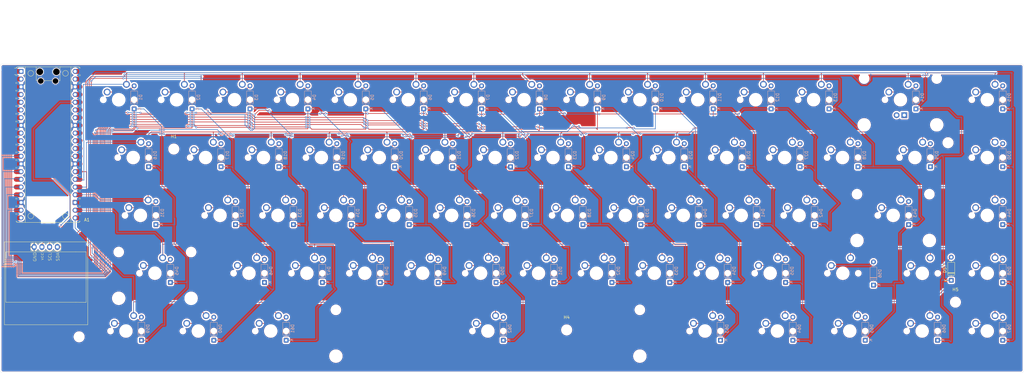
<source format=kicad_pcb>
(kicad_pcb (version 20241229) (generator "pcbnew") (generator_version "9.0")
  (layers (0 "F.Cu" signal) (2 "B.Cu" signal) (13 "F.Paste" user) (15 "B.Paste" user) (5 "F.SilkS" user "F.Silkscreen") (7 "B.SilkS" user "B.Silkscreen") (1 "F.Mask" user) (3 "B.Mask" user) (25 "Edge.Cuts" user))
  (net 0 "")
  (net 1 "C1")
  (net 2 "Net-(D1-A)")
  (net 3 "C2")
  (net 4 "Net-(D2-A)")
  (net 5 "Net-(D3-A)")
  (net 6 "C3")
  (net 7 "Net-(D4-A)")
  (net 8 "C4")
  (net 9 "Net-(D5-A)")
  (net 10 "C5")
  (net 11 "C6")
  (net 12 "Net-(D6-A)")
  (net 13 "Net-(D7-A)")
  (net 14 "C7")
  (net 15 "C8")
  (net 16 "Net-(D8-A)")
  (net 17 "Net-(D9-A)")
  (net 18 "C9")
  (net 19 "C10")
  (net 20 "Net-(D10-A)")
  (net 21 "Net-(D11-A)")
  (net 22 "C11")
  (net 23 "C12")
  (net 24 "Net-(D12-A)")
  (net 25 "C13")
  (net 26 "Net-(D13-A)")
  (net 27 "C14")
  (net 28 "Net-(D14-A)")
  (net 29 "C15")
  (net 30 "Net-(D15-A)")
  (net 31 "Net-(D16-A)")
  (net 32 "Net-(D17-A)")
  (net 33 "Net-(D18-A)")
  (net 34 "Net-(D19-A)")
  (net 35 "Net-(D20-A)")
  (net 36 "Net-(D21-A)")
  (net 37 "Net-(D22-A)")
  (net 38 "Net-(D23-A)")
  (net 39 "Net-(D24-A)")
  (net 40 "Net-(D25-A)")
  (net 41 "Net-(D26-A)")
  (net 42 "Net-(D27-A)")
  (net 43 "Net-(D28-A)")
  (net 44 "Net-(D29-A)")
  (net 45 "Net-(D30-A)")
  (net 46 "Net-(D31-A)")
  (net 47 "Net-(D32-A)")
  (net 48 "Net-(D33-A)")
  (net 49 "Net-(D34-A)")
  (net 50 "Net-(D35-A)")
  (net 51 "Net-(D36-A)")
  (net 52 "Net-(D37-A)")
  (net 53 "Net-(D38-A)")
  (net 54 "Net-(D39-A)")
  (net 55 "Net-(D40-A)")
  (net 56 "Net-(D41-A)")
  (net 57 "Net-(D42-A)")
  (net 58 "Net-(D43-A)")
  (net 59 "Net-(D45-A)")
  (net 60 "Net-(D46-A)")
  (net 61 "Net-(D47-A)")
  (net 62 "Net-(D48-A)")
  (net 63 "Net-(D49-A)")
  (net 64 "Net-(D50-A)")
  (net 65 "Net-(D51-A)")
  (net 66 "Net-(D52-A)")
  (net 67 "Net-(D53-A)")
  (net 68 "Net-(D54-A)")
  (net 69 "Net-(D55-A)")
  (net 70 "Net-(D56-A)")
  (net 71 "Net-(D58-A)")
  (net 72 "Net-(D60-A)")
  (net 73 "Net-(D61-A)")
  (net 74 "Net-(D62-A)")
  (net 75 "Net-(D63-A)")
  (net 76 "Net-(D66-A)")
  (net 77 "Net-(D44-A)")
  (net 78 "Net-(D57-A)")
  (net 79 "Net-(D59-A)")
  (net 80 "Net-(D64-A)")
  (net 81 "Net-(D65-A)")
  (net 82 "R1")
  (net 83 "R2")
  (net 84 "R3")
  (net 85 "R4")
  (net 86 "R5")
  (net 89 "GND")
  (net 92 "Net-(A1-GPIO22)")
  (net 94 "Net-(A1-3V3)")
  (net 100 "Net-(A1-GPIO21)")
  (net 108 "Net-(D67-A)")
  (footprint "MountingHole:MountingHole_3.2mm_M3" (layer "F.Cu") (at 13.9 329.66)
    (property "Reference" "H3" (hide yes))
    (property "Value" "MountingHole" (hide yes))
  )
  (footprint "MX:MXOnly-1U-NoLED" (layer "F.Cu") (at 107.885 308.71)
    (property "Reference" "MX48")
    (property "Value" "MX-NoLED")
  )
  (footprint "MX:MXOnly-1U-NoLED" (layer "F.Cu") (at 141.2225 251.56)
    (property "Reference" "MX7")
    (property "Value" "MX-NoLED")
  )
  (footprint "MX:MXOnly-1U-NoLED" (layer "F.Cu") (at 193.61 289.66)
    (property "Reference" "MX39")
    (property "Value" "MX-NoLED")
  )
  (footprint "MX:MXOnly-1U-NoLED" (layer "F.Cu") (at 69.785 308.71)
    (property "Reference" "MX46")
    (property "Value" "MX-NoLED")
  )
  (footprint "MX:MXOnly-1U-NoLED" (layer "F.Cu") (at 212.66 289.66)
    (property "Reference" "MX40")
    (property "Value" "MX-NoLED")
  )
  (footprint "MX:MXOnly-1U-NoLED" (layer "F.Cu") (at 93.5975 270.61)
    (property "Reference" "MX19")
    (property "Value" "MX-NoLED")
  )
  (footprint "MountingHole:MountingHole_3.2mm_M3" (layer "F.Cu") (at 302.19 318.24)
    (property "Reference" "H5")
    (property "Value" "MountingHole")
  )
  (footprint "MX:MXOnly-1U-NoLED" (layer "F.Cu") (at 312.6725 289.66)
    (property "Reference" "MX44")
    (property "Value" "MX-NoLED")
  )
  (footprint "MX:MXOnly-1U-NoLED" (layer "F.Cu") (at 88.835 308.71)
    (property "Reference" "MX47")
    (property "Value" "MX-NoLED")
  )
  (footprint "MX:MXOnly-1U-NoLED" (layer "F.Cu") (at 136.46 289.66)
    (property "Reference" "MX36")
    (property "Value" "MX-NoLED")
  )
  (footprint "MX:MXOnly-1U-NoLED" (layer "F.Cu") (at 255.5225 251.56)
    (property "Reference" "MX13")
    (property "Value" "MX-NoLED")
  )
  (footprint "MX:MXOnly-1U-NoLED" (layer "F.Cu") (at 222.185 308.71)
    (property "Reference" "MX54")
    (property "Value" "MX-NoLED")
  )
  (footprint "MX:MXOnly-1U-NoLED" (layer "F.Cu") (at 65.0225 251.56)
    (property "Reference" "MX3")
    (property "Value" "MX-NoLED")
  )
  (footprint "MX:MXOnly-1U-NoLED" (layer "F.Cu") (at 55.4975 270.61)
    (property "Reference" "MX17")
    (property "Value" "MX-NoLED")
  )
  (footprint "MountingHole:MountingHole_3.2mm_M3" (layer "F.Cu") (at 299.75 265.72)
    (property "Reference" "H2" (hide yes))
    (property "Value" "MountingHole")
  )
  (footprint "MX:MXOnly-2.25U-NoLED" (layer "F.Cu") (at 281.71625 289.66)
    (property "Reference" "MX43")
    (property "Value" "MX-NoLED")
  )
  (footprint "MX:MXOnly-1U-NoLED" (layer "F.Cu") (at 98.36 289.66)
    (property "Reference" "MX34")
    (property "Value" "MX-NoLED")
  )
  (footprint "MX:MXOnly-1U-NoLED" (layer "F.Cu") (at 312.6725 327.76)
    (property "Reference" "MX67")
    (property "Value" "MX-NoLED")
  )
  (footprint "MX:MXOnly-1U-NoLED" (layer "F.Cu") (at 188.8475 270.61)
    (property "Reference" "MX24")
    (property "Value" "MX-NoLED")
  )
  (footprint "MX:MXOnly-1U-NoLED" (layer "F.Cu") (at 250.76 289.66)
    (property "Reference" "MX42")
    (property "Value" "MX-NoLED")
  )
  (footprint "MX:MXOnly-1U-NoLED" (layer "F.Cu") (at 145.985 308.71)
    (property "Reference" "MX50")
    (property "Value" "MX-NoLED")
  )
  (footprint "Pico:RaspberryPi_Pico_Common" (layer "F.Cu") (at 3.695 266.35)
    (property "Reference" "A1")
    (property "Value" "RaspberryPi_Pico")
  )
  (footprint "MX:MXOnly-1U-NoLED" (layer "F.Cu") (at 160.2725 251.56)
    (property "Reference" "MX8")
    (property "Value" "MX-NoLED")
  )
  (footprint "MX:MXOnly-1U-NoLED" (layer "F.Cu") (at 207.8975 270.61)
    (property "Reference" "MX25")
    (property "Value" "MX-NoLED")
  )
  (footprint "MX:MXOnly-6.25U-NoLED" (layer "F.Cu") (at 148.36625 327.76)
    (property "Reference" "MX62")
    (property "Value" "MX-NoLED")
  )
  (footprint "MX:MXOnly-1U-NoLED" (layer "F.Cu") (at 169.7975 270.61)
    (property "Reference" "MX23")
    (property "Value" "MX-NoLED")
  )
  (footprint "MX:MXOnly-1U-NoLED" (layer "F.Cu") (at 312.6725 270.61)
    (property "Reference" "MX30")
    (property "Value" "MX-NoLED")
  )
  (footprint "MX:MXOnly-1.25U-NoLED" (layer "F.Cu") (at 291.24125 327.76)
    (property "Reference" "MX66")
    (property "Value" "MX-NoLED")
  )
  (footprint "MX:MXOnly-1U-NoLED" (layer "F.Cu") (at 60.26 289.66)
    (property "Reference" "MX32")
    (property "Value" "MX-NoLED")
  )
  (footprint "MX:MXOnly-1.25U-NoLED" (layer "F.Cu") (at 53.11625 327.76)
    (property "Reference" "MX60")
    (property "Value" "MX-NoLED")
  )
  (footprint "MX:MXOnly-1.25U-NoLED" (layer "F.Cu") (at 219.80375 327.76)
    (property "Reference" "MX63")
    (property "Value" "MX-NoLED")
  )
  (footprint "MX:MXOnly-1U-NoLED" (layer "F.Cu") (at 155.51 289.66)
    (property "Reference" "MX37")
    (property "Value" "MX-NoLED")
  )
  (footprint "MountingHole:MountingHole_3.2mm_M3" (layer "F.Cu") (at 174.29 327.38)
    (property "Reference" "H4")
    (property "Value" "MountingHole")
  )
  (footprint "MX:MXOnly-1U-NoLED" (layer "F.Cu") (at 117.41 289.66)
    (property "Reference" "MX35")
    (property "Value" "MX-NoLED")
  )
  (footprint "MX:MXOnly-1.5U-NoLED" (layer "F.Cu") (at 31.685 270.61)
    (property "Reference" "MX16")
    (property "Value" "MX-NoLED")
  )
  (footprint "MX:MXOnly-1U-NoLED" (layer "F.Cu") (at 231.71 289.66)
    (property "Reference" "MX41")
    (property "Value" "MX-NoLED")
  )
  (footprint "MX:MXOnly-1U-NoLED" (layer "F.Cu") (at 174.56 289.66)
    (property "Reference" "MX38")
    (property "Value" "MX-NoLED")
  )
  (footprint "MX:MXOnly-1.25U-NoLED" (layer "F.Cu") (at 29.30375 327.76)
    (property "Reference" "MX59")
    (property "Value" "MX-NoLED")
  )
  (footprint "MX:MXOnly-1U-NoLED" (layer "F.Cu") (at 312.6725 251.56)
    (property "Reference" "MX15")
    (property "Value" "MX-NoLED")
  )
  (footprint "MX:MXOnly-1U-NoLED" (layer "F.Cu") (at 165.035 308.71)
    (property "Reference" "MX51")
    (property "Value" "MX-NoLED")
  )
  (footprint "Diode_THT:D_DO-35_SOD27_P7.62mm_Horizontal" (layer "F.Cu") (at 300.81 311.04 90)
    (property "Reference" "D57")
    (property "Value" "1N4148")
  )
  (footprint "SSD1306:128x64OLED" (layer "F.Cu") (at 2.73 310.66)
    (property "Reference" "Brd1" (hide yes))
    (property "Value" "SSD1306")
  )
  (footprint "MX:MXOnly-1U-NoLED" (layer "F.Cu") (at 217.4225 251.56)
    (property "Reference" "MX11")
    (property "Value" "MX-NoLED")
  )
  (footprint "MX:MXOnly-1U-NoLED" (layer "F.Cu") (at 184.085 308.71)
    (property "Reference" "MX52")
    (property "Value" "MX-NoLED")
  )
  (footprint "MX:MXOnly-1U-NoLED" (layer "F.Cu") (at 126.935 308.71)
    (property "Reference" "MX49")
    (property "Value" "MX-NoLED")
  )
  (footprint "MX:MXOnly-1.5U-NoLED" (layer "F.Cu") (at 265.14 308.72)
    (property "Reference" "MX56")
    (property "Value" "MX-NoLED")
  )
  (footprint "MX:MXOnly-1U-NoLED" (layer "F.Cu") (at 245.9975 270.61)
    (property "Reference" "MX27")
    (property "Value" "MX-NoLED")
  )
  (footprint "MX:MXOnly-1U-NoLED" (layer "F.Cu") (at 198.3725 251.56)
    (property "Reference" "MX10")
    (property "Value" "MX-NoLED")
  )
  (footprint "MX:MXOnly-1U-NoLED" (layer "F.Cu") (at 79.31 289.66)
    (property "Reference" "MX33")
    (property "Value" "MX-NoLED")
  )
  (footprint "MX:MXOnly-1U-NoLED" (layer "F.Cu") (at 179.3225 251.56)
    (property "Reference" "MX9")
    (property "Value" "MX-NoLED")
  )
  (footprint "MX:MXOnly-1.25U-NoLED" (layer "F.Cu") (at 76.92875 327.76)
    (property "Reference" "MX61")
    (property "Value" "MX-NoLED")
  )
  (footprint "MX:MXOnly-1.75U-NoLED" (layer "F.Cu") (at 34.06625 289.66)
    (property "Reference" "MX31")
    (property "Value" "MX-NoLED")
  )
  (footprint "MX:MXOnly-1U-NoLED" (layer "F.Cu") (at 150.7475 270.61)
    (property "Reference" "MX22")
    (property "Value" "MX-NoLED")
  )
  (footprint "MX:MXOnly-1.25U-NoLED" (layer "F.Cu") (at 291.3 308.74555)
    (property "Reference" "MX57")
    (property "Value" "MX-NoLED")
  )
  (footprint "MX:MXOnly-1.5U-NoLED" (layer "F.Cu") (at 288.86 270.61)
    (property "Reference" "MX29")
    (property "Value" "MX-NoLED")
  )
  (footprint "MX:MXOnly-1U-NoLED" (layer "F.Cu") (at 45.9725 251.56)
    (property "Reference" "MX2")
    (property "Value" "MX-NoLED")
  )
  (footprint "MX:MXOnly-1.25U-NoLED" (layer "F.Cu") (at 267.42875 327.76)
    (property "Reference" "MX65")
    (property "Value" "MX-NoLED")
  )
  (footprint "MX:MXOnly-1U-NoLED" (layer "F.Cu") (at 122.1725 251.56)
    (property "Reference" "MX6")
    (property "Value" "MX-NoLED")
  )
  (footprint "MX:MXOnly-1U-NoLED" (layer "F.Cu") (at 84.0725 251.56)
    (property "Reference" "MX4")
    (property "Value" "MX-NoLED")
  )
  (footprint "MX:MXOnly-1U-NoLED" (layer "F.Cu") (at 236.4725 251.56)
    (property "Reference" "MX12")
    (property "Value" "MX-NoLED")
  )
  (footprint "MX:MXOnly-1U-NoLED" (layer "F.Cu") (at 26.9225 251.56)
    (property "Reference" "MX1")
    (property "Value" "MX-NoLED")
  )
  (footprint "MX:MXOnly-1U-NoLED" (layer "F.Cu") (at 74.5475 270.61)
    (property "Reference" "MX18")
    (property "Value" "MX-NoLED")
  )
  (footprint "MX:MXOnly-2.25U-NoLED" (layer "F.Cu") (at 38.82875 308.71)
    (property "Reference" "MX45")
    (property "Value" "MX-NoLED")
  )
  (footprint "MX:MXOnly-1.25U-NoLED" (layer "F.Cu") (at 243.61625 327.76)
    (property "Reference" "MX64")
    (property "Value" "MX-NoLED")
  )
  (footprint "MX:MXOnly-2U" (layer "F.Cu") (at 284.0975 251.56)
    (property "Reference" "MX14")
    (property "Value" "MX-NoLED")
  )
  (footprint "MX:MXOnly-1U-NoLED" (layer "F.Cu") (at 103.1225 251.56)
    (property "Reference" "MX5")
    (property "Value" "MX-NoLED")
  )
  (footprint "MX:MXOnly-1U-NoLED" (layer "F.Cu") (at 226.9475 270.61)
    (property "Reference" "MX26")
    (property "Value" "MX-NoLED")
  )
  (footprint "MX:MXOnly-1U-NoLED" (layer "F.Cu") (at 312.6725 308.71)
    (property "Reference" "MX58")
    (property "Value" "MX-NoLED")
  )
  (footprint "MX:MXOnly-1U-NoLED" (layer "F.Cu") (at 241.235 308.71)
    (property "Reference" "MX55")
    (property "Value" "MX-NoLED")
  )
  (footprint "MountingHole:MountingHole_3.2mm_M3" (layer "F.Cu") (at 45.04 267.8)
    (property "Reference" "H1")
    (property "Value" "MountingHole")
  )
  (footprint "MX:MXOnly-1U-NoLED" (layer "F.Cu") (at 203.135 308.71)
    (property "Reference" "MX53")
    (property "Value" "MX-NoLED")
  )
  (footprint "MX:MXOnly-1U-NoLED" (layer "F.Cu") (at 112.6475 270.61)
    (property "Reference" "MX20")
    (property "Value" "MX-NoLED")
  )
  (footprint "MX:MXOnly-1U-NoLED" (layer "F.Cu") (at 265.0475 270.61)
    (property "Reference" "MX28")
    (property "Value" "MX-NoLED")
  )
  (footprint "MX:MXOnly-1U-NoLED" (layer "F.Cu") (at 131.6975 270.61)
    (property "Reference" "MX21")
    (property "Value" "MX-NoLED")
  )
  (footprint "Diode_THT:D_DO-35_SOD27_P7.62mm_Horizontal" (layer "B.Cu") (at 212.9775 273.64 90)
    (property "Reference" "D25")
    (property "Value" "1N4148")
  )
  (footprint "Diode_THT:D_DO-35_SOD27_P7.62mm_Horizontal" (layer "B.Cu") (at 74.865 311.74 90)
    (property "Reference" "D46")
    (property "Value" "1N4148")
  )
  (footprint "Diode_THT:D_DO-35_SOD27_P7.62mm_Horizontal" (layer "B.Cu") (at 275.22 312.6 90)
    (property "Reference" "D56")
    (property "Value" "1N4148")
  )
  (footprint "Diode_THT:D_DO-35_SOD27_P7.62mm_Horizontal" (layer "B.Cu") (at 84.39 292.69 90)
    (property "Reference" "D33")
    (property "Value" "1N4148")
  )
  (footprint "Diode_THT:D_DO-35_SOD27_P7.62mm_Horizontal" (layer "B.Cu") (at 272.50875 330.79 90)
    (property "Reference" "D65")
    (property "Value" "1N4148")
  )
  (footprint "Diode_THT:D_DO-35_SOD27_P7.62mm_Horizontal" (layer "B.Cu") (at 112.965 311.74 90)
    (property "Reference" "D48")
    (property "Value" "1N4148")
  )
  (footprint "Diode_THT:D_DO-35_SOD27_P7.62mm_Horizontal" (layer "B.Cu") (at 43.90875 311.74 90)
    (property "Reference" "D45")
    (property "Value" "1N4148")
  )
  (footprint "Diode_THT:D_DO-35_SOD27_P7.62mm_Horizontal" (layer "B.Cu") (at 108.2025 254.59 90)
    (property "Reference" "D5")
    (property "Value" "1N4148")
  )
  (footprint "Diode_THT:D_DO-35_SOD27_P7.62mm_Horizontal" (layer "B.Cu") (at 227.265 311.74 90)
    (property "Reference" "D54")
    (property "Value" "1N4148")
  )
  (footprint "Diode_THT:D_DO-35_SOD27_P7.62mm_Horizontal" (layer "B.Cu") (at 141.54 292.69 90)
    (property "Reference" "D36")
    (property "Value" "1N4148")
  )
  (footprint "Diode_THT:D_DO-35_SOD27_P7.62mm_Horizontal" (layer "B.Cu") (at 65.34 292.69 90)
    (property "Reference" "D32")
    (property "Value" "1N4148")
  )
  (footprint "Diode_THT:D_DO-35_SOD27_P7.62mm_Horizontal" (layer "B.Cu") (at 217.74 292.69 90)
    (property "Reference" "D40")
    (property "Value" "1N4148")
  )
  (footprint "Diode_THT:D_DO-35_SOD27_P7.62mm_Horizontal" (layer "B.Cu") (at 286.79625 292.69 90)
    (property "Reference" "D43")
    (property "Value" "1N4148")
  )
  (footprint "Diode_THT:D_DO-35_SOD27_P7.62mm_Horizontal" (layer "B.Cu") (at 251.0775 273.64 90)
    (property "Reference" "D27")
    (property "Value" "1N4148")
  )
  (footprint "Diode_THT:D_DO-35_SOD27_P7.62mm_Horizontal" (layer "B.Cu") (at 93.915 311.74 90)
    (property "Reference" "D47")
    (property "Value" "1N4148")
  )
  (footprint "Diode_THT:D_DO-35_SOD27_P7.62mm_Horizontal" (layer "B.Cu") (at 70.1025 254.59 90)
    (property "Reference" "D3")
    (property "Value" "1N4148")
  )
  (footprint "Diode_THT:D_DO-35_SOD27_P7.62mm_Horizontal" (layer "B.Cu") (at 155.8275 273.64 90)
    (property "Reference" "D22")
    (property "Value" "1N4148")
  )
  (footprint "Diode_THT:D_DO-35_SOD27_P7.62mm_Horizontal" (layer "B.Cu") (at 203.4525 254.59 90)
    (property "Reference" "D10")
    (property "Value" "1N4148")
  )
  (footprint "Diode_THT:D_DO-35_SOD27_P7.62mm_Horizontal" (layer "B.Cu") (at 174.8775 273.64 90)
    (property "Reference" "D23")
    (property "Value" "1N4148")
  )
  (footprint "Diode_THT:D_DO-35_SOD27_P7.62mm_Horizontal" (layer "B.Cu") (at 51.0525 254.59 90)
    (property "Reference" "D2")
    (property "Value" "1N4148")
  )
  (footprint "Diode_THT:D_DO-35_SOD27_P7.62mm_Horizontal" (layer "B.Cu") (at 208.215 311.74 90)
    (property "Reference" "D53")
    (property "Value" "1N4148")
  )
  (footprint "Diode_THT:D_DO-35_SOD27_P7.62mm_Horizontal" (layer "B.Cu") (at 193.9275 273.64 90)
    (property "Reference" "D24")
    (property "Value" "1N4148")
  )
  (footprint "Diode_THT:D_DO-35_SOD27_P7.62mm_Horizontal" (layer "B.Cu") (at 184.4025 254.59 90)
    (property "Reference" "D9")
    (property "Value" "1N4148")
  )
  (footprint "Diode_THT:D_DO-35_SOD27_P7.62mm_Horizontal" (layer "B.Cu") (at 179.64 292.69 90)
    (property "Reference" "D38")
    (property "Value" "1N4148")
  )
  (footprint "Diode_THT:D_DO-35_SOD27_P7.62mm_Horizontal" (layer "B.Cu") (at 317.7525 292.69 90)
    (property "Reference" "D44")
    (property "Value" "1N4148")
  )
  (footprint "Diode_THT:D_DO-35_SOD27_P7.62mm_Horizontal" (layer "B.Cu") (at 255.84 292.69 90)
    (property "Reference" "D42")
    (property "Value" "1N4148")
  )
  (footprint "Diode_THT:D_DO-35_SOD27_P7.62mm_Horizontal" (layer "B.Cu") (at 89.1525 254.59 90)
    (property "Reference" "D4")
    (property "Value" "1N4148")
  )
  (footprint "Diode_THT:D_DO-35_SOD27_P7.62mm_Horizontal" (layer "B.Cu") (at 32.0025 254.59 90)
    (property "Reference" "D1")
    (property "Value" "1N4148")
  )
  (footprint "Diode_THT:D_DO-35_SOD27_P7.62mm_Horizontal" (layer "B.Cu") (at 260.6025 254.59 90)
    (property "Reference" "D13")
    (property "Value" "1N4148")
  )
  (footprint "Diode_THT:D_DO-35_SOD27_P7.62mm_Horizontal" (layer "B.Cu") (at 60.5775 273.64 90)
    (property "Reference" "D17")
    (property "Value" "1N4148")
  )
  (footprint "Diode_THT:D_DO-35_SOD27_P7.62mm_Horizontal" (layer "B.Cu") (at 236.79 292.69 90)
    (property "Reference" "D41")
    (property "Value" "1N4148")
  )
  (footprint "Diode_THT:D_DO-35_SOD27_P7.62mm_Horizontal" (layer "B.Cu") (at 151.065 311.74 90)
    (property "Reference" "D50")
    (property "Value" "1N4148")
  )
  (footprint "Diode_THT:D_DO-35_SOD27_P7.62mm_Horizontal" (layer "B.Cu") (at 122.49 292.69 90)
    (property "Reference" "D35")
    (property "Value" "1N4148")
  )
  (footprint "Diode_THT:D_DO-35_SOD27_P7.62mm_Horizontal" (layer "B.Cu") (at 165.3525 254.59 90)
    (property "Reference" "D8")
    (property "Value" "1N4148")
  )
  (footprint "Diode_THT:D_DO-35_SOD27_P7.62mm_Horizontal" (layer "B.Cu") (at 317.7525 254.59 90)
    (property "Reference" "D15")
    (property "Value" "1N4148")
  )
  (footprint "Diode_THT:D_DO-35_SOD27_P7.62mm_Horizontal" (layer "B.Cu") (at 293.94 273.64 90)
    (property "Reference" "D29")
    (property "Value" "1N4148")
  )
  (footprint "Diode_THT:D_DO-35_SOD27_P7.62mm_Horizontal" (layer "B.Cu") (at 36.765 273.64 90)
    (property "Reference" "D16")
    (property "Value" "1N4148")
  )
  (footprint "Diode_THT:D_DO-35_SOD27_P7.62mm_Horizontal" (layer "B.Cu") (at 34.38375 330.79 90)
    (property "Reference" "D59")
    (property "Value" "1N4148")
  )
  (footprint "Diode_THT:D_DO-35_SOD27_P7.62mm_Horizontal" (layer "B.Cu") (at 82.00875 330.79 90)
    (property "Reference" "D61")
    (property "Value" "1N4148")
  )
  (footprint "Diode_THT:D_DO-35_SOD27_P7.62mm_Horizontal" (layer "B.Cu") (at 39.14625 292.69 90)
    (property "Reference" "D31")
    (property "Value" "1N4148")
  )
  (footprint "Diode_THT:D_DO-35_SOD27_P7.62mm_Horizontal" (layer "B.Cu") (at 289.1775 254.59 90)
    (property "Reference" "D14")
    (property "Value" "1N4148")
  )
  (footprint "Diode_THT:D_DO-35_SOD27_P7.62mm_Horizontal" (layer "B.Cu") (at 248.69625 330.79 90)
    (property "Reference" "D64")
    (property "Value" "1N4148")
  )
  (footprint "Diode_THT:D_DO-35_SOD27_P7.62mm_Horizontal" (layer "B.Cu") (at 160.59 292.69 90)
    (property "Reference" "D37")
    (property "Value" "1N4148")
  )
  (footprint "Diode_THT:D_DO-35_SOD27_P7.62mm_Horizontal" (layer "B.Cu") (at 132.015 311.74 90)
    (property "Reference" "D49")
    (property "Value" "1N4148")
  )
  (footprint "Diode_THT:D_DO-35_SOD27_P7.62mm_Horizontal" (layer "B.Cu") (at 222.5025 254.59 90)
    (property "Reference" "D11")
    (property "Value" "1N4148")
  )
  (footprint "Diode_THT:D_DO-35_SOD27_P7.62mm_Horizontal" (layer "B.Cu") (at 224.88375 330.79 90)
    (property "Reference" "D63")
    (property "Value" "1N4148")
  )
  (footprint "Diode_THT:D_DO-35_SOD27_P7.62mm_Horizontal" (layer "B.Cu") (at 241.5525 254.59 90)
    (property "Reference" "D12")
    (property "Value" "1N4148")
  )
  (footprint "Diode_THT:D_DO-35_SOD27_P7.62mm_Horizontal" (layer "B.Cu") (at 198.69 292.69 90)
    (property "Reference" "D39")
    (property "Value" "1N4148")
  )
  (footprint "Diode_THT:D_DO-35_SOD27_P7.62mm_Horizontal" (layer "B.Cu") (at 317.7525 330.79 90)
    (property "Reference" "D67")
    (property "Value" "1N4148")
  )
  (footprint "Diode_THT:D_DO-35_SOD27_P7.62mm_Horizontal" (layer "B.Cu") (at 232.0275 273.64 90)
    (property "Reference" "D26")
    (property "Value" "1N4148")
  )
  (footprint "Diode_THT:D_DO-35_SOD27_P7.62mm_Horizontal" (layer "B.Cu") (at 146.3025 254.59 90)
    (property "Reference" "D7")
    (property "Value" "1N4148")
  )
  (footprint "Diode_THT:D_DO-35_SOD27_P7.62mm_Horizontal" (layer "B.Cu") (at 58.19625 330.79 90)
    (property "Reference" "D60")
    (property "Value" "1N4148")
  )
  (footprint "Diode_THT:D_DO-35_SOD27_P7.62mm_Horizontal" (layer "B.Cu") (at 296.32125 330.79 90)
    (property "Reference" "D66")
    (property "Value" "1N4148")
  )
  (footprint "Diode_THT:D_DO-35_SOD27_P7.62mm_Horizontal" (layer "B.Cu") (at 153.44625 330.79 90)
    (property "Reference" "D62")
    (property "Value" "1N4148")
  )
  (footprint "Diode_THT:D_DO-35_SOD27_P7.62mm_Horizontal" (layer "B.Cu") (at 270.1275 273.64 90)
    (property "Reference" "D28")
    (property "Value" "1N4148")
  )
  (footprint "Diode_THT:D_DO-35_SOD27_P7.62mm_Horizontal" (layer "B.Cu") (at 246.315 311.74 90)
    (property "Reference" "D55")
    (property "Value" "1N4148")
  )
  (footprint "Diode_THT:D_DO-35_SOD27_P7.62mm_Horizontal" (layer "B.Cu") (at 317.7525 311.74 90)
    (property "Reference" "D58")
    (property "Value" "1N4148")
  )
  (footprint "Diode_THT:D_DO-35_SOD27_P7.62mm_Horizontal" (layer "B.Cu") (at 136.7775 273.64 90)
    (property "Reference" "D21")
    (property "Value" "1N4148")
  )
  (footprint "Diode_THT:D_DO-35_SOD27_P7.62mm_Horizontal" (layer "B.Cu") (at 189.165 311.74 90)
    (property "Reference" "D52")
    (property "Value" "1N4148")
  )
  (footprint "Diode_THT:D_DO-35_SOD27_P7.62mm_Horizontal" (layer "B.Cu") (at 79.6275 273.64 90)
    (property "Reference" "D18")
    (property "Value" "1N4148")
  )
  (footprint "Diode_THT:D_DO-35_SOD27_P7.62mm_Horizontal" (layer "B.Cu") (at 103.44 292.69 90)
    (property "Reference" "D34")
    (property "Value" "1N4148")
  )
  (footprint "Diode_THT:D_DO-35_SOD27_P7.62mm_Horizontal" (layer "B.Cu") (at 317.7525 273.64 90)
    (property "Reference" "D30")
    (property "Value" "1N4148")
  )
  (footprint "Diode_THT:D_DO-35_SOD27_P7.62mm_Horizontal" (layer "B.Cu") (at 117.7275 273.64 90)
    (property "Reference" "D20")
    (property "Value" "1N4148")
  )
  (footprint "Diode_THT:D_DO-35_SOD27_P7.62mm_Horizontal" (layer "B.Cu") (at 98.6775 273.64 90)
    (property "Reference" "D19")
    (property "Value" "1N4148")
  )
  (footprint "Diode_THT:D_DO-35_SOD27_P7.62mm_Horizontal" (layer "B.Cu") (at 127.2525 254.59 90)
    (property "Reference" "D6")
    (property "Value" "1N4148")
  )
  (footprint "Diode_THT:D_DO-35_SOD27_P7.62mm_Horizontal" (layer "B.Cu") (at 170.115 311.74 90)
    (property "Reference" "D51")
    (property "Value" "1N4148")
  )
  (gr_line (start -11.11 239.68) (end 323.73 239.68) (stroke (width 0.05)) (layer "Edge.Cuts"))
  (gr_arc (start 324.73 340.55) (mid 324.437107 341.257107) (end 323.73 341.55) (stroke (width 0.05)) (layer "Edge.Cuts"))
  (gr_arc (start 323.73 239.68) (mid 324.437107 239.972893) (end 324.73 240.68) (stroke (width 0.05)) (layer "Edge.Cuts"))
  (gr_arc (start -12.11 240.68) (mid -11.817107 239.972893) (end -11.11 239.68) (stroke (width 0.05)) (layer "Edge.Cuts"))
  (gr_line (start -12.11 340.55) (end -12.11 240.68) (stroke (width 0.05)) (layer "Edge.Cuts"))
  (gr_line (start 324.73 240.68) (end 324.73 340.55) (stroke (width 0.05)) (layer "Edge.Cuts"))
  (gr_line (start 323.73 341.55) (end -11.11 341.55) (stroke (width 0.05)) (layer "Edge.Cuts"))
  (gr_arc (start -11.11 341.55) (mid -11.817107 341.257107) (end -12.11 340.55) (stroke (width 0.05)) (layer "Edge.Cuts"))
  (gr_text "SDA" (at 7.48 304.8 90) (layer "F.SilkS") (effects (font (size 1 1) (thickness 0.1)) (justify left bottom)))
  (gr_text "SCL" (at 4.91 304.73 90) (layer "F.SilkS") (effects (font (size 1 1) (thickness 0.1)) (justify left bottom)))
  (gr_text "GND\n" (at -0.06 304.94 90) (layer "F.SilkS") (effects (font (size 1 1) (thickness 0.1)) (justify left bottom)))
  (gr_text "vcc" (at 2.26 304.51 90) (layer "F.SilkS") (effects (font (size 1 1) (thickness 0.1)) (justify left bottom)))
  (segment (start 24.26 308.21) (end 22.57 309.9) (width 0.2) (layer "F.Cu") (net 1))
  (segment (start -8.02 242.14) (end -7.0875 242.14) (width 0.2) (layer "F.Cu") (net 1))
  (segment (start -7.94 242.22) (end -8.02 242.14) (width 0.2) (layer "F.Cu") (net 1))
  (segment (start 31.47 261.21) (end 24.22 261.21) (width 0.2) (layer "F.Cu") (net 1))
  (segment (start 32.01 260.67) (end 31.47 261.21) (width 0.2) (layer "F.Cu") (net 1))
  (segment (start 32.0025 260.6625) (end 32.01 260.67) (width 0.2) (layer "F.Cu") (net 1))
  (segment (start 24.22 261.21) (end 24.22 308.17) (width 0.2) (layer "F.Cu") (net 1))
  (segment (start -11.509 242.14) (end -8.02 242.14) (width 0.2) (layer "F.Cu") (net 1))
  (segment (start 22.57 309.9) (end -11.509 309.9) (width 0.2) (layer "F.Cu") (net 1))
  (segment (start 24.22 308.17) (end 24.26 308.21) (width 0.2) (layer "F.Cu") (net 1))
  (segment (start -5.195 242.22) (end -7.94 242.22) (width 0.2) (layer "F.Cu") (net 1))
  (segment (start -7.0875 242.14) (end -6.93 242.2975) (width 0.2) (layer "F.Cu") (net 1))
  (segment (start -11.509 309.9) (end -11.509 242.14) (width 0.2) (layer "F.Cu") (net 1))
  (segment (start 32.0025 254.59) (end 32.0025 260.6625) (width 0.2) (layer "F.Cu") (net 1))
  (segment (start 49.4 303.23) (end 49.4 311.49) (width 0.2) (layer "B.Cu") (net 1))
  (segment (start 36.765 273.64) (end 39.59 273.64) (width 0.2) (layer "B.Cu") (net 1))
  (segment (start 35.23 254.59) (end 41.07 260.43) (width 0.2) (layer "B.Cu") (net 1))
  (segment (start 36.22 330.79) (end 34.38375 330.79) (width 0.2) (layer "B.Cu") (net 1))
  (segment (start 45.15 290.65) (end 45.15 298.98) (width 0.2) (layer "B.Cu") (net 1))
  (segment (start 41.07 275.12) (end 41.07 279.71) (width 0.2) (layer "B.Cu") (net 1))
  (segment (start 41.07 260.43) (end 41.07 275.12) (width 0.2) (layer "B.Cu") (net 1))
  (segment (start 45.15 298.98) (end 49.4 303.23) (width 0.2) (layer "B.Cu") (net 1))
  (segment (start 49.4 311.49) (end 49.4 313.53) (width 0.2) (layer "B.Cu") (net 1))
  (segment (start 32.0025 254.59) (end 35.23 254.59) (width 0.2) (layer "B.Cu") (net 1))
  (segment (start 42.05 325.78) (end 41.23 325.78) (width 0.2) (layer "B.Cu") (net 1))
  (segment (start 43.90875 311.74) (end 49.15 311.74) (width 0.2) (layer "B.Cu") (net 1))
  (segment (start 42.05 320.88) (end 42.05 325.78) (width 0.2) (layer "B.Cu") (net 1))
  (segment (start 45.15 283.79) (end 45.15 290.65) (width 0.2) (layer "B.Cu") (net 1))
  (segment (start 41.23 325.78) (end 36.22 330.79) (width 0.2) (layer "B.Cu") (net 1))
  (segment (start 41.07 279.71) (end 45.15 283.79) (width 0.2) (layer "B.Cu") (net 1))
  (segment (start 45.39 290.65) (end 45.15 290.65) (width 0.2) (layer "B.Cu") (net 1))
  (segment (start 49.15 311.74) (end 49.4 311.49) (width 0.2) (layer "B.Cu") (net 1))
  (segment (start 49.4 313.53) (end 42.05 320.88) (width 0.2) (layer "B.Cu") (net 1))
  (segment (start 39.14625 292.69) (end 45.39 292.69) (width 0.2) (layer "B.Cu") (net 1))
  (segment (start 45.39 292.69) (end 45.39 290.65) (width 0.2) (layer "B.Cu") (net 1))
  (segment (start 39.59 273.64) (end 41.07 275.12) (width 0.2) (layer "B.Cu") (net 1))
  (segment (start 29.9525 249.02) (end 32.0025 246.97) (width 0.2) (layer "F.Cu") (net 2))
  (segment (start 23.1125 249.02) (end 29.9525 249.02) (width 0.2) (layer "F.Cu") (net 2))
  (segment (start 23.68 261.1829) (end 23.68 308.2229) (width 0.2) (layer "F.Cu") (net 3))
  (segment (start -11.07 309.42) (end -11.07 263.58) (width 0.2) (layer "F.Cu") (net 3))
  (segment (start -11.07 263.58) (end -11.108 263.542) (width 0.2) (layer "F.Cu") (net 3))
  (segment (start -7.1675 244.6) (end -6.93 244.8375) (width 0.2) (layer "F.Cu") (net 3))
  (segment (start 33.12 260.87) (end 33.07 260.92) (width 0.2) (layer "F.Cu") (net 3))
  (segment (start 31.04 260.29) (end 24.5729 260.29) (width 0.2) (layer "F.Cu") (net 3))
  (segment (start -11.108 263.542) (end -11.108 244.6) (width 0.2) (layer "F.Cu") (net 3))
  (segment (start 50.98 260.87) (end 33.12 260.87) (width 0.2) (layer "F.Cu") (net 3))
  (segment (start 51.0525 260.7975) (end 50.98 260.87) (width 0.2) (layer "F.Cu") (net 3))
  (segment (start 23.68 308.2229) (end 22.4829 309.42) (width 0.2) (layer "F.Cu") (net 3))
  (segment (start -8.78 244.76) (end -8.94 244.6) (width 0.2) (layer "F.Cu") (net 3))
  (segment (start 51.0525 254.59) (end 51.0525 260.7975) (width 0.2) (layer "F.Cu") (net 3))
  (segment (start -8.94 244.6) (end -7.1675 244.6) (width 0.2) (layer "F.Cu") (net 3))
  (segment (start -5.195 244.76) (end -8.78 244.76) (width 0.2) (layer "F.Cu") (net 3))
  (segment (start 22.4829 309.42) (end -11.07 309.42) (width 0.2) (layer "F.Cu") (net 3))
  (segment (start -11.108 244.6) (end -8.94 244.6) (width 0.2) (layer "F.Cu") (net 3))
  (segment (start 24.5729 260.29) (end 23.68 261.1829) (width 0.2) (layer "F.Cu") (net 3))
  (via (at 33.07 260.92) (size 0.6) (drill 0.3) (layers "F.Cu" "B.Cu") (net 3))
  (via (at 31.04 260.29) (size 0.6) (drill 0.3) (layers "F.Cu" "B.Cu") (net 3))
  (segment (start 77.84 301.76) (end 77.84 313.96) (width 0.2) (layer "B.Cu") (net 3))
  (segment (start 64.1 273.64) (end 64.48 274.02) (width 0.2) (layer "B.Cu") (net 3))
  (segment (start 64.48 274.02) (end 64.48 274.75) (width 0.2) (layer "B.Cu") (net 3))
  (segment (start 64.7 274.97) (end 69.49 279.76) (width 0.2) (layer "B.Cu") (net 3))
  (segment (start 69.49 279.76) (end 69.49 292.9) (width 0.2) (layer "B.Cu") (net 3))
  (segment (start 69.28 292.69) (end 69.49 292.9) (width 0.2) (layer "B.Cu") (net 3))
  (segment (start 60.5775 273.64) (end 64.1 273.64) (width 0.2) (layer "B.Cu") (net 3))
  (segment (start 65.34 292.69) (end 69.28 292.69) (width 0.2) (layer "B.Cu") (net 3))
  (segment (start 64.48 264.95) (end 64.48 274.02) (width 0.2) (layer "B.Cu") (net 3))
  (segment (start 33.07 260.92) (end 32.44 260.29) (width 0.2) (layer "B.Cu") (net 3))
  (segment (start 61.01 330.79) (end 58.19625 330.79) (width 0.2) (layer "B.Cu") (net 3))
  (segment (start 77.84 313.96) (end 77.085 313.96) (width 0.2) (layer "B.Cu") (net 3))
  (segment (start 69.49 293.34) (end 69.49 293.41) (width 0.2) (layer "B.Cu") (net 3))
  (segment (start 54.12 254.59) (end 64.48 264.95) (width 0.2) (layer "B.Cu") (net 3))
  (segment (start 77.085 313.96) (end 74.865 311.74) (width 0.2) (layer "B.Cu") (net 3))
  (segment (start 51.0525 254.59) (end 54.12 254.59) (width 0.2) (layer "B.Cu") (net 3))
  (segment (start 69.49 293.41) (end 77.84 301.76) (width 0.2) (layer "B.Cu") (net 3))
  (segment (start 64.48 274.75) (end 64.7 274.97) (width 0.2) (layer "B.Cu") (net 3))
  (segment (start 69.49 292.9) (end 69.49 293.34) (width 0.2) (layer "B.Cu") (net 3))
  (segment (start 32.44 260.29) (end 31.04 260.29) (width 0.2) (layer "B.Cu") (net 3))
  (segment (start 77.84 313.96) (end 61.01 330.79) (width 0.2) (layer "B.Cu") (net 3))
  (segment (start 42.1625 249.02) (end 49.0025 249.02) (width 0.2) (layer "F.Cu") (net 4))
  (segment (start 49.0025 249.02) (end 51.0525 246.97) (width 0.2) (layer "F.Cu") (net 4))
  (segment (start 68.0525 249.02) (end 70.1025 246.97) (width 0.2) (layer "F.Cu") (net 5))
  (segment (start 61.2125 249.02) (end 68.0525 249.02) (width 0.2) (layer "F.Cu") (net 5))
  (segment (start -10.707 249.78) (end -8.75 249.78) (width 0.2) (layer "F.Cu") (net 6))
  (segment (start 23.08 261.83) (end 23.08 308.2558) (width 0.2) (layer "F.Cu") (net 6))
  (segment (start 70.08 260.94) (end 69.79 260.65) (width 0.2) (layer "F.Cu") (net 6))
  (segment (start 49.6 260.27) (end 32.65 260.27) (width 0.2) (layer "F.Cu") (net 6))
  (segment (start 70.1025 260.9175) (end 70.08 260.94) (width 0.2) (layer "F.Cu") (net 6))
  (segment (start -10.669 309.019) (end -10.669 249.818) (width 0.2) (layer "F.Cu") (net 6))
  (segment (start 32.411 260.509) (end 32.411 260.8361) (width 0.2) (layer "F.Cu") (net 6))
  (segment (start -8.69 249.84) (end -8.75 249.78) (width 0.2) (layer "F.Cu") (net 6))
  (segment (start -5.195 249.84) (end -8.69 249.84) (width 0.2) (layer "F.Cu") (net 6))
  (segment (start -7.0675 249.78) (end -6.93 249.9175) (width 0.2) (layer "F.Cu") (net 6))
  (segment (start -8.75 249.78) (end -7.0675 249.78) (width 0.2) (layer "F.Cu") (net 6))
  (segment (start 23.08 308.2558) (end 22.3168 309.019) (width 0.2) (layer "F.Cu") (net 6))
  (segment (start 69.79 260.65) (end 52.43 260.65) (width 0.2) (layer "F.Cu") (net 6))
  (segment (start 70.1025 254.59) (end 70.1025 260.9175) (width 0.2) (layer "F.Cu") (net 6))
  (segment (start 32.411 260.8361) (end 31.4171 261.83) (width 0.2) (layer "F.Cu") (net 6))
  (segment (start 32.65 260.27) (end 32.411 260.509) (width 0.2) (layer "F.Cu") (net 6))
  (segment (start 31.4171 261.83) (end 24.82 261.83) (width 0.2) (layer "F.Cu") (net 6))
  (segment (start 22.3168 309.019) (end -10.669 309.019) (width 0.2) (layer "F.Cu") (net 6))
  (segment (start -10.669 249.818) (end -10.707 249.78) (width 0.2) (layer "F.Cu") (net 6))
  (via (at 23.08 261.83) (size 0.6) (drill 0.3) (layers "F.Cu" "B.Cu") (net 6))
  (via (at 52.43 260.65) (size 0.6) (drill 0.3) (layers "F.Cu" "B.Cu") (net 6))
  (via (at 49.6 260.27) (size 0.6) (drill 0.3) (layers "F.Cu" "B.Cu") (net 6))
  (via (at 24.82 261.83) (size 0.6) (drill 0.3) (layers "F.Cu" "B.Cu") (net 6))
  (segment (start 97.45 311.74) (end 97.56 311.63) (width 0.2) (layer "B.Cu") (net 6))
  (segment (start 23.11 261.83) (end 23.08 261.83) (width 0.2) (layer "B.Cu") (net 6))
  (segment (start 97.56 313.22) (end 98.24 313.9) (width 0.2) (layer "B.Cu") (net 6))
  (segment (start 88.8 293.04) (end 88.8 291.79) (width 0.2) (layer "B.Cu") (net 6))
  (segment (start 23.15 261.79) (end 23.11 261.83) (width 0.2) (layer "B.Cu") (net 6))
  (segment (start 91.76 330.79) (end 82.00875 330.79) (width 0.2) (layer "B.Cu") (net 6))
  (segment (start 89.77 299.58) (end 89.87 299.48) (width 0.2) (layer "B.Cu") (net 6))
  (segment (start 88.65 298.46) (end 89.77 299.58) (width 0.2) (layer "B.Cu") (net 6))
  (segment (start 88.45 292.69) (end 88.8 293.04) (width 0.2) (layer "B.Cu") (net 6))
  (segment (start 83.17 273.64) (end 83.23 273.58) (width 0.2) (layer "B.Cu") (net 6))
  (segment (start 88.65 291.64) (end 88.65 298.46) (width 0.2) (layer "B.Cu") (net 6))
  (segment (start 24.82 261.83) (end 23.19 261.83) (width 0.2) (layer "B.Cu") (net 6))
  (segment (start 97.56 299.48) (end 97.56 311.63) (width 0.2) (layer "B.Cu") (net 6))
  (segment (start 84.39 292.69) (end 88.45 292.69) (width 0.2) (layer "B.Cu") (net 6))
  (segment (start 89.87 299.48) (end 97.56 299.48) (width 0.2) (layer "B.Cu") (net 6))
  (segment (start 23.19 261.83) (end 23.15 261.79) (width 0.2) (layer "B.Cu") (net 6))
  (segment (start 83.23 276.49) (end 88.65 281.91) (width 0.2) (layer "B.Cu") (net 6))
  (segment (start 52.43 260.65) (end 52.05 260.27) (width 0.2) (layer "B.Cu") (net 6))
  (segment (start 52.05 260.27) (end 49.6 260.27) (width 0.2) (layer "B.Cu") (net 6))
  (segment (start 88.65 281.91) (end 88.65 291.64) (width 0.2) (layer "B.Cu") (net 6))
  (segment (start 75.13 254.59) (end 83.23 262.69) (width 0.2) (layer "B.Cu") (net 6))
  (segment (start 70.1025 254.59) (end 75.13 254.59) (width 0.2) (layer "B.Cu") (net 6))
  (segment (start 93.915 311.74) (end 97.45 311.74) (width 0.2) (layer "B.Cu") (net 6))
  (segment (start 98.24 313.9) (end 92.14 320) (width 0.2) (layer "B.Cu") (net 6))
  (segment (start 83.23 273.58) (end 83.23 276.49) (width 0.2) (layer "B.Cu") (net 6))
  (segment (start 91.99 330.56) (end 91.76 330.79) (width 0.2) (layer "B.Cu") (net 6))
  (segment (start 92.14 330.56) (end 91.99 330.56) (width 0.2) (layer "B.Cu") (net 6))
  (segment (start 97.56 311.63) (end 97.56 313.22) (width 0.2) (layer "B.Cu") (net 6))
  (segment (start 83.23 262.69) (end 83.23 273.58) (width 0.2) (layer "B.Cu") (net 6))
  (segment (start 92.14 320) (end 92.14 330.56) (width 0.2) (layer "B.Cu") (net 6))
  (segment (start 88.8 291.79) (end 88.65 291.64) (width 0.2) (layer "B.Cu") (net 6))
  (segment (start 79.6275 273.64) (end 83.17 273.64) (width 0.2) (layer "B.Cu") (net 6))
  (segment (start 87.1025 249.02) (end 89.1525 246.97) (width 0.2) (layer "F.Cu") (net 7))
  (segment (start 80.2625 249.02) (end 87.1025 249.02) (width 0.2) (layer "F.Cu") (net 7))
  (segment (start 69.5025 260.05) (end 52.0325 260.05) (width 0.2) (layer "F.Cu") (net 8))
  (segment (start 89.09 261.12) (end 70.77612 261.12) (width 0.2) (layer "F.Cu") (net 8))
  (segment (start 24.483216 259.576841) (end 22.479 261.581057) (width 0.2) (layer "F.Cu") (net 8))
  (segment (start 22.64 307.94) (end 21.962 308.618) (width 0.2) (layer "F.Cu") (net 8))
  (segment (start 21.962 308.618) (end -10.268 308.618) (width 0.2) (layer "F.Cu") (net 8))
  (segment (start 22.479 261.581057) (end 22.479 307.779) (width 0.2) (layer "F.Cu") (net 8))
  (segment (start 31.4025 259.576841) (end 24.483216 259.576841) (width 0.2) (layer "F.Cu") (net 8))
  (segment (start -10.268 308.618) (end -10.268 252.4) (width 0.2) (layer "F.Cu") (net 8))
  (segment (start 52.0325 260.05) (end 51.6525 259.67) (width 0.2) (layer "F.Cu") (net 8))
  (segment (start 89.1525 254.59) (end 89.1525 261.0575) (width 0.2) (layer "F.Cu") (net 8))
  (segment (start 22.479 307.779) (end 22.64 307.94) (width 0.2) (layer "F.Cu") (net 8))
  (segment (start -5.215 252.4) (end -5.195 252.38) (width 0.2) (layer "F.Cu") (net 8))
  (segment (start 89.1525 261.0575) (end 89.09 261.12) (width 0.2) (layer "F.Cu") (net 8))
  (segment (start -10.268 252.4) (end -5.215 252.4) (width 0.2) (layer "F.Cu") (net 8))
  (segment (start 50.4525 259.67) (end 32.6025 259.67) (width 0.2) (layer "F.Cu") (net 8))
  (segment (start 70.77612 261.12) (end 70.690922 261.034802) (width 0.2) (layer "F.Cu") (net 8))
  (via (at 70.690922 261.034802) (size 0.6) (drill 0.3) (layers "F.Cu" "B.Cu") (net 8))
  (via (at 50.4525 259.67) (size 0.6) (drill 0.3) (layers "F.Cu" "B.Cu") (net 8))
  (via (at 69.5025 260.05) (size 0.6) (drill 0.3) (layers "F.Cu" "B.Cu") (net 8))
  (via (at 32.6025 259.67) (size 0.6) (drill 0.3) (layers "F.Cu" "B.Cu") (net 8))
  (via (at 31.4025 259.576841) (size 0.6) (drill 0.3) (layers "F.Cu" "B.Cu") (net 8))
  (via (at 51.6525 259.67) (size 0.6) (drill 0.3) (layers "F.Cu" "B.Cu") (net 8))
  (segment (start 116.68 312.21) (end 116.21 311.74) (width 0.2) (layer "B.Cu") (net 8))
  (segment (start 103.44 294.27) (end 107.68 298.51) (width 0.2) (layer "B.Cu") (net 8))
  (segment (start 102.74 274.21) (end 102.17 273.64) (width 0.2) (layer "B.Cu") (net 8))
  (segment (start 103.27 265.31) (end 102.74 265.84) (width 0.2) (layer "B.Cu") (net 8))
  (segment (start 116.78 312.16) (end 116.68 312.26) (width 0.2) (layer "B.Cu") (net 8))
  (segment (start 107.87 279.34) (end 107.87 292.32) (width 0.2) (layer "B.Cu") (net 8))
  (segment (start 116.78 298.51) (end 116.78 312.16) (width 0.2) (layer "B.Cu") (net 8))
  (segment (start 32.6025 259.67) (end 31.495659 259.67) (width 0.2) (layer "B.Cu") (net 8))
  (segment (start 103.44 292.69) (end 103.44 294.27) (width 0.2) (layer "B.Cu") (net 8))
  (segment (start 107.35 292.69) (end 103.44 292.69) (width 0.2) (layer "B.Cu") (net 8))
  (segment (start 51.6525 259.67) (end 50.4525 259.67) (width 0.2) (layer "B.Cu") (net 8))
  (segment (start 31.495659 259.67) (end 31.4025 259.576841) (width 0.2) (layer "B.Cu") (net 8))
  (segment (start 70.690922 261.034802) (end 70.487302 261.034802) (width 0.2) (layer "B.Cu") (net 8))
  (segment (start 70.487302 261.034802) (end 69.5025 260.05) (width 0.2) (layer "B.Cu") (net 8))
  (segment (start 89.1525 254.59) (end 92.55 254.59) (width 0.2) (layer "B.Cu") (net 8))
  (segment (start 92.55 254.59) (end 103.27 265.31) (width 0.2) (layer "B.Cu") (net 8))
  (segment (start 102.17 273.64) (end 98.6775 273.64) (width 0.2) (layer "B.Cu") (net 8))
  (segment (start 107.87 292.32) (end 107.72 292.32) (width 0.2) (layer "B.Cu") (net 8))
  (segment (start 116.68 312.26) (end 116.68 312.21) (width 0.2) (layer "B.Cu") (net 8))
  (segment (start 107.72 292.32) (end 107.35 292.69) (width 0.2) (layer "B.Cu") (net 8))
  (segment (start 102.74 265.84) (end 102.74 274.21) (width 0.2) (layer "B.Cu") (net 8))
  (segment (start 116.21 311.74) (end 112.965 311.74) (width 0.2) (layer "B.Cu") (net 8))
  (segment (start 107.68 298.51) (end 116.78 298.51) (width 0.2) (layer "B.Cu") (net 8))
  (segment (start 102.74 274.21) (end 107.87 279.34) (width 0.2) (layer "B.Cu") (net 8))
  (segment (start 106.1525 249.02) (end 108.2025 246.97) (width 0.2) (layer "F.Cu") (net 9))
  (segment (start 99.3125 249.02) (end 106.1525 249.02) (width 0.2) (layer "F.Cu") (net 9))
  (segment (start 22.01 264.98) (end 22.078 265.048) (width 0.2) (layer "F.Cu") (net 10))
  (segment (start -9.867 308.217) (end -9.867 254.78) (width 0.2) (layer "F.Cu") (net 10))
  (segment (start 31.4025 258.776838) (end 24.716119 258.776838) (width 0.2) (layer "F.Cu") (net 10))
  (segment (start 21.571 308.217) (end -9.867 308.217) (width 0.2) (layer "F.Cu") (net 10))
  (segment (start 22.078 265.048) (end 22.078 307.71) (width 0.2) (layer "F.Cu") (net 10))
  (segment (start 32.652497 258.82) (end 32.6025 258.869997) (width 0.2) (layer "F.Cu") (net 10))
  (segment (start -9.867 254.78) (end -5.335 254.78) (width 0.2) (layer "F.Cu") (net 10))
  (segment (start 22.01 261.482957) (end 22.01 264.98) (width 0.2) (layer "F.Cu") (net 10))
  (segment (start 88.5525 260.52) (end 71.159954 260.52) (width 0.2) (layer "F.Cu") (net 10))
  (segment (start 108.2025 254.59) (end 108.2025 261.2675) (width 0.2) (layer "F.Cu") (net 10))
  (segment (start 24.716119 258.776838) (end 22.01 261.482957) (width 0.2) (layer "F.Cu") (net 10))
  (segment (start 108.2 261.27) (end 90.435216 261.27) (width 0.2) (layer "F.Cu") (net 10))
  (segment (start 90.435216 261.27) (end 89.7525 260.587284) (width 0.2) (layer "F.Cu") (net 10))
  (segment (start 22.078 307.71) (end 21.571 308.217) (width 0.2) (layer "F.Cu") (net 10))
  (segment (start 69.5025 259.249997) (end 69.1225 258.869997) (width 0.2) (layer "F.Cu") (net 10))
  (segment (start -5.335 254.78) (end -5.195 254.92) (width 0.2) (layer "F.Cu") (net 10))
  (segment (start 69.1225 258.869997) (end 51.6525 258.869997) (width 0.2) (layer "F.Cu") (net 10))
  (segment (start 108.2025 261.2675) (end 108.2 261.27) (width 0.2) (layer "F.Cu") (net 10))
  (segment (start 50.4525 258.82) (end 32.652497 258.82) (width 0.2) (layer "F.Cu") (net 10))
  (segment (start 71.159954 260.52) (end 70.7025 260.062546) (width 0.2) (layer "F.Cu") (net 10))
  (via (at 31.4025 258.776838) (size 0.6) (drill 0.3) (layers "F.Cu" "B.Cu") (net 10))
  (via (at 50.4525 258.82) (size 0.6) (drill 0.3) (layers "F.Cu" "B.Cu") (net 10))
  (via (at 70.7025 260.062546) (size 0.6) (drill 0.3) (layers "F.Cu" "B.Cu") (net 10))
  (via (at 69.5025 259.249997) (size 0.6) (drill 0.3) (layers "F.Cu" "B.Cu") (net 10))
  (via (at 32.6025 258.869997) (size 0.6) (drill 0.3) (layers "F.Cu" "B.Cu") (net 10))
  (via (at 89.7525 260.587284) (size 0.6) (drill 0.3) (layers "F.Cu" "B.Cu") (net 10))
  (via (at 88.5525 260.52) (size 0.6) (drill 0.3) (layers "F.Cu" "B.Cu") (net 10))
  (via (at 51.6525 258.869997) (size 0.6) (drill 0.3) (layers "F.Cu" "B.Cu") (net 10))
  (segment (start 128.02 292.69) (end 122.49 292.69) (width 0.2) (layer "B.Cu") (net 10))
  (segment (start 123.35875 279.27125) (end 123.35875 264.72875) (width 0.2) (layer "B.Cu") (net 10))
  (segment (start 51.6525 258.869997) (end 50.502497 258.869997) (width 0.2) (layer "B.Cu") (net 10))
  (segment (start 132.015 311.74) (end 137.5 311.74) (width 0.2) (layer "B.Cu") (net 10))
  (segment (start 69.889951 259.249997) (end 69.5025 259.249997) (width 0.2) (layer "B.Cu") (net 10))
  (segment (start 89.7525 260.587284) (end 88.619784 260.587284) (width 0.2) (layer "B.Cu") (net 10))
  (segment (start 136.08 299.37) (end 129.4 292.69) (width 0.2) (layer "B.Cu") (net 10))
  (segment (start 70.7025 260.062546) (end 69.889951 259.249997) (width 0.2) (layer "B.Cu") (net 10))
  (segment (start 136.08 310.12) (end 136.08 299.37) (width 0.2) (layer "B.Cu") (net 10))
  (segment (start 137.6 311.64) (end 136.08 310.12) (width 0.2) (layer "B.Cu") (net 10))
  (segment (start 123.35875 279.27125) (end 117.7275 273.64) (width 0.2) (layer "B.Cu") (net 10))
  (segment (start 137.5 311.74) (end 137.6 311.64) (width 0.2) (layer "B.Cu") (net 10))
  (segment (start 129.4 292.69) (end 128.02 292.69) (width 0.2) (layer "B.Cu") (net 10))
  (segment (start 88.619784 260.587284) (end 88.5525 260.52) (width 0.2) (layer "B.Cu") (net 10))
  (segment (start 32.6025 258.869997) (end 31.495659 258.869997) (width 0.2) (layer "B.Cu") (net 10))
  (segment (start 123.35875 264.72875) (end 113.22 254.59) (width 0.2) (layer "B.Cu") (net 10))
  (segment (start 113.22 254.59) (end 108.2025 254.59) (width 0.2) (layer "B.Cu") (net 10))
  (segment (start 31.495659 258.869997) (end 31.4025 258.776838) (width 0.2) (layer "B.Cu") (net 10))
  (segment (start 50.502497 258.869997) (end 50.4525 258.82) (width 0.2) (layer "B.Cu") (net 10))
  (segment (start 128.02 292.69) (end 128.02 283.9325) (width 0.2) (layer "B.Cu") (net 10))
  (segment (start 128.02 283.9325) (end 123.35875 279.27125) (width 0.2) (layer "B.Cu") (net 10))
  (segment (start -9.466 257.38) (end -5.275 257.38) (width 0.2) (layer "F.Cu") (net 11))
  (segment (start 127.2 261.3) (end 109.259265 261.3) (width 0.2) (layer "F.Cu") (net 11))
  (segment (start 69.502501 258.40567) (end 69.166825 258.069994) (width 0.2) (layer "F.Cu") (net 11))
  (segment (start 71.209989 259.719997) (end 70.7025 259.212508) (width 0.2) (layer "F.Cu") (net 11))
  (segment (start 109.259265 261.3) (end 108.8025 260.843235) (width 0.2) (layer "F.Cu") (net 11))
  (segment (start 89.819784 259.719997) (end 89.7525 259.787281) (width 0.2) (layer "F.Cu") (net 11))
  (segment (start 21.58 307.6409) (end 21.4049 307.816) (width 0.2) (layer "F.Cu") (net 11))
  (segment (start 88.5525 259.719997) (end 71.209989 259.719997) (width 0.2) (layer "F.Cu") (net 11))
  (segment (start 106.589997 259.719997) (end 89.819784 259.719997) (width 0.2) (layer "F.Cu") (net 11))
  (segment (start 127.2525 254.59) (end 127.2525 261.2475) (width 0.2) (layer "F.Cu") (net 11))
  (segment (start 107.54 260.67) (end 106.589997 259.719997) (width 0.2) (layer "F.Cu") (net 11))
  (segment (start 69.166825 258.069994) (end 51.6525 258.069994) (width 0.2) (layer "F.Cu") (net 11))
  (segment (start 21.58 261.345857) (end 21.58 307.6409) (width 0.2) (layer "F.Cu") (net 11))
  (segment (start 21.4049 307.816) (end -9.466 307.816) (width 0.2) (layer "F.Cu") (net 11))
  (segment (start 127.2525 261.2475) (end 127.2 261.3) (width 0.2) (layer "F.Cu") (net 11))
  (segment (start -5.275 257.38) (end -5.195 257.46) (width 0.2) (layer "F.Cu") (net 11))
  (segment (start 24.949022 257.976835) (end 21.58 261.345857) (width 0.2) (layer "F.Cu") (net 11))
  (segment (start 50.402503 258.069994) (end 32.6025 258.069994) (width 0.2) (layer "F.Cu") (net 11))
  (segment (start 31.4025 257.976835) (end 24.949022 257.976835) (width 0.2) (layer "F.Cu") (net 11))
  (segment (start 50.4525 258.019997) (end 50.402503 258.069994) (width 0.2) (layer "F.Cu") (net 11))
  (segment (start -9.466 307.816) (end -9.466 257.38) (width 0.2) (layer "F.Cu") (net 11))
  (via (at 50.4525 258.019997) (size 0.6) (drill 0.3) (layers "F.Cu" "B.Cu") (net 11))
  (via (at 89.7525 259.787281) (size 0.6) (drill 0.3) (layers "F.Cu" "B.Cu") (net 11))
  (via (at 108.8025 260.843235) (size 0.6) (drill 0.3) (layers "F.Cu" "B.Cu") (net 11))
  (via (at 107.54 260.67) (size 0.6) (drill 0.3) (layers "F.Cu" "B.Cu") (net 11))
  (via (at 70.7025 259.212508) (size 0.6) (drill 0.3) (layers "F.Cu" "B.Cu") (net 11))
  (via (at 88.5525 259.719997) (size 0.6) (drill 0.3) (layers "F.Cu" "B.Cu") (net 11))
  (via (at 51.6525 258.069994) (size 0.6) (drill 0.3) (layers "F.Cu" "B.Cu") (net 11))
  (via (at 32.6025 258.069994) (size 0.6) (drill 0.3) (layers "F.Cu" "B.Cu") (net 11))
  (via (at 31.4025 257.976835) (size 0.6) (drill 0.3) (layers "F.Cu" "B.Cu") (net 11))
  (via (at 69.502501 258.40567) (size 0.6) (drill 0.3) (layers "F.Cu" "B.Cu") (net 11))
  (segment (start 155.61 309.61) (end 154.74 308.74) (width 0.2) (layer "B.Cu") (net 11))
  (segment (start 88.619784 259.787281) (end 88.5525 259.719997) (width 0.2) (layer "B.Cu") (net 11))
  (segment (start 138.58 273.64) (end 136.7775 273.64) (width 0.2) (layer "B.Cu") (net 11))
  (segment (start 141.195 274.725) (end 141.195 277.985) (width 0.2) (layer "B.Cu") (net 11))
  (segment (start 154.25 310.97) (end 159.93 316.65) (width 0.2) (layer "B.Cu") (net 11))
  (segment (start 153.54 299.08) (end 146.01 291.55) (width 0.2) (layer "B.Cu") (net 11))
  (segment (start 156.97 330.79) (end 153.44625 330.79) (width 0.2) (layer "B.Cu") (net 11))
  (segment (start 153.48 311.74) (end 154.25 310.97) (width 0.2) (layer "B.Cu") (net 11))
  (segment (start 108.8025 260.843235) (end 107.713235 260.843235) (width 0.2) (layer "B.Cu") (net 11))
  (segment (start 151.065 311.74) (end 153.48 311.74) (width 0.2) (layer "B.Cu") (net 11))
  (segment (start 144.87 292.69) (end 141.54 292.69) (width 0.2) (layer "B.Cu") (net 11))
  (segment (start 32.6025 258.069994) (end 31.495659 258.069994) (width 0.2) (layer "B.Cu") (net 11))
  (segment (start 142.54 264.23) (end 142.54 273.38) (width 0.2) (layer "B.Cu") (net 11))
  (segment (start 132.9 254.59) (end 142.54 264.23) (width 0.2) (layer "B.Cu") (net 11))
  (segment (start 127.2525 254.59) (end 132.9 254.59) (width 0.2) (layer "B.Cu") (net 11))
  (segment (start 31.495659 258.069994) (end 31.4025 257.976835) (width 0.2) (layer "B.Cu") (net 11))
  (segment (start 147.99 289.57) (end 146.01 291.55) (width 0.2) (layer "B.Cu") (net 11))
  (segment (start 69.895662 258.40567) (end 69.502501 258.40567) (width 0.2) (layer "B.Cu") (net 11))
  (segment (start 70.7025 259.212508) (end 69.895662 258.40567) (width 0.2) (layer "B.Cu") (net 11))
  (segment (start 159.93 327.83) (end 156.97 330.79) (width 0.2) (layer "B.Cu") (net 11))
  (segment (start 154.25 310.97) (end 155.61 309.61) (width 0.2) (layer "B.Cu") (net 11))
  (segment (start 154.74 299.08) (end 153.54 299.08) (width 0.2) (layer "B.Cu") (net 11))
  (segment (start 141.195 277.985) (end 147.99 284.78) (width 0.2) (layer "B.Cu") (net 11))
  (segment (start 140.43 275.49) (end 138.58 273.64) (width 0.2) (layer "B.Cu") (net 11))
  (segment (start 51.6525 258.069994) (end 50.502497 258.069994) (width 0.2) (layer "B.Cu") (net 11))
  (segment (start 154.74 308.74) (end 154.74 299.08) (width 0.2) (layer "B.Cu") (net 11))
  (segment (start 141.195 274.725) (end 140.43 275.49) (width 0.2) (layer "B.Cu") (net 11))
  (segment (start 159.93 316.65) (end 159.93 327.83) (width 0.2) (layer "B.Cu") (net 11))
  (segment (start 89.7525 259.787281) (end 88.619784 259.787281) (width 0.2) (layer "B.Cu") (net 11))
  (segment (start 50.502497 258.069994) (end 50.4525 258.019997) (width 0.2) (layer "B.Cu") (net 11))
  (segment (start 107.713235 260.843235) (end 107.54 260.67) (width 0.2) (layer "B.Cu") (net 11))
  (segment (start 142.54 273.38) (end 141.195 274.725) (width 0.2) (layer "B.Cu") (net 11))
  (segment (start 146.01 291.55) (end 144.87 292.69) (width 0.2) (layer "B.Cu") (net 11))
  (segment (start 147.99 284.78) (end 147.99 289.57) (width 0.2) (layer "B.Cu") (net 11))
  (segment (start 125.2025 249.02) (end 127.2525 246.97) (width 0.2) (layer "F.Cu") (net 12))
  (segment (start 118.3625 249.02) (end 125.2025 249.02) (width 0.2) (layer "F.Cu") (net 12))
  (segment (start 137.4125 249.02) (end 144.2525 249.02) (width 0.2) (layer "F.Cu") (net 13))
  (segment (start 144.2525 249.02) (end 146.3025 246.97) (width 0.2) (layer "F.Cu") (net 13))
  (segment (start 146.19 261.38) (end 128.232689 261.38) (width 0.2) (layer "F.Cu") (net 14))
  (segment (start 69.45 257.53) (end 69.189991 257.269991) (width 0.2) (layer "F.Cu") (net 14))
  (segment (start 128.232689 261.38) (end 127.8525 260.999811) (width 0.2) (layer "F.Cu") (net 14))
  (segment (start 50.4525 257.219994) (end 32.652497 257.219994) (width 0.2) (layer "F.Cu") (net 14))
  (segment (start -9.065 262.35) (end -5.385 262.35) (width 0.2) (layer "F.Cu") (net 14))
  (segment (start 126.6525 260.51) (end 125.986732 259.844232) (width 0.2) (layer "F.Cu") (net 14))
  (segment (start 20.97 307.15) (end 20.705 307.415) (width 0.2) (layer "F.Cu") (net 14))
  (segment (start 71.549204 258.919994) (end 70.7025 258.07329) (width 0.2) (layer "F.Cu") (net 14))
  (segment (start 146.3025 254.59) (end 146.3025 261.2675) (width 0.2) (layer "F.Cu") (net 14))
  (segment (start 146.3025 261.2675) (end 146.19 261.38) (width 0.2) (layer "F.Cu") (net 14))
  (segment (start 31.4025 257.176832) (end 25.181925 257.176832) (width 0.2) (layer "F.Cu") (net 14))
  (segment (start 20.705 307.415) (end -9.065 307.415) (width 0.2) (layer "F.Cu") (net 14))
  (segment (start 88.5525 258.919994) (end 71.549204 258.919994) (width 0.2) (layer "F.Cu") (net 14))
  (segment (start 32.652497 257.219994) (end 32.6025 257.269991) (width 0.2) (layer "F.Cu") (net 14))
  (segment (start -5.385 262.35) (end -5.195 262.54) (width 0.2) (layer "F.Cu") (net 14))
  (segment (start 21.13 307.15) (end 20.97 307.15) (width 0.2) (layer "F.Cu") (net 14))
  (segment (start 21.13 261.228757) (end 21.13 307.15) (width 0.2) (layer "F.Cu") (net 14))
  (segment (start 107.169778 258.987278) (end 89.7525 258.987278) (width 0.2) (layer "F.Cu") (net 14))
  (segment (start -9.065 307.415) (end -9.065 262.35) (width 0.2) (layer "F.Cu") (net 14))
  (segment (start 25.181925 257.176832) (end 21.13 261.228757) (width 0.2) (layer "F.Cu") (net 14))
  (segment (start 107.6025 259.42) (end 107.169778 258.987278) (width 0.2) (layer "F.Cu") (net 14))
  (segment (start 109.0015 259.844232) (end 108.8025 260.043232) (width 0.2) (layer "F.Cu") (net 14))
  (segment (start 69.189991 257.269991) (end 51.6525 257.269991) (width 0.2) (layer "F.Cu") (net 14))
  (segment (start 125.986732 259.844232) (end 109.0015 259.844232) (width 0.2) (layer "F.Cu") (net 14))
  (via (at 31.4025 257.176832) (size 0.6) (drill 0.3) (layers "F.Cu" "B.Cu") (net 14))
  (via (at 127.8525 260.999811) (size 0.6) (drill 0.3) (layers "F.Cu" "B.Cu") (net 14))
  (via (at 108.8025 260.043232) (size 0.6) (drill 0.3) (layers "F.Cu" "B.Cu") (net 14))
  (via (at 88.5525 258.919994) (size 0.6) (drill 0.3) (layers "F.Cu" "B.Cu") (net 14))
  (via (at 51.6525 257.269991) (size 0.6) (drill 0.3) (layers "F.Cu" "B.Cu") (net 14))
  (via (at 89.7525 258.987278) (size 0.6) (drill 0.3) (layers "F.Cu" "B.Cu") (net 14))
  (via (at 50.4525 257.219994) (size 0.6) (drill 0.3) (layers "F.Cu" "B.Cu") (net 14))
  (via (at 70.7025 258.07329) (size 0.6) (drill 0.3) (layers "F.Cu" "B.Cu") (net 14))
  (via (at 107.6025 259.42) (size 0.6) (drill 0.3) (layers "F.Cu" "B.Cu") (net 14))
  (via (at 32.6025 257.269991) (size 0.6) (drill 0.3) (layers "F.Cu" "B.Cu") (net 14))
  (via (at 69.45 257.53) (size 0.6) (drill 0.3) (layers "F.Cu" "B.Cu") (net 14))
  (via (at 126.6525 260.51) (size 0.6) (drill 0.3) (layers "F.Cu" "B.Cu") (net 14))
  (segment (start 146.3025 254.59) (end 151.46 254.59) (width 0.2) (layer "B.Cu") (net 14))
  (segment (start 161 274.04) (end 165.96 279) (width 0.2) (layer "B.Cu") (net 14))
  (segment (start 165.88 292.69) (end 160.59 292.69) (width 0.2) (layer "B.Cu") (net 14))
  (segment (start 173.84 311.74) (end 175.43 310.15) (width 0.2) (layer "B.Cu") (net 14))
  (segment (start 108.225732 260.043232) (end 107.6025 259.42) (width 0.2) (layer "B.Cu") (net 14))
  (segment (start 165.96 292.39) (end 165.66 292.69) (width 0.2) (layer "B.Cu") (net 14))
  (segment (start 154.76 273.64) (end 155.8275 273.64) (width 0.2) (layer "B.Cu") (net 14))
  (segment (start 174.89 300.24) (end 173.59 300.24) (width 0.2) (layer "B.Cu") (net 14))
  (segment (start 165.66 292.69) (end 160.59 292.69) (width 0.2) (layer "B.Cu") (net 14))
  (segment (start 151.46 254.59) (end 161.93 265.06) (width 0.2) (layer "B.Cu") (net 14))
  (segment (start 154.63 273.77) (end 154.76 273.64) (width 0.2) (layer "B.Cu") (net 14))
  (segment (start 50.502497 257.269991) (end 50.4525 257.219994) (width 0.2) (layer "B.Cu") (net 14))
  (segment (start 160.51 274.53) (end 155.39 274.53) (width 0.2) (layer "B.Cu") (net 14))
  (segment (start 175.43 310.15) (end 174.89 309.61) (width 0.2) (layer "B.Cu") (net 14))
  (segment (start 161 274.04) (end 160.51 274.53) (width 0.2) (layer "B.Cu") (net 14))
  (segment (start 32.6025 257.269991) (end 31.495659 257.269991) (width 0.2) (layer "B.Cu") (net 14))
  (segment (start 51.6525 257.269991) (end 50.502497 257.269991) (width 0.2) (layer "B.Cu") (net 14))
  (segment (start 127.8525 260.999811) (end 127.142311 260.999811) (width 0.2) (layer "B.Cu") (net 14))
  (segment (start 70.7025 258.07329) (end 70.15921 257.53) (width 0.2) (layer "B.Cu") (net 14))
  (segment (start 170.115 311.74) (end 173.84 311.74) (width 0.2) (layer "B.Cu") (net 14))
  (segment (start 161.93 273.11) (end 161 274.04) (width 0.2) (layer "B.Cu") (net 14))
  (segment (start 165.96 279) (end 165.96 292.39) (width 0.2) (layer "B.Cu") (net 14))
  (segment (start 88.619784 258.987278) (end 88.5525 258.919994) (width 0.2) (layer "B.Cu") (net 14))
  (segment (start 89.7525 258.987278) (end 88.619784 258.987278) (width 0.2) (layer "B.Cu") (net 14))
  (segment (start 174.89 309.61) (end 174.89 300.24) (width 0.2) (layer "B.Cu") (net 14))
  (segment (start 155.39 274.53) (end 154.63 273.77) (width 0.2) (layer "B.Cu") (net 14))
  (segment (start 127.142311 260.999811) (end 126.6525 260.51) (width 0.2) (layer "B.Cu") (net 14))
  (segment (start 70.15921 257.53) (end 69.45 257.53) (width 0.2) (layer "B.Cu") (net 14))
  (segment (start 173.59 300.24) (end 165.96 292.61) (width 0.2) (layer "B.Cu") (net 14))
  (segment (start 161.93 265.06) (end 161.93 273.11) (width 0.2) (layer "B.Cu") (net 14))
  (segment (start 108.8025 260.043232) (end 108.225732 260.043232) (width 0.2) (layer "B.Cu") (net 14))
  (segment (start 165.96 292.61) (end 165.88 292.69) (width 0.2) (layer "B.Cu") (net 14))
  (segment (start 31.495659 257.269991) (end 31.4025 257.176832) (width 0.2) (layer "B.Cu") (net 14))
  (segment (start 165.3525 254.59) (end 165.3525 261.5664) (width 0.2) (layer "F.Cu") (net 15))
  (segment (start 25.414828 256.376829) (end 20.72 261.071657) (width 0.2) (layer "F.Cu") (net 15))
  (segment (start 126.234257 259.243229) (end 108.8025 259.243229) (width 0.2) (layer "F.Cu") (net 15))
  (segment (start 107.218302 258.187275) (end 89.7525 258.187275) (width 0.2) (layer "F.Cu") (net 15))
  (segment (start 20.5389 307.014) (end -8.664 307.014) (width 0.2) (layer "F.Cu") (net 15))
  (segment (start 71.597731 258.119991) (end 70.726765 257.249025) (width 0.2) (layer "F.Cu") (net 15))
  (segment (start 20.72 261.071657) (end 20.72 267.66) (width 0.2) (layer "F.Cu") (net 15))
  (segment (start 20.72 267.66) (end 20.729 267.669) (width 0.2) (layer "F.Cu") (net 15))
  (segment (start 69.240766 256.469988) (end 51.6525 256.469988) (width 0.2) (layer "F.Cu") (net 15))
  (segment (start 31.4025 256.376829) (end 25.414828 256.376829) (width 0.2) (layer "F.Cu") (net 15))
  (segment (start -8.664 307.014) (end -8.664 264.83) (width 0.2) (layer "F.Cu") (net 15))
  (segment (start 107.6025 258.571473) (end 107.218302 258.187275) (width 0.2) (layer "F.Cu") (net 15))
  (segment (start 145.6 260.75) (end 145.049808 260.199808) (width 0.2) (layer "F.Cu") (net 15))
  (segment (start 69.5025 256.731722) (end 69.240766 256.469988) (width 0.2) (layer "F.Cu") (net 15))
  (segment (start 50.402503 256.469988) (end 32.6025 256.469988) (width 0.2) (layer "F.Cu") (net 15))
  (segment (start 126.6525 259.661472) (end 126.234257 259.243229) (width 0.2) (layer "F.Cu") (net 15))
  (segment (start 20.729 267.669) (end 20.729 306.8239) (width 0.2) (layer "F.Cu") (net 15))
  (segment (start -5.445 264.83) (end -5.195 265.08) (width 0.2) (layer "F.Cu") (net 15))
  (segment (start 165.16 261.7589) (end 164.674207 261.273107) (width 0.2) (layer "F.Cu") (net 15))
  (segment (start -8.664 264.83) (end -5.445 264.83) (width 0.2) (layer "F.Cu") (net 15))
  (segment (start 164.674207 261.273107) (end 146.902474 261.273107) (width 0.2) (layer "F.Cu") (net 15))
  (segment (start 50.4525 256.419991) (end 50.402503 256.469988) (width 0.2) (layer "F.Cu") (net 15))
  (segment (start 165.3525 261.5664) (end 165.16 261.7589) (width 0.2) (layer "F.Cu") (net 15))
  (segment (start 88.5525 258.119991) (end 71.597731 258.119991) (width 0.2) (layer "F.Cu") (net 15))
  (segment (start 20.729 306.8239) (end 20.5389 307.014) (width 0.2) (layer "F.Cu") (net 15))
  (segment (start 145.049808 260.199808) (end 127.8525 260.199808) (width 0.2) (layer "F.Cu") (net 15))
  (via (at 70.726765 257.249025) (size 0.6) (drill 0.3) (layers "F.Cu" "B.Cu") (net 15))
  (via (at 51.6525 256.469988) (size 0.6) (drill 0.3) (layers "F.Cu" "B.Cu") (net 15))
  (via (at 108.8025 259.243229) (size 0.6) (drill 0.3) (layers "F.Cu" "B.Cu") (net 15))
  (via (at 88.5525 258.119991) (size 0.6) (drill 0.3) (layers "F.Cu" "B.Cu") (net 15))
  (via (at 69.5025 256.731722) (size 0.6) (drill 0.3) (layers "F.Cu" "B.Cu") (net 15))
  (via (at 127.8525 260.199808) (size 0.6) (drill 0.3) (layers "F.Cu" "B.Cu") (net 15))
  (via (at 126.6525 259.661472) (size 0.6) (drill 0.3) (layers "F.Cu" "B.Cu") (net 15))
  (via (at 31.4025 256.376829) (size 0.6) (drill 0.3) (layers "F.Cu" "B.Cu") (net 15))
  (via (at 89.7525 258.187275) (size 0.6) (drill 0.3) (layers "F.Cu" "B.Cu") (net 15))
  (via (at 50.4525 256.419991) (size 0.6) (drill 0.3) (layers "F.Cu" "B.Cu") (net 15))
  (via (at 145.6 260.75) (size 0.6) (drill 0.3) (layers "F.Cu" "B.Cu") (net 15))
  (via (at 146.902474 261.273107) (size 0.6) (drill 0.3) (layers "F.Cu" "B.Cu") (net 15))
  (via (at 107.6025 258.571473) (size 0.6) (drill 0.3) (layers "F.Cu" "B.Cu") (net 15))
  (via (at 32.6025 256.469988) (size 0.6) (drill 0.3) (layers "F.Cu" "B.Cu") (net 15))
  (segment (start 127.8525 260.199808) (end 127.190836 260.199808) (width 0.2) (layer "B.Cu") (net 15))
  (segment (start 179.79 273.34) (end 178.92 274.21) (width 0.2) (layer "B.Cu") (net 15))
  (segment (start 108.274256 259.243229) (end 107.6025 258.571473) (width 0.2) (layer "B.Cu") (net 15))
  (segment (start 89.7525 258.187275) (end 88.619784 258.187275) (width 0.2) (layer "B.Cu") (net 15))
  (segment (start 185.34 292.69) (end 179.64 292.69) (width 0.2) (layer "B.Cu") (net 15))
  (segment (start 88.619784 258.187275) (end 88.5525 258.119991) (width 0.2) (layer "B.Cu") (net 15))
  (segment (start 178.35 273.64) (end 174.8775 273.64) (width 0.2) (layer "B.Cu") (net 15))
  (segment (start 194.06 310.48) (end 194.06 298.71) (width 0.2) (layer "B.Cu") (net 15))
  (segment (start 195.32 311.74) (end 194.06 310.48) (width 0.2) (layer "B.Cu") (net 15))
  (segment (start 189.165 311.74) (end 195.32 311.74) (width 0.2) (layer "B.Cu") (net 15))
  (segment (start 70.726765 257.249025) (end 70.209462 256.731722) (width 0.2) (layer "B.Cu") (net 15))
  (segment (start 50.502497 256.469988) (end 50.4525 256.419991) (width 0.2) (layer "B.Cu") (net 15))
  (segment (start 145.64 260.75) (end 145.6 260.75) (width 0.2) (layer "B.Cu") (net 15))
  (segment (start 32.6025 256.469988) (end 31.495659 256.469988) (width 0.2) (layer "B.Cu") (net 15))
  (segment (start 127.190836 260.199808) (end 126.6525 259.661472) (width 0.2) (layer "B.Cu") (net 15))
  (segment (start 165.3525 254.59) (end 171.39 254.59) (width 0.2) (layer "B.Cu") (net 15))
  (segment (start 51.6525 256.469988) (end 50.502497 256.469988) (width 0.2) (layer "B.Cu") (net 15))
  (segment (start 31.495659 256.469988) (end 31.4025 256.376829) (width 0.2) (layer "B.Cu") (net 15))
  (segment (start 185.34 292.69) (end 185.34 284.1025) (width 0.2) (layer "B.Cu") (net 15))
  (segment (start 70.209462 256.731722) (end 69.5025 256.731722) (width 0.2) (layer "B.Cu") (net 15))
  (segment (start 194.06 298.71) (end 188.04 292.69) (width 0.2) (layer "B.Cu") (net 15))
  (segment (start 145.77 260.62) (end 145.64 260.75) (width 0.2) (layer "B.Cu") (net 15))
  (segment (start 188.04 292.69) (end 185.34 292.69) (width 0.2) (layer "B.Cu") (net 15))
  (segment (start 108.8025 259.243229) (end 108.274256 259.243229) (width 0.2) (layer "B.Cu") (net 15))
  (segment (start 185.34 284.1025) (end 174.8775 273.64) (width 0.2) (layer "B.Cu") (net 15))
  (segment (start 171.39 254.59) (end 179.79 262.99) (width 0.2) (layer "B.Cu") (net 15))
  (segment (start 178.92 274.21) (end 178.35 273.64) (width 0.2) (layer "B.Cu") (net 15))
  (segment (start 146.423107 261.273107) (end 145.77 260.62) (width 0.2) (layer "B.Cu") (net 15))
  (segment (start 179.79 262.99) (end 179.79 273.34) (width 0.2) (layer "B.Cu") (net 15))
  (segment (start 146.902474 261.273107) (end 146.423107 261.273107) (width 0.2) (layer "B.Cu") (net 15))
  (segment (start 163.3025 249.02) (end 165.3525 246.97) (width 0.2) (layer "F.Cu") (net 16))
  (segment (start 156.4625 249.02) (end 163.3025 249.02) (width 0.2) (layer "F.Cu") (net 16))
  (segment (start 182.3525 249.02) (end 184.4025 246.97) (width 0.2) (layer "F.Cu") (net 17))
  (segment (start 175.5125 249.02) (end 182.3525 249.02) (width 0.2) (layer "F.Cu") (net 17))
  (segment (start 71.980012 257.319988) (end 71.71 257.59) (width 0.2) (layer "F.Cu") (net 18))
  (segment (start 49.26 255.869988) (end 49.081 256.048988) (width 0.2) (layer "F.Cu") (net 18))
  (segment (start 184.37 261.34) (end 183.93 260.9) (width 0.2) (layer "F.Cu") (net 18))
  (segment (start 107.263357 257.387272) (end 89.7525 257.387272) (width 0.2) (layer "F.Cu") (net 18))
  (segment (start 145.38 259.45) (end 127.902695 259.45) (width 0.2) (layer "F.Cu") (net 18))
  (segment (start 71.71 257.36718) (end 70.7025 256.35968) (width 0.2) (layer "F.Cu") (net 18))
  (segment (start -8.263 306.613) (end -8.263 267.26) (width 0.2) (layer "F.Cu") (net 18))
  (segment (start 20.08 306.613) (end -8.263 306.613) (width 0.2) (layer "F.Cu") (net 18))
  (segment (start 126.652501 258.813029) (end 126.269472 258.43) (width 0.2) (layer "F.Cu") (net 18))
  (segment (start 126.269472 258.43) (end 108.8025 258.43) (width 0.2) (layer "F.Cu") (net 18))
  (segment (start 34.269 256.048988) (end 34.09 255.869988) (width 0.2) (layer "F.Cu") (net 18))
  (segment (start 183.93 260.9) (end 165.9525 260.9) (width 0.2) (layer "F.Cu") (net 18))
  (segment (start 184.4025 254.59) (end 184.4025 261.3075) (width 0.2) (layer "F.Cu") (net 18))
  (segment (start 184.4025 261.3075) (end 184.37 261.34) (width 0.2) (layer "F.Cu") (net 18))
  (segment (start 164.7525 260.47) (end 146.9025 260.47) (width 0.2) (layer "F.Cu") (net 18))
  (segment (start 29.87 255.776829) (end 25.447728 255.776829) (width 0.2) (layer "F.Cu") (net 18))
  (segment (start 49.081 256.048988) (end 34.269 256.048988) (width 0.2) (layer "F.Cu") (net 18))
  (segment (start 127.902695 259.45) (end 127.8525 259.399805) (width 0.2) (layer "F.Cu") (net 18))
  (segment (start -5.555 267.26) (end -5.195 267.62) (width 0.2) (layer "F.Cu") (net 18))
  (segment (start -8.263 267.26) (end -5.555 267.26) (width 0.2) (layer "F.Cu") (net 18))
  (segment (start 107.6025 257.726415) (end 107.263357 257.387272) (width 0.2) (layer "F.Cu") (net 18))
  (segment (start 88.5525 257.319988) (end 71.980012 257.319988) (width 0.2) (layer "F.Cu") (net 18))
  (segment (start 69.5025 255.930086) (end 52.445069 255.930086) (width 0.2) (layer "F.Cu") (net 18))
  (segment (start 71.71 257.59) (end 71.71 257.36718) (width 0.2) (layer "F.Cu") (net 18))
  (segment (start 25.447728 255.776829) (end 20.08 261.144557) (width 0.2) (layer "F.Cu") (net 18))
  (segment (start 52.445069 255.930086) (end 52.384971 255.869988) (width 0.2) (layer "F.Cu") (net 18))
  (segment (start 20.08 261.144557) (end 20.08 306.613) (width 0.2) (layer "F.Cu") (net 18))
  (via (at 145.38 259.45) (size 0.6) (drill 0.3) (layers "F.Cu" "B.Cu") (net 18))
  (via (at 107.6025 257.726415) (size 0.6) (drill 0.3) (layers "F.Cu" "B.Cu") (net 18))
  (via (at 70.7025 256.35968) (size 0.6) (drill 0.3) (layers "F.Cu" "B.Cu") (net 18))
  (via (at 165.9525 260.9) (size 0.6) (drill 0.3) (layers "F.Cu" "B.Cu") (net 18))
  (via (at 88.5525 257.319988) (size 0.6) (drill 0.3) (layers "F.Cu" "B.Cu") (net 18))
  (via (at 108.8025 258.43) (size 0.6) (drill 0.3) (layers "F.Cu" "B.Cu") (net 18))
  (via (at 34.09 255.869988) (size 0.6) (drill 0.3) (layers "F.Cu" "B.Cu") (net 18))
  (via (at 52.384971 255.869988) (size 0.6) (drill 0.3) (layers "F.Cu" "B.Cu") (net 18))
  (via (at 127.8525 259.399805) (size 0.6) (drill 0.3) (layers "F.Cu" "B.Cu") (net 18))
  (via (at 29.87 255.776829) (size 0.6) (drill 0.3) (layers "F.Cu" "B.Cu") (net 18))
  (via (at 69.5025 255.930086) (size 0.6) (drill 0.3) (layers "F.Cu" "B.Cu") (net 18))
  (via (at 89.7525 257.387272) (size 0.6) (drill 0.3) (layers "F.Cu" "B.Cu") (net 18))
  (via (at 126.652501 258.813029) (size 0.6) (drill 0.3) (layers "F.Cu" "B.Cu") (net 18))
  (via (at 164.7525 260.47) (size 0.6) (drill 0.3) (layers "F.Cu" "B.Cu") (net 18))
  (via (at 146.9025 260.47) (size 0.6) (drill 0.3) (layers "F.Cu" "B.Cu") (net 18))
  (via (at 49.26 255.869988) (size 0.6) (drill 0.3) (layers "F.Cu" "B.Cu") (net 18))
  (segment (start 196.945 275.025) (end 203.31 281.39) (width 0.2) (layer "B.Cu") (net 18))
  (segment (start 184.4025 254.59) (end 189.36 254.59) (width 0.2) (layer "B.Cu") (net 18))
  (segment (start 89.7525 257.387272) (end 88.619784 257.387272) (width 0.2) (layer "B.Cu") (net 18))
  (segment (start 165.1825 260.9) (end 164.7525 260.47) (width 0.2) (layer "B.Cu") (net 18))
  (segment (start 52.384971 255.869988) (end 52.333974 255.818991) (width 0.2) (layer "B.Cu") (net 18))
  (segment (start 213.44 299.26) (end 209.96 299.26) (width 0.2) (layer "B.Cu") (net 18))
  (segment (start 202.47 292.69) (end 198.69 292.69) (width 0.2) (layer "B.Cu") (net 18))
  (segment (start 208.215 311.74) (end 211.85 311.74) (width 0.2) (layer "B.Cu") (net 18))
  (segment (start 127.239277 259.399805) (end 126.652501 258.813029) (width 0.2) (layer "B.Cu") (net 18))
  (segment (start 70.7025 256.35968) (end 70.272906 255.930086) (width 0.2) (layer "B.Cu") (net 18))
  (segment (start 213.44 309.71) (end 213.44 299.26) (width 0.2) (layer "B.Cu") (net 18))
  (segment (start 203.31 281.39) (end 203.31 291.85) (width 0.2) (layer "B.Cu") (net 18))
  (segment (start 33.996841 255.776829) (end 29.87 255.776829) (width 0.2) (layer "B.Cu") (net 18))
  (segment (start 189.36 254.59) (end 198.52 263.75) (width 0.2) (layer "B.Cu") (net 18))
  (segment (start 203.31 291.85) (end 202.93 292.23) (width 0.2) (layer "B.Cu") (net 18))
  (segment (start 213.66 309.93) (end 213.44 309.71) (width 0.2) (layer "B.Cu") (net 18))
  (segment (start 195.39 273.64) (end 193.9275 273.64) (width 0.2) (layer "B.Cu") (net 18))
  (segment (start 127.8525 259.399805) (end 127.239277 259.399805) (width 0.2) (layer "B.Cu") (net 18))
  (segment (start 196.945 272.085) (end 196.945 275.025) (width 0.2) (layer "B.Cu") (net 18))
  (segment (start 49.310997 255.818991) (end 49.26 255.869988) (width 0.2) (layer "B.Cu") (net 18))
  (segment (start 202.93 292.23) (end 202.47 292.69) (width 0.2) (layer "B.Cu") (net 18))
  (segment (start 198.52 270.51) (end 196.945 272.085) (width 0.2) (layer "B.Cu") (net 18))
  (segment (start 196.945 272.085) (end 195.39 273.64) (width 0.2) (layer "B.Cu") (net 18))
  (segment (start 209.96 299.26) (end 202.93 292.23) (width 0.2) (layer "B.Cu") (net 18))
  (segment (start 146.9025 260.47) (end 146.4 260.47) (width 0.2) (layer "B.Cu") (net 18))
  (segment (start 108.098915 257.726415) (end 107.6025 257.726415) (width 0.2) (layer "B.Cu") (net 18))
  (segment (start 211.85 311.74) (end 213.66 309.93) (width 0.2) (layer "B.Cu") (net 18))
  (segment (start 165.9525 260.9) (end 165.1825 260.9) (width 0.2) (layer "B.Cu") (net 18))
  (segment (start 34.09 255.869988) (end 33.996841 255.776829) (width 0.2) (layer "B.Cu") (net 18))
  (segment (start 146.4 260.47) (end 145.38 259.45) (width 0.2) (layer "B.Cu") (net 18))
  (segment (start 70.272906 255.930086) (end 69.5025 255.930086) (width 0.2) (layer "B.Cu") (net 18))
  (segment (start 198.52 263.75) (end 198.52 270.51) (width 0.2) (layer "B.Cu") (net 18))
  (segment (start 108.8025 258.43) (end 108.098915 257.726415) (width 0.2) (layer "B.Cu") (net 18))
  (segment (start 52.333974 255.818991) (end 49.310997 255.818991) (width 0.2) (layer "B.Cu") (net 18))
  (segment (start 88.619784 257.387272) (end 88.5525 257.319988) (width 0.2) (layer "B.Cu") (net 18))
  (segment (start 142.14 262.83) (end 141.8709 262.5609) (width 0.2) (layer "F.Cu") (net 19))
  (segment (start 99.48 262.77) (end 99.42 262.83) (width 0.2) (layer "F.Cu") (net 19))
  (segment (start 19.679 261.789) (end 19.679 306.212) (width 0.2) (layer "F.Cu") (net 19))
  (segment (start 194.259265 260.750735) (end 194.17 260.84) (width 0.2) (layer "F.Cu") (net 19))
  (segment (start 99.42 262.819165) (end 99.360735 262.7599) (width 0.2) (layer "F.Cu") (net 19))
  (segment (start 141.8709 262.5609) (end 138.85 262.5609) (width 0.2) (layer "F.Cu") (net 19))
  (segment (start 178.32 260.3) (end 178.251473 260.368527) (width 0.2) (layer "F.Cu") (net 19))
  (segment (start 83.779822 262.71) (end 81.99 262.71) (width 0.2) (layer "F.Cu") (net 19))
  (segment (start 122.69 262.96) (end 120.69 262.96) (width 0.2) (layer "F.Cu") (net 19))
  (segment (start 60.79 262.83) (end 60.73 262.77) (width 0.2) (layer "F.Cu") (net 19))
  (segment (start 176.32 260.368527) (end 176.251473 260.3) (width 0.2) (layer "F.Cu") (net 19))
  (segment (start 40.51 261.47) (end 40.47 261.51) (width 0.2) (layer "F.Cu") (net 19))
  (segment (start 81.99 262.71) (end 81.99 262.7599) (width 0.2) (layer "F.Cu") (net 19))
  (segment (start 196.369265 260.750735) (end 194.259265 260.750735) (width 0.2) (layer "F.Cu") (net 19))
  (segment (start 19.679 306.212) (end -7.464 306.212) (width 0.2) (layer "F.Cu") (net 19))
  (segment (start -7.464 306.212) (end -7.663 306.013) (width 0.2) (layer "F.Cu") (net 19))
  (segment (start 99.42 262.83) (end 99.42 262.819165) (width 0.2) (layer "F.Cu") (net 19))
  (segment (start 63.67 262.83) (end 60.79 262.83) (width 0.2) (layer "F.Cu") (net 19))
  (segment (start 178.251473 260.368527) (end 176.32 260.368527) (width 0.2) (layer "F.Cu") (net 19))
  (segment (start 101.87 262.77) (end 99.48 262.77) (width 0.2) (layer "F.Cu") (net 19))
  (segment (start 138.85 262.5609) (end 138.85 263.03) (width 0.2) (layer "F.Cu") (net 19))
  (segment (start 160.769265 263.050735) (end 159.509265 263.050735) (width 0.2) (layer "F.Cu") (net 19))
  (segment (start 159.509265 263.050735) (end 159.02 263.54) (width 0.2) (layer "F.Cu") (net 19))
  (segment (start 41.79 261.47) (end 40.51 261.47) (width 0.2) (layer "F.Cu") (net 19))
  (segment (start 120.69 262.96) (end 120.49 263.16) (width 0.2) (layer "F.Cu") (net 19))
  (segment (start 83.83 262.760178) (end 83.779822 262.71) (width 0.2) (layer "F.Cu") (net 19))
  (segment (start 19.5 261.61) (end 19.679 261.789) (width 0.2) (layer "F.Cu") (net 19))
  (segment (start 19.48 261.61) (end 19.5 261.61) (width 0.2) (layer "F.Cu") (net 19))
  (segment (start 138.85 263.03) (end 138.56 263.32) (width 0.2) (layer "F.Cu") (net 19))
  (via (at 19.48 261.61) (size 0.6) (drill 0.3) (layers "F.Cu" "B.Cu") (net 19))
  (via (at 178.32 260.3) (size 0.6) (drill 0.3) (layers "F.Cu" "B.Cu") (net 19))
  (via (at 120.49 263.16) (size 0.6) (drill 0.3) (layers "F.Cu" "B.Cu") (net 19))
  (via (at 122.69 262.96) (size 0.6) (drill 0.3) (layers "F.Cu" "B.Cu") (net 19))
  (via (at 60.73 262.77) (size 0.6) (drill 0.3) (layers "F.Cu" "B.Cu") (net 19))
  (via (at 176.251473 260.3) (size 0.6) (drill 0.3) (layers "F.Cu" "B.Cu") (net 19))
  (via (at 81.99 262.7599) (size 0.6) (drill 0.3) (layers "F.Cu" "B.Cu") (net 19))
  (via (at 99.360735 262.7599) (size 0.6) (drill 0.3) (layers "F.Cu" "B.Cu") (net 19))
  (via (at 40.47 261.51) (size 0.6) (drill 0.3) (layers "F.Cu" "B.Cu") (net 19))
  (via (at 194.17 260.84) (size 0.6) (drill 0.3) (layers "F.Cu" "B.Cu") (net 19))
  (via (at 83.83 262.760178) (size 0.6) (drill 0.3) (layers "F.Cu" "B.Cu") (net 19))
  (via (at 159.02 263.54) (size 0.6) (drill 0.3) (layers "F.Cu" "B.Cu") (net 19))
  (via (at 41.79 261.47) (size 0.6) (drill 0.3) (layers "F.Cu" "B.Cu") (net 19))
  (via (at 138.56 263.32) (size 0.6) (drill 0.3) (layers "F.Cu" "B.Cu") (net 19))
  (via (at 196.369265 260.750735) (size 0.6) (drill 0.3) (layers "F.Cu" "B.Cu") (net 19))
  (via (at 63.67 262.83) (size 0.6) (drill 0.3) (layers "F.Cu" "B.Cu") (net 19))
  (via (at 101.87 262.77) (size 0.6) (drill 0.3) (layers "F.Cu" "B.Cu") (net 19))
  (via (at 142.14 262.83) (size 0.6) (drill 0.3) (layers "F.Cu" "B.Cu") (net 19))
  (via (at -7.663 306.013) (size 0.6) (drill 0.3) (layers "F.Cu" "B.Cu") (net 19))
  (via (at 160.769265 263.050735) (size 0.6) (drill 0.3) (layers "F.Cu" "B.Cu") (net 19))
  (segment (start 59.34 261.38) (end 41.88 261.38) (width 0.2) (layer "B.Cu") (net 19))
  (segment (start 203.4525 254.59) (end 203.4525 261.1225) (width 0.2) (layer "B.Cu") (net 19))
  (segment (start 225.71 292.69) (end 223.37 292.69) (width 0.2) (layer "B.Cu") (net 19))
  (segment (start 159.54 261.8) (end 159.38 261.64) (width 0.2) (layer "B.Cu") (net 19))
  (segment (start 178.86 260.84) (end 178.32 260.3) (width 0.2) (layer "B.Cu") (net 19))
  (segment (start 25.068943 261.229) (end 19.861 261.229) (width 0.2) (layer "B.Cu") (net 19))
  (segment (start 123.05 263.32) (end 122.69 262.96) (width 0.2) (layer "B.Cu") (net 19))
  (segment (start -5.255 270.22) (end -5.195 270.16) (width 0.2) (layer "B.Cu") (net 19))
  (segment (start 81.99 262.7599) (end 81.9199 262.83) (width 0.2) (layer "B.Cu") (net 19))
  (segment (start 231.21 309.61) (end 231.21 298.19) (width 0.2) (layer "B.Cu") (net 19))
  (segment (start 99.360735 262.7599) (end 99.36 262.759165) (width 0.2) (layer "B.Cu") (net 19))
  (segment (start 40.398943 261.581057) (end 25.421 261.581057) (width 0.2) (layer "B.Cu") (net 19))
  (segment (start 216.65375 260.73375) (end 210.51 254.59) (width 0.2) (layer "B.Cu") (net 19))
  (segment (start 19.861 261.229) (end 19.48 261.61) (width 0.2) (layer "B.Cu") (net 19))
  (segment (start 230.39 321.9) (end 227.265 318.775) (width 0.2) (layer "B.Cu") (net 19))
  (segment (start 159.54 262.03) (end 159.54 261.8) (width 0.2) (layer "B.Cu") (net 19))
  (segment (start 160.769265 263.029265) (end 160.769265 263.050735) (width 0.2) (layer "B.Cu") (net 19))
  (segment (start 223.37 292.69) (end 217.74 292.69) (width 0.2) (layer "B.Cu") (net 19))
  (segment (start 227.265 311.74) (end 231.6 311.74) (width 0.2) (layer "B.Cu") (net 19))
  (segment (start 41.88 261.38) (end 41.79 261.47) (width 0.2) (layer "B.Cu") (net 19))
  (segment (start 224.88375 330.79) (end 230.39 325.28375) (width 0.2) (layer "B.Cu") (net 19))
  (segment (start 196.75853 261.14) (end 196.369265 260.750735) (width 0.2) (layer "B.Cu") (net 19))
  (segment (start 83.831013 262.759165) (end 83.83 262.760178) (width 0.2) (layer "B.Cu") (net 19))
  (segment (start 99.36 262.759165) (end 83.831013 262.759165) (width 0.2) (layer "B.Cu") (net 19))
  (segment (start 231.6 311.74) (end 232.47 310.87) (width 0.2) (layer "B.Cu") (net 19))
  (segment (start -7.663 306.013) (end -7.82 306.17) (width 0.2) (layer "B.Cu") (net 19))
  (segment (start 216.65375 277.31625) (end 216.65375 260.73375) (width 0.2) (layer "B.Cu") (net 19))
  (segment (start 223.37 292.69) (end 223.37 284.0325) (width 0.2) (layer "B.Cu") (net 19))
  (segment (start 120.1 262.77) (end 101.87 262.77) (width 0.2) (layer "B.Cu") (net 19))
  (segment (start 174.521473 262.03) (end 159.54 262.03) (width 0.2) (layer "B.Cu") (net 19))
  (segment (start 203.47 261.14) (end 196.75853 261.14) (width 0.2) (layer "B.Cu") (net 19))
  (segment (start 142.85 263.54) (end 142.14 262.83) (width 0.2) (layer "B.Cu") (net 19))
  (segment (start 230.39 325.28375) (end 230.39 321.9) (width 0.2) (layer "B.Cu") (net 19))
  (segment (start 60.73 262.77) (end 59.34 261.38) (width 0.2) (layer "B.Cu") (net 19))
  (segment (start 232.47 310.87) (end 231.21 309.61) (width 0.2) (layer "B.Cu") (net 19))
  (segment (start 120.49 263.16) (end 120.1 262.77) (width 0.2) (layer "B.Cu") (net 19))
  (segment (start -11.509 270.22) (end -5.255 270.22) (width 0.2) (layer "B.Cu") (net 19))
  (segment (start 25.421 261.581057) (end 25.068943 261.229) (width 0.2) (layer "B.Cu") (net 19))
  (segment (start 159.02 263.54) (end 142.85 263.54) (width 0.2) (layer "B.Cu") (net 19))
  (segment (start 138.56 263.32) (end 123.05 263.32) (width 0.2) (layer "B.Cu") (net 19))
  (segment (start 216.65375 277.31625) (end 212.9775 273.64) (width 0.2) (layer "B.Cu") (net 19))
  (segment (start 227.265 318.775) (end 227.265 311.74) (width 0.2) (layer "B.Cu") (net 19))
  (segment (start -7.82 306.17) (end -11.509 306.17) (width 0.2) (layer "B.Cu") (net 19))
  (segment (start -11.509 306.17) (end -11.509 270.22) (width 0.2) (layer "B.Cu") (net 19))
  (segment (start 203.4525 261.1225) (end 203.47 261.14) (width 0.2) (layer "B.Cu") (net 19))
  (segment (start 210.51 254.59) (end 203.4525 254.59) (width 0.2) (layer "B.Cu") (net 19))
  (segment (start 159.38 261.64) (end 160.769265 263.029265) (width 0.2) (layer "B.Cu") (net 19))
  (segment (start 231.21 298.19) (end 225.71 292.69) (width 0.2) (layer "B.Cu") (net 19))
  (segment (start 176.251473 260.3) (end 174.521473 262.03) (width 0.2) (layer "B.Cu") (net 19))
  (segment (start 223.37 284.0325) (end 216.65375 277.31625) (width 0.2) (layer "B.Cu") (net 19))
  (segment (start 194.17 260.84) (end 178.86 260.84) (width 0.2) (layer "B.Cu") (net 19))
  (segment (start 40.47 261.51) (end 40.398943 261.581057) (width 0.2) (layer "B.Cu") (net 19))
  (segment (start 81.9199 262.83) (end 63.67 262.83) (width 0.2) (layer "B.Cu") (net 19))
  (segment (start 194.5625 249.02) (end 201.4025 249.02) (width 0.2) (layer "F.Cu") (net 20))
  (segment (start 201.4025 249.02) (end 203.4525 246.97) (width 0.2) (layer "F.Cu") (net 20))
  (segment (start 213.6125 249.02) (end 220.4525 249.02) (width 0.2) (layer "F.Cu") (net 21))
  (segment (start 220.4525 249.02) (end 222.5025 246.97) (width 0.2) (layer "F.Cu") (net 21))
  (segment (start 180.54 262.59) (end 180.54 262.7599) (width 0.2) (layer "F.Cu") (net 22))
  (segment (start 198.22 262.5609) (end 198.419 262.7599) (width 0.2) (layer "F.Cu") (net 22))
  (segment (start 19.278 305.793) (end 19.278 262.709) (width 0.2) (layer "F.Cu") (net 22))
  (segment (start 82.63 263.31) (end 83.579819 263.31) (width 0.2) (layer "F.Cu") (net 22))
  (segment (start 121.410735 263.629265) (end 123.107792 263.629265) (width 0.2) (layer "F.Cu") (net 22))
  (segment (start 222.23 260.79) (end 222.5025 260.5175) (width 0.2) (layer "F.Cu") (net 22))
  (segment (start 100.490735 263.379265) (end 102.266136 263.379265) (width 0.2) (layer "F.Cu") (net 22))
  (segment (start 19.26 305.811) (end 19.278 305.793) (width 0.2) (layer "F.Cu") (net 22))
  (segment (start 60.536835 263.431) (end 64.439 263.431) (width 0.2) (layer "F.Cu") (net 22))
  (segment (start 222.5025 260.5175) (end 222.5025 254.59) (width 0.2) (layer "F.Cu") (net 22))
  (segment (start 196.185735 262.7599) (end 196.185735 262.644265) (width 0.2) (layer "F.Cu") (net 22))
  (segment (start 216.05375 261.159939) (end 216.343689 260.87) (width 0.2) (layer "F.Cu") (net 22))
  (segment (start 179.080735 263.129265) (end 179.080735 262.990735) (width 0.2) (layer "F.Cu") (net 22))
  (segment (start 160.460236 264.209707) (end 161.514527 263.155416) (width 0.2) (layer "F.Cu") (net 22))
  (segment (start 158.419 263.071) (end 158.419 263.788943) (width 0.2) (layer "F.Cu") (net 22))
  (segment (start -7.062 305.764057) (end -7.062 305.768) (width 0.2) (layer "F.Cu") (net 22))
  (segment (start 216.343689 260.87) (end 222.23 260.87) (width 0.2) (layer "F.Cu") (net 22))
  (segment (start 158.839764 264.209707) (end 160.460236 264.209707) (width 0.2) (layer "F.Cu") (net 22))
  (segment (start -7.062 305.768) (end -7.019 305.811) (width 0.2) (layer "F.Cu") (net 22))
  (segment (start 102.266136 263.379265) (end 102.318995 263.432124) (width 0.2) (layer "F.Cu") (net 22))
  (segment (start -7.61306 305.212997) (end -7.062 305.764057) (width 0.2) (layer "F.Cu") (net 22))
  (segment (start 142.325984 263.749265) (end 143.18 262.895249) (width 0.2) (layer "F.Cu") (net 22))
  (segment (start 143.18 262.895249) (end 143.18 262.77) (width 0.2) (layer "F.Cu") (net 22))
  (segment (start -7.019 305.811) (end 19.26 305.811) (width 0.2) (layer "F.Cu") (net 22))
  (segment (start 19.278 262.709) (end 19.079 262.51) (width 0.2) (layer "F.Cu") (net 22))
  (segment (start 196.2691 262.5609) (end 198.22 262.5609) (width 0.2) (layer "F.Cu") (net 22))
  (segment (start 59.865735 262.7599) (end 60.536835 263.431) (width 0.2) (layer "F.Cu") (net 22))
  (segment (start 123.107792 263.629265) (end 123.398528 263.92) (width 0.2) (layer "F.Cu") (net 22))
  (segment (start 179.080735 262.990735) (end 179.48147 262.59) (width 0.2) (layer "F.Cu") (net 22))
  (segment (start 83.579819 263.31) (end 83.83 263.560181) (width 0.2) (layer "F.Cu") (net 22))
  (segment (start 158.419 263.788943) (end 158.839764 264.209707) (width 0.2) (layer "F.Cu") (net 22))
  (segment (start 40.47 262.7599) (end 41.669999 262.7599) (width 0.2) (layer "F.Cu") (net 22))
  (segment (start 64.439 263.431) (end 64.44 263.43) (width 0.2) (layer "F.Cu") (net 22))
  (segment (start 198.419 262.7599) (end 198.49 262.7599) (width 0.2) (layer "F.Cu") (net 22))
  (segment (start 141.210735 263.749265) (end 142.325984 263.749265) (width 0.2) (layer "F.Cu") (net 22))
  (segment (start 158.72 262.77) (end 158.419 263.071) (width 0.2) (layer "F.Cu") (net 22))
  (segment (start 179.48147 262.59) (end 180.54 262.59) (width 0.2) (layer "F.Cu") (net 22))
  (segment (start 196.185735 262.644265) (end 196.2691 262.5609) (width 0.2) (layer "F.Cu") (net 22))
  (segment (start 222.23 260.87) (end 222.23 260.79) (width 0.2) (layer "F.Cu") (net 22))
  (segment (start -7.663 305.212997) (end -7.61306 305.212997) (width 0.2) (layer "F.Cu") (net 22))
  (segment (start 161.514527 263.155416) (end 161.514527 262.7599) (width 0.2) (layer "F.Cu") (net 22))
  (via (at 82.63 263.31) (size 0.6) (drill 0.3) (layers "F.Cu" "B.Cu") (net 22))
  (via (at 143.18 262.77) (size 0.6) (drill 0.3) (layers "F.Cu" "B.Cu") (net 22))
  (via (at 102.318995 263.432124) (size 0.6) (drill 0.3) (layers "F.Cu" "B.Cu") (net 22))
  (via (at 64.44 263.43) (size 0.6) (drill 0.3) (layers "F.Cu" "B.Cu") (net 22))
  (via (at 161.514527 262.7599) (size 0.6) (drill 0.3) (layers "F.Cu" "B.Cu") (net 22))
  (via (at 59.865735 262.7599) (size 0.6) (drill 0.3) (layers "F.Cu" "B.Cu") (net 22))
  (via (at 83.83 263.560181) (size 0.6) (drill 0.3) (layers "F.Cu" "B.Cu") (net 22))
  (via (at 196.185735 262.7599) (size 0.6) (drill 0.3) (layers "F.Cu" "B.Cu") (net 22))
  (via (at 41.669999 262.7599) (size 0.6) (drill 0.3) (layers "F.Cu" "B.Cu") (net 22))
  (via (at 40.47 262.7599) (size 0.6) (drill 0.3) (layers "F.Cu" "B.Cu") (net 22))
  (via (at -7.663 305.212997) (size 0.6) (drill 0.3) (layers "F.Cu" "B.Cu") (net 22))
  (via (at 158.72 262.77) (size 0.6) (drill 0.3) (layers "F.Cu" "B.Cu") (net 22))
  (via (at 179.080735 263.129265) (size 0.6) (drill 0.3) (layers "F.Cu" "B.Cu") (net 22))
  (via (at 121.410735 263.629265) (size 0.6) (drill 0.3) (layers "F.Cu" "B.Cu") (net 22))
  (via (at 19.079 262.51) (size 0.6) (drill 0.3) (layers "F.Cu" "B.Cu") (net 22))
  (via (at 198.49 262.7599) (size 0.6) (drill 0.3) (layers "F.Cu" "B.Cu") (net 22))
  (via (at 141.210735 263.749265) (size 0.6) (drill 0.3) (layers "F.Cu" "B.Cu") (net 22))
  (via (at 180.54 262.7599) (size 0.6) (drill 0.3) (layers "F.Cu" "B.Cu") (net 22))
  (via (at 123.398528 263.92) (size 0.6) (drill 0.3) (layers "F.Cu" "B.Cu") (net 22))
  (via (at 100.490735 263.379265) (size 0.6) (drill 0.3) (layers "F.Cu" "B.Cu") (net 22))
  (via (at 216.05375 261.159939) (size 0.6) (drill 0.3) (layers "F.Cu" "B.Cu") (net 22))
  (segment (start 180.54 262.7599) (end 196.185735 262.7599) (width 0.2) (layer "B.Cu") (net 22))
  (segment (start 41.669999 262.7599) (end 41.870099 262.96) (width 0.2) (layer "B.Cu") (net 22))
  (segment (start 242.2 293.1) (end 242.2 293.15) (width 0.2) (layer "B.Cu") (net 22))
  (segment (start 222.5025 254.59) (end 228.47 254.59) (width 0.2) (layer "B.Cu") (net 22))
  (segment (start 100.309819 263.560181) (end 100.490735 263.379265) (width 0.2) (layer "B.Cu") (net 22))
  (segment (start 236.24 273.64) (end 232.0275 273.64) (width 0.2) (layer "B.Cu") (net 22))
  (segment (start -11.088 275.24) (end -11.108 275.22) (width 0.2) (layer "B.Cu") (net 22))
  (segment (start -11.108 275.19) (end -11.108 305.769) (width 0.2) (layer "B.Cu") (net 22))
  (segment (start 242.05 293.15) (end 241.59 292.69) (width 0.2) (layer "B.Cu") (net 22))
  (segment (start 214.453789 262.7599) (end 216.05375 261.159939) (width 0.2) (layer "B.Cu") (net 22))
  (segment (start 241.59 292.69) (end 236.79 292.69) (width 0.2) (layer "B.Cu") (net 22))
  (segment (start 242.2 293.35) (end 251.93 303.08) (width 0.2) (layer "B.Cu") (net 22))
  (segment (start 19.079 262.51) (end 40.2201 262.51) (width 0.2) (layer "B.Cu") (net 22))
  (segment (start 102.318995 263.432124) (end 102.646871 263.76) (width 0.2) (layer "B.Cu") (net 22))
  (segment (start 83.83 263.560181) (end 100.309819 263.560181) (width 0.2) (layer "B.Cu") (net 22))
  (segment (start 251.93 303.08) (end 251.93 312.32) (width 0.2) (layer "B.Cu") (net 22))
  (segment (start 121.28 263.76) (end 121.410735 263.629265) (width 0.2) (layer "B.Cu") (net 22))
  (segment (start 161.514527 262.7599) (end 178.71137 262.7599) (width 0.2) (layer "B.Cu") (net 22))
  (segment (start 143.18 262.77) (end 158.72 262.77) (width 0.2) (layer "B.Cu") (net 22))
  (segment (start 102.646871 263.76) (end 121.28 263.76) (width 0.2) (layer "B.Cu") (net 22))
  (segment (start 59.665635 262.96) (end 59.865735 262.7599) (width 0.2) (layer "B.Cu") (net 22))
  (segment (start 236.24 274.9) (end 242.49 281.15) (width 0.2) (layer "B.Cu") (net 22))
  (segment (start 254.64 323.4) (end 254.64 331.44) (width 0.2) (layer "B.Cu") (net 22))
  (segment (start 242.2 281.44) (end 242.2 293.1) (width 0.2) (layer "B.Cu") (net 22))
  (segment (start -5.195 275.24) (end -11.088 275.24) (width 0.2) (layer "B.Cu") (net 22))
  (segment (start 254.64 331.44) (end 253.99 330.79) (width 0.2) (layer "B.Cu") (net 22))
  (segment (start -11.108 275.22) (end -11.108 275.19) (width 0.2) (layer "B.Cu") (net 22))
  (segment (start 40.2201 262.51) (end 40.47 262.7599) (width 0.2) (layer "B.Cu") (net 22))
  (segment (start 251.93 320.21) (end 254.88 323.16) (width 0.2) (layer "B.Cu") (net 22))
  (segment (start 253.99 330.79) (end 248.69625 330.79) (width 0.2) (layer "B.Cu") (net 22))
  (segment (start 198.49 262.7599) (end 214.453789 262.7599) (width 0.2) (layer "B.Cu") (net 22))
  (segment (start 242.2 293.1) (end 242.2 293.35) (width 0.2) (layer "B.Cu") (net 22))
  (segment (start 251.93 312.32) (end 251.93 320.21) (width 0.2) (layer "B.Cu") (net 22))
  (segment (start 251.93 312.32) (end 251.93 312.51) (width 0.2) (layer "B.Cu") (net 22))
  (segment (start 251.16 311.74) (end 246.315 311.74) (width 0.2) (layer "B.Cu") (net 22))
  (segment (start 242.49 281.15) (end 242.2 281.44) (width 0.2) (layer "B.Cu") (net 22))
  (segment (start 236.24 273.64) (end 236.24 274.9) (width 0.2) (layer "B.Cu") (net 22))
  (segment (start 141.04 263.92) (end 141.210735 263.749265) (width 0.2) (layer "B.Cu") (net 22))
  (segment (start 254.88 323.16) (end 254.64 323.4) (width 0.2) (layer "B.Cu") (net 22))
  (segment (start -11.108 305.769) (end -10.551997 305.212997) (width 0.2) (layer "B.Cu") (net 22))
  (segment (start 228.47 254.59) (end 236.1 262.22) (width 0.2) (layer "B.Cu") (net 22))
  (segment (start 64.44 263.43) (end 82.51 263.43) (width 0.2) (layer "B.Cu") (net 22))
  (segment (start 251.93 312.51) (end 251.16 311.74) (width 0.2) (layer "B.Cu") (net 22))
  (segment (start 123.398528 263.92) (end 141.04 263.92) (width 0.2) (layer "B.Cu") (net 22))
  (segment (start 236.1 273.5) (end 236.24 273.64) (width 0.2) (layer "B.Cu") (net 22))
  (segment (start 236.1 262.22) (end 236.1 273.5) (width 0.2) (layer "B.Cu") (net 22))
  (segment (start -10.551997 305.212997) (end -7.663 305.212997) (width 0.2) (layer "B.Cu") (net 22))
  (segment (start 82.51 263.43) (end 82.63 263.31) (width 0.2) (layer "B.Cu") (net 22))
  (segment (start 41.870099 262.96) (end 59.665635 262.96) (width 0.2) (layer "B.Cu") (net 22))
  (segment (start 178.71137 262.7599) (end 179.080735 263.129265) (width 0.2) (layer "B.Cu") (net 22))
  (segment (start 242.2 293.15) (end 242.05 293.15) (width 0.2) (layer "B.Cu") (net 22))
  (segment (start 54.03 253.02) (end 54.03 243.9) (width 0.2) (layer "F.Cu") (net 23))
  (segment (start 56.24 255.23) (end 54.03 253.02) (width 0.2) (layer "F.Cu") (net 23))
  (segment (start 166.061765 255.970735) (end 165.9525 256.08) (width 0.2) (layer "F.Cu") (net 23))
  (segment (start -5.56 305.41) (end -6.541732 305.41) (width 0.2) (layer "F.Cu") (net 23))
  (segment (start 73.009265 255.070735) (end 71.635675 256.444325) (width 0.2) (layer "F.Cu") (net 23))
  (segment (start 17.9 262.542) (end 18.261057 262.542) (width 0.2) (layer "F.Cu") (net 23))
  (segment (start 185.0525 256.24) (end 185.0025 256.29) (width 0.2) (layer "F.Cu") (net 23))
  (segment (start 18.261057 262.542) (end 18.877 263.157943) (width 0.2) (layer "F.Cu") (net 23))
  (segment (start 221.9025 256.28) (end 221.8625 256.24) (width 0.2) (layer "F.Cu") (net 23))
  (segment (start 17.9 245.38) (end 17.9 262.542) (width 0.2) (layer "F.Cu") (net 23))
  (segment (start 108.8325 256.08) (end 108.8025 256.11) (width 0.2) (layer "F.Cu") (net 23))
  (segment (start 173.619265 255.970735) (end 166.061765 255.970735) (width 0.2) (layer "F.Cu") (net 23))
  (segment (start 147.0025 256.29) (end 146.9025 256.39) (width 0.2) (layer "F.Cu") (net 23))
  (segment (start 76.459265 255.070735) (end 73.009265 255.070735) (width 0.2) (layer "F.Cu") (net 23))
  (segment (start 221.8625 256.24) (end 185.0525 256.24) (width 0.2) (layer "F.Cu") (net 23))
  (segment (start 18.877 266.09) (end 18.877 305.41) (width 0.2) (layer "F.Cu") (net 23))
  (segment (start 145.7025 256.39) (end 128.1625 256.39) (width 0.2) (layer "F.Cu") (net 23))
  (segment (start 128.1625 256.39) (end 127.8525 256.08) (width 0.2) (layer "F.Cu") (net 23))
  (segment (start 18.877 263.157943) (end 18.877 266.09) (width 0.2) (layer "F.Cu") (net 23))
  (segment (start 126.6525 256.08) (end 108.8325 256.08) (width 0.2) (layer "F.Cu") (net 23))
  (segment (start -6.541732 305.41) (end -6.740732 305.211) (width 0.2) (layer "F.Cu") (net 23))
  (segment (start 18.877 305.41) (end -5.56 305.41) (width 0.2) (layer "F.Cu") (net 23))
  (segment (start 93.37 256.05) (end 93.265735 256.154265) (width 0.2) (layer "F.Cu") (net 23))
  (segment (start 94.96 256.05) (end 93.37 256.05) (width 0.2) (layer "F.Cu") (net 23))
  (segment (start 230.924265 256.195735) (end 230.87 256.25) (width 0.2) (layer "F.Cu") (net 23))
  (segment (start 230.87 256.25) (end 223.1025 256.25) (width 0.2) (layer "F.Cu") (net 23))
  (segment (start 164.49 256.29) (end 147.0025 256.29) (width 0.2) (layer "F.Cu") (net 23))
  (via (at 230.924265 256.195735) (size 0.6) (drill 0.3) (layers "F.Cu" "B.Cu") (net 23))
  (via (at 185.0025 256.29) (size 0.6) (drill 0.3) (layers "F.Cu" "B.Cu") (net 23))
  (via (at 173.619265 255.970735) (size 0.6) (drill 0.3) (layers "F.Cu" "B.Cu") (net 23))
  (via (at 223.1025 256.25) (size 0.6) (drill 0.3) (layers "F.Cu" "B.Cu") (net 23))
  (via (at 165.9525 256.08) (size 0.6) (drill 0.3) (layers "F.Cu" "B.Cu") (net 23))
  (via (at 56.24 255.23) (size 0.6) (drill 0.3) (layers "F.Cu" "B.Cu") (net 23))
  (via (at 76.459265 255.070735) (size 0.6) (drill 0.3) (layers "F.Cu" "B.Cu") (net 23))
  (via (at 126.6525 256.08) (size 0.6) (drill 0.3) (layers "F.Cu" "B.Cu") (net 23))
  (via (at 145.7025 256.39) (size 0.6) (drill 0.3) (layers "F.Cu" "B.Cu") (net 23))
  (via (at 54.03 243.9) (size 0.6) (drill 0.3) (layers "F.Cu" "B.Cu") (net 23))
  (via (at 146.9025 256.39) (size 0.6) (drill 0.3) (layers "F.Cu" "B.Cu") (net 23))
  (via (at 71.635675 256.444325) (size 0.6) (drill 0.3) (layers "F.Cu" "B.Cu") (net 23))
  (via (at 221.9025 256.28) (size 0.6) (drill 0.3) (layers "F.Cu" "B.Cu") (net 23))
  (via (at 17.9 245.38) (size 0.6) (drill 0.3) (layers "F.Cu" "B.Cu") (net 23))
  (via (at 108.8025 256.11) (size 0.6) (drill 0.3) (layers "F.Cu" "B.Cu") (net 23))
  (via (at 94.96 256.05) (size 0.6) (drill 0.3) (layers "F.Cu" "B.Cu") (net 23))
  (via (at -6.740732 305.211) (size 0.6) (drill 0.3) (layers "F.Cu" "B.Cu") (net 23))
  (via (at 127.8525 256.08) (size 0.6) (drill 0.3) (layers "F.Cu" "B.Cu") (net 23))
  (via (at 93.265735 256.154265) (size 0.6) (drill 0.3) (layers "F.Cu" "B.Cu") (net 23))
  (via (at 164.49 256.29) (size 0.6) (drill 0.3) (layers "F.Cu" "B.Cu") (net 23))
  (segment (start 108.8025 256.11) (end 95.02 256.11) (width 0.2) (layer "B.Cu") (net 23))
  (segment (start 256.43 263.96) (end 256.04 264.35) (width 0.2) (layer "B.Cu") (net 23))
  (segment (start 247.06 254.59) (end 256.43 263.96) (width 0.2) (layer "B.Cu") (net 23))
  (segment (start 127.8525 256.08) (end 126.6525 256.08) (width 0.2) (layer "B.Cu") (net 23))
  (segment (start 260.93 294.41) (end 259.21 292.69) (width 0.2) (layer "B.Cu") (net 23))
  (segment (start 263.93 285.7) (end 260.93 288.7) (width 0.2) (layer "B.Cu") (net 23))
  (segment (start 256.04 277.81) (end 263.93 285.7) (width 0.2) (layer "B.Cu") (net 23))
  (segment (start 68.47 259.867443) (end 68.47 256.44) (width 0.2) (layer "B.Cu") (net 23))
  (segment (start 164.7 256.08) (end 164.49 256.29) (width 0.2) (layer "B.Cu") (net 23))
  (segment (start 232.53 254.59) (end 230.924265 256.195735) (width 0.2) (layer "B.Cu") (net 23))
  (segment (start 71.635675 260.939992) (end 70.939865 261.635802) (width 0.2) (layer "B.Cu") (net 23))
  (segment (start 260.93 288.7) (end 260.93 294.41) (width 0.2) (layer "B.Cu") (net 23))
  (segment (start 185.0025 256.29) (end 173.93853 256.29) (width 0.2) (layer "B.Cu") (net 23))
  (segment (start 70.939865 261.635802) (end 70.238359 261.635802) (width 0.2) (layer "B.Cu") (net 23))
  (segment (start 256.04 274.76) (end 256.04 275.05) (width 0.2) (layer "B.Cu") (net 23))
  (segment (start 221.9325 256.25) (end 221.9025 256.28) (width 0.2) (layer "B.Cu") (net 23))
  (segment (start 71.635675 256.444325) (end 71.635675 260.939992) (width 0.2) (layer "B.Cu") (net 23))
  (segment (start 254.63 273.64) (end 251.0775 273.64) (width 0.2) (layer "B.Cu") (net 23))
  (segment (start -10.707 277.57) (end -5.405 277.57) (width 0.2) (layer "B.Cu") (net 23))
  (segment (start -10.707 304.811997) (end -10.707 277.57) (width 0.2) (layer "B.Cu") (net 23))
  (segment (start 259.21 292.69) (end 255.84 292.69) (width 0.2) (layer "B.Cu") (net 23))
  (segment (start 256.04 274.76) (end 256.04 277.81) (width 0.2) (layer "B.Cu") (net 23))
  (segment (start 70.238359 261.635802) (end 68.47 259.867443) (width 0.2) (layer "B.Cu") (net 23))
  (segment (start 57.45 256.44) (end 56.24 255.23) (width 0.2) (layer "B.Cu") (net 23))
  (segment (start 165.9525 256.08) (end 164.7 256.08) (width 0.2) (layer "B.Cu") (net 23))
  (segment (start 256.04 264.35) (end 256.04 274.76) (width 0.2) (layer "B.Cu") (net 23))
  (segment (start 241.5525 254.59) (end 247.06 254.59) (width 0.2) (layer "B.Cu") (net 23))
  (segment (start 77.542795 256.154265) (end 76.459265 255.070735) (width 0.2) (layer "B.Cu") (net 23))
  (segment (start 173.93853 256.29) (end 173.619265 255.970735) (width 0.2) (layer "B.Cu") (net 23))
  (segment (start 256.04 275.05) (end 254.63 273.64) (width 0.2) (layer "B.Cu") (net 23))
  (segment (start -7.339735 304.611997) (end -10.507 304.611997) (width 0.2) (layer "B.Cu") (net 23))
  (segment (start -10.507 304.611997) (end -10.707 304.811997) (width 0.2) (layer "B.Cu") (net 23))
  (segment (start 146.9025 256.39) (end 145.7025 256.39) (width 0.2) (layer "B.Cu") (net 23))
  (segment (start 93.265735 256.154265) (end 77.542795 256.154265) (width 0.2) (layer "B.Cu") (net 23))
  (segment (start 68.47 256.44) (end 57.45 256.44) (width 0.2) (layer "B.Cu") (net 23))
  (segment (start 241.5525 254.59) (end 232.53 254.59) (width 0.2) (layer "B.Cu") (net 23))
  (segment (start 223.1025 256.25) (end 221.9325 256.25) (width 0.2) (layer "B.Cu") (net 23))
  (segment (start 95.02 256.11) (end 94.96 256.05) (width 0.2) (layer "B.Cu") (net 23))
  (segment (start -5.405 277.57) (end -5.195 277.78) (width 0.2) (layer "B.Cu") (net 23))
  (segment (start 54.03 243.9) (end 19.38 243.9) (width 0.2) (layer "B.Cu") (net 23))
  (segment (start 19.38 243.9) (end 17.9 245.38) (width 0.2) (layer "B.Cu") (net 23))
  (segment (start -6.740732 305.211) (end -7.339735 304.611997) (width 0.2) (layer "B.Cu") (net 23))
  (segment (start 232.6625 249.02) (end 239.5025 249.02) (width 0.2) (layer "F.Cu") (net 24))
  (segment (start 239.5025 249.02) (end 241.5525 246.97) (width 0.2) (layer "F.Cu") (net 24))
  (segment (start 17.930057 244.5) (end 28.43 244.5) (width 0.2) (layer "F.Cu") (net 25))
  (segment (start 17.299 245.131057) (end 17.930057 244.5) (width 0.2) (layer "F.Cu") (net 25))
  (segment (start 18.1809 263.39) (end 17.299 262.5081) (width 0.2) (layer "F.Cu") (net 25))
  (segment (start 18.476 263.39) (end 18.1809 263.39) (width 0.2) (layer "F.Cu") (net 25))
  (segment (start 17.299 262.5081) (end 17.299 245.131057) (width 0.2) (layer "F.Cu") (net 25))
  (segment (start 18.476 300.131) (end 18.476 263.39) (width 0.2) (layer "F.Cu") (net 25))
  (segment (start 18.259235 300.347765) (end 18.476 300.131) (width 0.2) (layer "F.Cu") (net 25))
  (via (at 18.259235 300.347765) (size 0.6) (drill 0.3) (layers "F.Cu" "B.Cu") (net 25))
  (via (at 28.43 244.5) (size 0.6) (drill 0.3) (layers "F.Cu" "B.Cu") (net 25))
  (segment (start 18.21 302.13) (end 18.21 300.97) (width 0.2) (layer "B.Cu") (net 25))
  (segment (start 264.25 244.76) (end 264.25 252.14) (width 0.2) (layer "B.Cu") (net 25))
  (segment (start 281.68375 312.6) (end 282.03375 312.95) (width 0.2) (layer "B.Cu") (net 25))
  (segment (start 275.16 266.131689) (end 263.618311 254.59) (width 0.2) (layer "B.Cu") (net 25))
  (segment (start 275.22 312.6) (end 281.68375 312.6) (width 0.2) (layer "B.Cu") (net 25))
  (segment (start 290.6 289.86) (end 290.6 279.79) (width 0.2) (layer "B.Cu") (net 25))
  (segment (start 24.09 308.01) (end 18.21 302.13) (width 0.2) (layer "B.Cu") (net 25))
  (segment (start 284.8 311.74) (end 283.93 310.87) (width 0.2) (layer "B.Cu") (net 25))
  (segment (start -10.306 280.32) (end -10.306 280.28) (width 0.2) (layer "B.Cu") (net 25))
  (segment (start 284.31 273.64) (end 275.16 273.64) (width 0.2) (layer "B.Cu") (net 25))
  (segment (start 275.16 273.64) (end 270.1275 273.64) (width 0.2) (layer "B.Cu") (net 25))
  (segment (start 272.50875 330.79) (end 282.03375 321.265) (width 0.2) (layer "B.Cu") (net 25))
  (segment (start -6.1 305.49) (end -6.16 305.55) (width 0.2) (layer "B.Cu") (net 25))
  (segment (start 282.03375 312.95) (end 282.03375 311.74) (width 0.2) (layer "B.Cu") (net 25))
  (segment (start 18.21 300.97) (end 18.21 300.397) (width 0.2) (layer "B.Cu") (net 25))
  (segment (start 283.93 310.87) (end 283.93 295.55625) (width 0.2) (layer "B.Cu") (net 25))
  (segment (start -5.195 280.32) (end -10.306 280.32) (width 0.2) (layer "B.Cu") (net 25))
  (segment (start 275.16 273.64) (end 275.16 266.131689) (width 0.2) (layer "B.Cu") (net 25))
  (segment (start -6.139732 305.13) (end -6.139732 305.450268) (width 0.2) (layer "B.Cu") (net 25))
  (segment (start 291.57 290.83) (end 290.6 289.86) (width 0.2) (layer "B.Cu") (net 25))
  (segment (start -6.16 305.55) (end -6.16 309.79) (width 0.2) (layer "B.Cu") (net 25))
  (segment (start 282.03375 311.74) (end 284.8 311.74) (width 0.2) (layer "B.Cu") (net 25))
  (segment (start 18.21 300.397) (end 18.259235 300.347765) (width 0.2) (layer "B.Cu") (net 25))
  (segment (start -6.16 309.79) (end 22.31 309.79) (width 0.2) (layer "B.Cu") (net 25))
  (segment (start 261.8 254.59) (end 260.6025 254.59) (width 0.2) (layer "B.Cu") (net 25))
  (segment (start -7.051789 304.05) (end -6.139732 304.962057) (width 0.2) (layer "B.Cu") (net 25))
  (segment (start 263.99 244.5) (end 264.25 244.76) (width 0.2) (layer "B.Cu") (net 25))
  (segment (start 286.79625 292.69) (end 289.71 292.69) (width 0.2) (layer "B.Cu") (net 25))
  (segment (start 263.618311 254.59) (end 260.6025 254.59) (width 0.2) (layer "B.Cu") (net 25))
  (segment (start 28.43 244.5) (end 263.99 244.5) (width 0.2) (layer "B.Cu") (net 25))
  (segment (start 22.31 309.79) (end 24.09 308.01) (width 0.2) (layer "B.Cu") (net 25))
  (segment (start 290.6 279.79) (end 290.46 279.79) (width 0.2) (layer "B.Cu") (net 25))
  (segment (start -6.139732 305.450268) (end -6.1 305.49) (width 0.2) (layer "B.Cu") (net 25))
  (segment (start 264.25 252.14) (end 261.8 254.59) (width 0.2) (layer "B.Cu") (net 25))
  (segment (start 282.03375 321.265) (end 282.03375 312.95) (width 0.2) (layer "B.Cu") (net 25))
  (segment (start 289.71 292.69) (end 291.57 290.83) (width 0.2) (layer "B.Cu") (net 25))
  (segment (start 283.93 295.55625) (end 286.79625 292.69) (width 0.2) (layer "B.Cu") (net 25))
  (segment (start -6.139732 304.962057) (end -6.139732 305.13) (width 0.2) (layer "B.Cu") (net 25))
  (segment (start -10.306 280.28) (end -10.306 304.05) (width 0.2) (layer "B.Cu") (net 25))
  (segment (start 290.46 279.79) (end 284.31 273.64) (width 0.2) (layer "B.Cu") (net 25))
  (segment (start -10.306 304.05) (end -7.051789 304.05) (width 0.2) (layer "B.Cu") (net 25))
  (segment (start 251.7125 249.02) (end 258.5525 249.02) (width 0.2) (layer "F.Cu") (net 26))
  (segment (start 258.5525 249.02) (end 260.6025 246.97) (width 0.2) (layer "F.Cu") (net 26))
  (segment (start 18.15 303.13) (end 18.277 303.257) (width 0.2) (layer "F.Cu") (net 27))
  (segment (start 18.277 303.257) (end 18.277 303.32) (width 0.2) (layer "F.Cu") (net 27))
  (segment (start 16.699 262.574) (end 18.075 263.95) (width 0.2) (layer "F.Cu") (net 27))
  (segment (start 16.699 245.88) (end 16.699 262.574) (width 0.2) (layer "F.Cu") (net 27))
  (segment (start 18.075 263.95) (end 17.658235 264.366765) (width 0.2) (layer "F.Cu") (net 27))
  (segment (start 17.658235 302.638235) (end 18.15 303.13) (width 0.2) (layer "F.Cu") (net 27))
  (segment (start 17.658235 264.366765) (end 17.658235 302.638235) (width 0.2) (layer "F.Cu") (net 27))
  (via (at 16.699 245.88) (size 0.6) (drill 0.3) (layers "F.Cu" "B.Cu") (net 27))
  (via (at 18.277 303.32) (size 0.6) (drill 0.3) (layers "F.Cu" "B.Cu") (net 27))
  (segment (start 300.12 330.79) (end 300.62 331.29) (width 0.2) (layer "B.Cu") (net 27))
  (segment (start 292.31 251.4575) (end 292.31 242.65) (width 0.2) (layer "B.Cu") (net 27))
  (segment (start 22.1439 309.389) (end -5.759 309.389) (width 0.2) (layer "B.Cu") (net 27))
  (segment (start -9.905 282.78) (end -5.275 282.78) (width 0.2) (layer "B.Cu") (net 27))
  (segment (start 297.69 319.5) (end 297.69 310.93) (width 0.2) (layer "B.Cu") (net 27))
  (segment (start 300.81 311.04) (end 297.8 311.04) (width 0.2) (layer "B.Cu") (net 27))
  (segment (start 300.62 331.29) (end 300.77 331.29) (width 0.2) (layer "B.Cu") (net 27))
  (segment (start 299.86 254.59) (end 289.1775 254.59) (width 0.2) (layer "B.Cu") (net 27))
  (segment (start 16.81 245.769) (end 16.699 245.88) (width 0.2) (layer "B.Cu") (net 27))
  (segment (start -9.905 303.649) (end -9.905 282.78) (width 0.2) (layer "B.Cu") (net 27))
  (segment (start 304.22 257.34) (end 302.61 257.34) (width 0.2) (layer "B.Cu") (net 27))
  (segment (start 289.1775 254.59) (end 292.31 251.4575) (width 0.2) (layer "B.Cu") (net 27))
  (segment (start 297.69 269.89) (end 293.94 273.64) (width 0.2) (layer "B.Cu") (net 27))
  (segment (start 304.51 269.31) (end 304.22 269.02) (width 0.2) (layer "B.Cu") (net 27))
  (segment (start -5.699 309.329) (end -5.699 304.835689) (width 0.2) (layer "B.Cu") (net 27))
  (segment (start -5.275 282.78) (end -5.195 282.86) (width 0.2) (layer "B.Cu") (net 27))
  (segment (start 303.93 269.89) (end 304.51 269.31) (width 0.2) (layer "B.Cu") (net 27))
  (segment (start 19.33 242.65) (end 16.81 245.17) (width 0.2) (layer "B.Cu") (net 27))
  (segment (start 302.61 257.34) (end 299.86 254.59) (width 0.2) (layer "B.Cu") (net 27))
  (segment (start 300.77 331.29) (end 300.77 322.58) (width 0.2) (layer "B.Cu") (net 27))
  (segment (start 297.69 269.89) (end 303.93 269.89) (width 0.2) (layer "B.Cu") (net 27))
  (segment (start -6.885689 303.649) (end -9.905 303.649) (width 0.2) (layer "B.Cu") (net 27))
  (segment (start 18.277 303.32) (end 23.227 308.27) (width 0.2) (layer "B.Cu") (net 27))
  (segment (start 23.2629 308.27) (end 22.1439 309.389) (width 0.2) (layer "B.Cu") (net 27))
  (segment (start 292.31 242.65) (end 19.33 242.65) (width 0.2) (layer "B.Cu") (net 27))
  (segment (start 298.17 310.45) (end 298.17 270.37) (width 0.2) (layer "B.Cu") (net 27))
  (segment (start -5.699 304.835689) (end -6.885689 303.649) (width 0.2) (layer "B.Cu") (net 27))
  (segment (start 300.77 322.58) (end 297.69 319.5) (width 0.2) (layer "B.Cu") (net 27))
  (segment (start 297.69 310.93) (end 298.17 310.45) (width 0.2) (layer "B.Cu") (net 27))
  (segment (start 298.17 270.37) (end 297.69 269.89) (width 0.2) (layer "B.Cu") (net 27))
  (segment (start 304.22 269.02) (end 304.22 257.34) (width 0.2) (layer "B.Cu") (net 27))
  (segment (start 296.32125 330.79) (end 300.12 330.79) (width 0.2) (layer "B.Cu") (net 27))
  (segment (start 16.81 245.17) (end 16.81 245.769) (width 0.2) (layer "B.Cu") (net 27))
  (segment (start 297.8 311.04) (end 297.69 310.93) (width 0.2) (layer "B.Cu") (net 27))
  (segment (start 23.227 308.27) (end 23.2629 308.27) (width 0.2) (layer "B.Cu") (net 27))
  (segment (start -5.759 309.389) (end -5.699 309.329) (width 0.2) (layer "B.Cu") (net 27))
  (segment (start 287.1275 249.02) (end 289.1775 246.97) (width 0.2) (layer "F.Cu") (net 28))
  (segment (start 280.2875 249.02) (end 287.1275 249.02) (width 0.2) (layer "F.Cu") (net 28))
  (segment (start 17.2 263.82) (end 16.098 262.718) (width 0.2) (layer "F.Cu") (net 29))
  (segment (start 28.82 243.77) (end 28.82 243.3) (width 0.2) (layer "F.Cu") (net 29))
  (segment (start 28.97 243.92) (end 28.82 243.77) (width 0.2) (layer "F.Cu") (net 29))
  (segment (start 16.098 245.631057) (end 17.830057 243.899) (width 0.2) (layer "F.Cu") (net 29))
  (segment (start 17.830057 243.899) (end 28.949 243.899) (width 0.2) (layer "F.Cu") (net 29))
  (segment (start 17.03 263.99) (end 17.2 263.82) (width 0.2) (layer "F.Cu") (net 29))
  (segment (start 292.96 243.49) (end 293 243.45) (width 0.2) (layer "F.Cu") (net 29))
  (segment (start 17.03 299.13) (end 17.03 263.99) (width 0.2) (layer "F.Cu") (net 29))
  (segment (start 16.098 262.718) (end 16.098 245.631057) (width 0.2) (layer "F.Cu") (net 29))
  (segment (start 28.949 243.899) (end 28.97 243.92) (width 0.2) (layer "F.Cu") (net 29))
  (segment (start 291.58 243.49) (end 292.96 243.49) (width 0.2) (layer "F.Cu") (net 29))
  (via (at 17.03 299.13) (size 0.6) (drill 0.3) (layers "F.Cu" "B.Cu") (net 29))
  (via (at 28.82 243.3) (size 0.6) (drill 0.3) (layers "F.Cu" "B.Cu") (net 29))
  (via (at 293 243.45) (size 0.6) (drill 0.3) (layers "F.Cu" "B.Cu") (net 29))
  (via (at 291.58 243.49) (size 0.6) (drill 0.3) (layers "F.Cu" "B.Cu") (net 29))
  (segment (start -9.43 303.248) (end -6.719589 303.248) (width 0.2) (layer "B.Cu") (net 29))
  (segment (start -5.195 287.94) (end -9.484 287.94) (width 0.2) (layer "B.Cu") (net 29))
  (segment (start 321.34 293.34) (end 320.69 292.69) (width 0.2) (layer "B.Cu") (net 29))
  (segment (start 293.06 243.39) (end 293.06 242.68) (width 0.2) (layer "B.Cu") (net 29))
  (segment (start 320 254.59) (end 317.7525 254.59) (width 0.2) (layer "B.Cu") (net 29))
  (segment (start -5.19 305.67) (end -5.19 308.988) (width 0.2) (layer "B.Cu") (net 29))
  (segment (start -9.504 288) (end -9.504 303.248) (width 0.2) (layer "B.Cu") (net 29))
  (segment (start 274.75 243.56) (end 291.51 243.56) (width 0.2) (layer "B.Cu") (net 29))
  (segment (start 320.66 253.93) (end 320 254.59) (width 0.2) (layer "B.Cu") (net 29))
  (segment (start 274.3 245.08615) (end 274.3 243.11) (width 0.2) (layer "B.Cu") (net 29))
  (segment (start 22.61995 308.23005) (end 22.337107 308.23005) (width 0.2) (layer "B.Cu") (net 29))
  (segment (start 321.34 293.34) (end 321.34 272.62) (width 0.2) (layer "B.Cu") (net 29))
  (segment (start 320.91 254.59) (end 317.7525 254.59) (width 0.2) (layer "B.Cu") (net 29))
  (segment (start 321.34 272.62) (end 321.34 254.38) (width 0.2) (layer "B.Cu") (net 29))
  (segment (start 21.862 308.988) (end 22.61995 308.23005) (width 0.2) (layer "B.Cu") (net 29))
  (segment (start 293.06 242.68) (end 320.83 242.68) (width 0.2) (layer "B.Cu") (net 29))
  (segment (start -5.19 304.777589) (end -5.19 305.67) (width 0.2) (layer "B.Cu") (net 29))
  (segment (start 320.83 242.68) (end 320.73 242.78) (width 0.2) (layer "B.Cu") (net 29))
  (segment (start 320.33 311.74) (end 317.7525 311.74) (width 0.2) (layer "B.Cu") (net 29))
  (segment (start 320.95 330.79) (end 321.34 330.4) (width 0.2) (layer "B.Cu") (net 29))
  (segment (start 291.51 243.56) (end 291.58 243.49) (width 0.2) (layer "B.Cu") (net 29))
  (segment (start 321.34 254.38) (end 321.23 254.27) (width 0.2) (layer "B.Cu") (net 29))
  (segment (start 271.38285 246.45) (end 272.93615 246.45) (width 0.2) (layer "B.Cu") (net 29))
  (segment (start 321.22 272.74) (end 321.34 272.62) (width 0.2) (layer "B.Cu") (net 29))
  (segment (start 320.73 253.93) (end 320.66 253.93) (width 0.2) (layer "B.Cu") (net 29))
  (segment (start 28.82 243.3) (end 268.23285 243.3) (width 0.2) (layer "B.Cu") (net 29))
  (segment (start 321.22 273.93) (end 321.22 272.74) (width 0.2) (layer "B.Cu") (net 29))
  (segment (start -9.504 303.248) (end -9.43 303.248) (width 0.2) (layer "B.Cu") (net 29))
  (segment (start 320.73 242.78) (end 320.73 253.93) (width 0.2) (layer "B.Cu") (net 29))
  (segment (start 317.7525 273.64) (end 320.93 273.64) (width 0.2) (layer "B.Cu") (net 29))
  (segment (start 274.3 243.11) (end 274.75 243.56) (width 0.2) (layer "B.Cu") (net 29))
  (segment (start 321.34 312.75) (end 321.34 293.34) (width 0.2) (layer "B.Cu") (net 29))
  (segment (start -5.19 308.988) (end -5.298 308.988) (width 0.2) (layer "B.Cu") (net 29))
  (segment (start 272.93615 246.45) (end 274.3 245.08615) (width 0.2) (layer "B.Cu") (net 29))
  (segment (start 17.03 302.922943) (end 17.03 299.13) (width 0.2) (layer "B.Cu") (net 29))
  (segment (start -5.298 308.988) (end 21.862 308.988) (width 0.2) (layer "B.Cu") (net 29))
  (segment (start -9.504 287.96) (end -9.504 288) (width 0.2) (layer "B.Cu") (net 29))
  (segment (start 321.34 330.4) (end 321.34 312.75) (width 0.2) (layer "B.Cu") (net 29))
  (segment (start 268.23285 243.3) (end 271.38285 246.45) (width 0.2) (layer "B.Cu") (net 29))
  (segment (start 321.23 254.27) (end 320.91 254.59) (width 0.2) (layer "B.Cu") (net 29))
  (segment (start 317.7525 330.79) (end 320.95 330.79) (width 0.2) (layer "B.Cu") (net 29))
  (segment (start 320.69 292.69) (end 317.7525 292.69) (width 0.2) (layer "B.Cu") (net 29))
  (segment (start -6.719589 303.248) (end -5.19 304.777589) (width 0.2) (layer "B.Cu") (net 29))
  (segment (start 22.337107 308.23005) (end 17.03 302.922943) (width 0.2) (layer "B.Cu") (net 29))
  (segment (start 321.34 312.75) (end 320.33 311.74) (width 0.2) (layer "B.Cu") (net 29))
  (segment (start -9.484 287.94) (end -9.504 287.96) (width 0.2) (layer "B.Cu") (net 29))
  (segment (start 320.93 273.64) (end 321.22 273.93) (width 0.2) (layer "B.Cu") (net 29))
  (segment (start 293 243.45) (end 293.06 243.39) (width 0.2) (layer "B.Cu") (net 29))
  (segment (start 308.8625 249.02) (end 315.7025 249.02) (width 0.2) (layer "F.Cu") (net 30))
  (segment (start 315.7025 249.02) (end 317.7525 246.97) (width 0.2) (layer "F.Cu") (net 30))
  (segment (start 34.715 268.07) (end 36.765 266.02) (width 0.2) (layer "F.Cu") (net 31))
  (segment (start 27.875 268.07) (end 34.715 268.07) (width 0.2) (layer "F.Cu") (net 31))
  (segment (start 58.5275 268.07) (end 60.5775 266.02) (width 0.2) (layer "F.Cu") (net 32))
  (segment (start 51.6875 268.07) (end 58.5275 268.07) (width 0.2) (layer "F.Cu") (net 32))
  (segment (start 77.5775 268.07) (end 79.6275 266.02) (width 0.2) (layer "F.Cu") (net 33))
  (segment (start 70.7375 268.07) (end 77.5775 268.07) (width 0.2) (layer "F.Cu") (net 33))
  (segment (start 89.7875 268.07) (end 96.6275 268.07) (width 0.2) (layer "F.Cu") (net 34))
  (segment (start 96.6275 268.07) (end 98.6775 266.02) (width 0.2) (layer "F.Cu") (net 34))
  (segment (start 115.6775 268.07) (end 117.7275 266.02) (width 0.2) (layer "F.Cu") (net 35))
  (segment (start 108.8375 268.07) (end 115.6775 268.07) (width 0.2) (layer "F.Cu") (net 35))
  (segment (start 127.8875 268.07) (end 134.7275 268.07) (width 0.2) (layer "F.Cu") (net 36))
  (segment (start 134.7275 268.07) (end 136.7775 266.02) (width 0.2) (layer "F.Cu") (net 36))
  (segment (start 146.9375 268.07) (end 153.7775 268.07) (width 0.2) (layer "F.Cu") (net 37))
  (segment (start 153.7775 268.07) (end 155.8275 266.02) (width 0.2) (layer "F.Cu") (net 37))
  (segment (start 165.9875 268.07) (end 172.8275 268.07) (width 0.2) (layer "F.Cu") (net 38))
  (segment (start 172.8275 268.07) (end 174.8775 266.02) (width 0.2) (layer "F.Cu") (net 38))
  (segment (start 185.0375 268.07) (end 191.8775 268.07) (width 0.2) (layer "F.Cu") (net 39))
  (segment (start 191.8775 268.07) (end 193.9275 266.02) (width 0.2) (layer "F.Cu") (net 39))
  (segment (start 210.9275 268.07) (end 212.9775 266.02) (width 0.2) (layer "F.Cu") (net 40))
  (segment (start 204.0875 268.07) (end 210.9275 268.07) (width 0.2) (layer "F.Cu") (net 40))
  (segment (start 223.1375 268.07) (end 229.9775 268.07) (width 0.2) (layer "F.Cu") (net 41))
  (segment (start 229.9775 268.07) (end 232.0275 266.02) (width 0.2) (layer "F.Cu") (net 41))
  (segment (start 242.1875 268.07) (end 249.0275 268.07) (width 0.2) (layer "F.Cu") (net 42))
  (segment (start 249.0275 268.07) (end 251.0775 266.02) (width 0.2) (layer "F.Cu") (net 42))
  (segment (start 268.0775 268.07) (end 270.1275 266.02) (width 0.2) (layer "F.Cu") (net 43))
  (segment (start 261.2375 268.07) (end 268.0775 268.07) (width 0.2) (layer "F.Cu") (net 43))
  (segment (start 291.89 268.07) (end 293.94 266.02) (width 0.2) (layer "F.Cu") (net 44))
  (segment (start 285.05 268.07) (end 291.89 268.07) (width 0.2) (layer "F.Cu") (net 44))
  (segment (start 308.8625 268.07) (end 315.7025 268.07) (width 0.2) (layer "F.Cu") (net 45))
  (segment (start 315.7025 268.07) (end 317.7525 266.02) (width 0.2) (layer "F.Cu") (net 45))
  (segment (start 30.25625 287.12) (end 37.09625 287.12) (width 0.2) (layer "F.Cu") (net 46))
  (segment (start 37.09625 287.12) (end 39.14625 285.07) (width 0.2) (layer "F.Cu") (net 46))
  (segment (start 56.45 287.12) (end 63.29 287.12) (width 0.2) (layer "F.Cu") (net 47))
  (segment (start 63.29 287.12) (end 65.34 285.07) (width 0.2) (layer "F.Cu") (net 47))
  (segment (start 82.34 287.12) (end 84.39 285.07) (width 0.2) (layer "F.Cu") (net 48))
  (segment (start 75.5 287.12) (end 82.34 287.12) (width 0.2) (layer "F.Cu") (net 48))
  (segment (start 94.55 287.12) (end 101.39 287.12) (width 0.2) (layer "F.Cu") (net 49))
  (segment (start 101.39 287.12) (end 103.44 285.07) (width 0.2) (layer "F.Cu") (net 49))
  (segment (start 113.6 287.12) (end 120.44 287.12) (width 0.2) (layer "F.Cu") (net 50))
  (segment (start 120.44 287.12) (end 122.49 285.07) (width 0.2) (layer "F.Cu") (net 50))
  (segment (start 139.49 287.12) (end 141.54 285.07) (width 0.2) (layer "F.Cu") (net 51))
  (segment (start 132.65 287.12) (end 139.49 287.12) (width 0.2) (layer "F.Cu") (net 51))
  (segment (start 151.7 287.12) (end 158.54 287.12) (width 0.2) (layer "F.Cu") (net 52))
  (segment (start 158.54 287.12) (end 160.59 285.07) (width 0.2) (layer "F.Cu") (net 52))
  (segment (start 177.59 287.12) (end 179.64 285.07) (width 0.2) (layer "F.Cu") (net 53))
  (segment (start 170.75 287.12) (end 177.59 287.12) (width 0.2) (layer "F.Cu") (net 53))
  (segment (start 189.8 287.12) (end 196.64 287.12) (width 0.2) (layer "F.Cu") (net 54))
  (segment (start 196.64 287.12) (end 198.69 285.07) (width 0.2) (layer "F.Cu") (net 54))
  (segment (start 215.69 287.12) (end 217.74 285.07) (width 0.2) (layer "F.Cu") (net 55))
  (segment (start 208.85 287.12) (end 215.69 287.12) (width 0.2) (layer "F.Cu") (net 55))
  (segment (start 227.9 287.12) (end 234.74 287.12) (width 0.2) (layer "F.Cu") (net 56))
  (segment (start 234.74 287.12) (end 236.79 285.07) (width 0.2) (layer "F.Cu") (net 56))
  (segment (start 253.79 287.12) (end 255.84 285.07) (width 0.2) (layer "F.Cu") (net 57))
  (segment (start 246.95 287.12) (end 253.79 287.12) (width 0.2) (layer "F.Cu") (net 57))
  (segment (start 284.74625 287.12) (end 286.79625 285.07) (width 0.2) (layer "F.Cu") (net 58))
  (segment (start 277.90625 287.12) (end 284.74625 287.12) (width 0.2) (layer "F.Cu") (net 58))
  (segment (start 35.01875 306.17) (end 41.85875 306.17) (width 0.2) (layer "F.Cu") (net 59))
  (segment (start 41.85875 306.17) (end 43.90875 304.12) (width 0.2) (layer "F.Cu") (net 59))
  (segment (start 65.975 306.17) (end 72.815 306.17) (width 0.2) (layer "F.Cu") (net 60))
  (segment (start 72.815 306.17) (end 74.865 304.12) (width 0.2) (layer "F.Cu") (net 60))
  (segment (start 91.865 306.17) (end 93.915 304.12) (width 0.2) (layer "F.Cu") (net 61))
  (segment (start 85.025 306.17) (end 91.865 306.17) (width 0.2) (layer "F.Cu") (net 61))
  (segment (start 104.075 306.17) (end 110.915 306.17) (width 0.2) (layer "F.Cu") (net 62))
  (segment (start 110.915 306.17) (end 112.965 304.12) (width 0.2) (layer "F.Cu") (net 62))
  (segment (start 123.125 306.17) (end 129.965 306.17) (width 0.2) (layer "F.Cu") (net 63))
  (segment (start 129.965 306.17) (end 132.015 304.12) (width 0.2) (layer "F.Cu") (net 63))
  (segment (start 142.175 306.17) (end 149.015 306.17) (width 0.2) (layer "F.Cu") (net 64))
  (segment (start 149.015 306.17) (end 151.065 304.12) (width 0.2) (layer "F.Cu") (net 64))
  (segment (start 168.065 306.17) (end 170.115 304.12) (width 0.2) (layer "F.Cu") (net 65))
  (segment (start 161.225 306.17) (end 168.065 306.17) (width 0.2) (layer "F.Cu") (net 65))
  (segment (start 187.115 306.17) (end 189.165 304.12) (width 0.2) (layer "F.Cu") (net 66))
  (segment (start 180.275 306.17) (end 187.115 306.17) (width 0.2) (layer "F.Cu") (net 66))
  (segment (start 206.165 306.17) (end 208.215 304.12) (width 0.2) (layer "F.Cu") (net 67))
  (segment (start 199.325 306.17) (end 206.165 306.17) (width 0.2) (layer "F.Cu") (net 67))
  (segment (start 225.215 306.17) (end 227.265 304.12) (width 0.2) (layer "F.Cu") (net 68))
  (segment (start 218.375 306.17) (end 225.215 306.17) (width 0.2) (layer "F.Cu") (net 68))
  (segment (start 237.425 306.17) (end 244.265 306.17) (width 0.2) (layer "F.Cu") (net 69))
  (segment (start 244.265 306.17) (end 246.315 304.12) (width 0.2) (layer "F.Cu") (net 69))
  (segment (start 274.02 306.18) (end 261.33 306.18) (width 0.2) (layer "B.Cu") (net 70))
  (segment (start 275.22 304.98) (end 274.02 306.18) (width 0.2) (layer "B.Cu") (net 70))
  (segment (start 308.8625 306.17) (end 315.7025 306.17) (width 0.2) (layer "F.Cu") (net 71))
  (segment (start 315.7025 306.17) (end 317.7525 304.12) (width 0.2) (layer "F.Cu") (net 71))
  (segment (start 49.30625 325.22) (end 56.14625 325.22) (width 0.2) (layer "F.Cu") (net 72))
  (segment (start 56.14625 325.22) (end 58.19625 323.17) (width 0.2) (layer "F.Cu") (net 72))
  (segment (start 79.95875 325.22) (end 82.00875 323.17) (width 0.2) (layer "F.Cu") (net 73))
  (segment (start 73.11875 325.22) (end 79.95875 325.22) (width 0.2) (layer "F.Cu") (net 73))
  (segment (start 151.39625 325.22) (end 153.44625 323.17) (width 0.2) (layer "F.Cu") (net 74))
  (segment (start 144.55625 325.22) (end 151.39625 325.22) (width 0.2) (layer "F.Cu") (net 74))
  (segment (start 222.83375 325.22) (end 224.88375 323.17) (width 0.2) (layer "F.Cu") (net 75))
  (segment (start 215.99375 325.22) (end 222.83375 325.22) (width 0.2) (layer "F.Cu") (net 75))
  (segment (start 294.27125 325.22) (end 296.32125 323.17) (width 0.2) (layer "F.Cu") (net 76))
  (segment (start 287.43125 325.22) (end 294.27125 325.22) (width 0.2) (layer "F.Cu") (net 76))
  (segment (start 315.7025 287.12) (end 317.7525 285.07) (width 0.2) (layer "F.Cu") (net 77))
  (segment (start 308.8625 287.12) (end 315.7025 287.12) (width 0.2) (layer "F.Cu") (net 77))
  (segment (start 300.81 303.42) (end 297.95 306.28) (width 0.2) (layer "F.Cu") (net 78))
  (segment (start 297.95 306.28) (end 287.61 306.28) (width 0.2) (layer "F.Cu") (net 78))
  (segment (start 25.49375 325.22) (end 32.33375 325.22) (width 0.2) (layer "F.Cu") (net 79))
  (segment (start 32.33375 325.22) (end 34.38375 323.17) (width 0.2) (layer "F.Cu") (net 79))
  (segment (start 246.64625 325.22) (end 248.69625 323.17) (width 0.2) (layer "F.Cu") (net 80))
  (segment (start 239.80625 325.22) (end 246.64625 325.22) (width 0.2) (layer "F.Cu") (net 80))
  (segment (start 263.61875 325.22) (end 270.45875 325.22) (width 0.2) (layer "F.Cu") (net 81))
  (segment (start 270.45875 325.22) (end 272.50875 323.17) (width 0.2) (layer "F.Cu") (net 81))
  (segment (start 29.77 242.65) (end 48.65 242.65) (width 0.2) (layer "F.Cu") (net 82))
  (segment (start 239.0125 242.7525) (end 238.91 242.65) (width 0.2) (layer "F.Cu") (net 82))
  (segment (start 29.46 242.96) (end 29.77 242.65) (width 0.2) (layer "F.Cu") (net 82))
  (segment (start 159.82 242.65) (end 182.08 242.65) (width 0.2) (layer "F.Cu") (net 82))
  (segment (start 219.9625 242.9425) (end 219.9625 246.48) (width 0.2) (layer "F.Cu") (net 82))
  (segment (start 105.6625 242.6575) (end 105.67 242.65) (width 0.2) (layer "F.Cu") (net 82))
  (segment (start 258.0625 242.7275) (end 258.14 242.65) (width 0.2) (layer "F.Cu") (net 82))
  (segment (start 143.7625 246.48) (end 143.7625 242.7625) (width 0.2) (layer "F.Cu") (net 82))
  (segment (start 219.87 242.85) (end 219.9625 242.9425) (width 0.2) (layer "F.Cu") (net 82))
  (segment (start 29.4625 242.9625) (end 29.46 242.96) (width 0.2) (layer "F.Cu") (net 82))
  (segment (start 105.6625 246.48) (end 105.6625 242.6575) (width 0.2) (layer "F.Cu") (net 82))
  (segment (start 315.47 242.65) (end 315.47 242.79) (width 0.2) (layer "F.Cu") (net 82))
  (segment (start 48.65 242.65) (end 48.5125 242.7875) (width 0.2) (layer "F.Cu") (net 82))
  (segment (start 105.67 242.65) (end 124.71 242.65) (width 0.2) (layer "F.Cu") (net 82))
  (segment (start 219.87 242.65) (end 238.91 242.65) (width 0.2) (layer "F.Cu") (net 82))
  (segment (start 86.6125 242.6925) (end 86.57 242.65) (width 0.2) (layer "F.Cu") (net 82))
  (segment (start 315.2125 243.0475) (end 315.2125 246.48) (width 0.2) (layer "F.Cu") (net 82))
  (segment (start 124.7125 242.6525) (end 124.71 242.65) (width 0.2) (layer "F.Cu") (net 82))
  (segment (start 159.82 243.4875) (end 159.82 242.65) (width 0.2) (layer "F.Cu") (net 82))
  (segment (start 286.6375 246.48) (end 286.6375 242.7125) (width 0.2) (layer "F.Cu") (net 82))
  (segment (start 181.8625 242.8675) (end 182.08 242.65) (width 0.2) (layer "F.Cu") (net 82))
  (segment (start 48.5125 242.7875) (end 48.5125 246.48) (width 0.2) (layer "F.Cu") (net 82))
  (segment (start 48.65 242.65) (end 67.69 242.65) (width 0.2) (layer "F.Cu") (net 82))
  (segment (start 124.71 242.65) (end 143.65 242.65) (width 0.2) (layer "F.Cu") (net 82))
  (segment (start 67.5625 246.48) (end 67.5625 242.7775) (width 0.2) (layer "F.Cu") (net 82))
  (segment (start 258.0625 246.48) (end 258.0625 242.7275) (width 0.2) (layer "F.Cu") (net 82))
  (segment (start 200.9125 242.9025) (end 200.9125 246.48) (width 0.2) (layer "F.Cu") (net 82))
  (segment (start 86.6125 246.48) (end 86.6125 242.6925) (width 0.2) (layer "F.Cu") (net 82))
  (segment (start 124.7125 246.48) (end 124.7125 242.6525) (width 0.2) (layer "F.Cu") (net 82))
  (segment (start 200.8 242.65) (end 219.87 242.65) (width 0.2) (layer "F.Cu") (net 82))
  (segment (start 286.6375 242.7125) (end 286.7 242.65) (width 0.2) (layer "F.Cu") (net 82))
  (segment (start 182.08 242.65) (end 200.8 242.65) (width 0.2) (layer "F.Cu") (net 82))
  (segment (start 219.87 242.65) (end 219.87 242.85) (width 0.2) (layer "F.Cu") (net 82))
  (segment (start 200.8 242.65) (end 200.8 242.79) (width 0.2) (layer "F.Cu") (net 82))
  (segment (start 315.47 242.79) (end 315.2125 243.0475) (width 0.2) (layer "F.Cu") (net 82))
  (segment (start 143.65 242.65) (end 159.82 242.65) (width 0.2) (layer "F.Cu") (net 82))
  (segment (start 86.57 242.65) (end 105.67 242.65) (width 0.2) (layer "F.Cu") (net 82))
  (segment (start 29.4625 246.48) (end 29.4625 242.9625) (width 0.2) (layer "F.Cu") (net 82))
  (segment (start 67.69 242.65) (end 86.57 242.65) (width 0.2) (layer "F.Cu") (net 82))
  (segment (start 181.8625 246.48) (end 181.8625 242.8675) (width 0.2) (layer "F.Cu") (net 82))
  (segment (start 238.91 242.65) (end 258.14 242.65) (width 0.2) (layer "F.Cu") (net 82))
  (segment (start 67.5625 242.7775) (end 67.69 242.65) (width 0.2) (layer "F.Cu") (net 82))
  (segment (start 239.0125 246.48) (end 239.0125 242.7525) (width 0.2) (layer "F.Cu") (net 82))
  (segment (start 286.7 242.65) (end 315.47 242.65) (width 0.2) (layer "F.Cu") (net 82))
  (segment (start 143.7625 242.7625) (end 143.65 242.65) (width 0.2) (layer "F.Cu") (net 82))
  (segment (start 200.8 242.79) (end 200.9125 242.9025) (width 0.2) (layer "F.Cu") (net 82))
  (segment (start 162.8125 246.48) (end 159.82 243.4875) (width 0.2) (layer "F.Cu") (net 82))
  (segment (start 258.14 242.65) (end 286.7 242.65) (width 0.2) (layer "F.Cu") (net 82))
  (segment (start 15.37 246.48) (end 15.31 246.54) (width 0.2) (layer "B.Cu") (net 82))
  (segment (start 15.31 246.54) (end 15.31 264.94) (width 0.2) (layer "B.Cu") (net 82))
  (segment (start 15.45 277.95) (end 15.52 278.02) (width 0.2) (layer "B.Cu") (net 82))
  (segment (start 15.31 264.94) (end 15.45 265.08) (width 0.2) (layer "B.Cu") (net 82))
  (segment (start 15.45 265.08) (end 15.45 277.95) (width 0.2) (layer "B.Cu") (net 82))
  (segment (start 15.52 278.02) (end 12.825 278.02) (width 0.2) (layer "B.Cu") (net 82))
  (segment (start 12.825 278.02) (end 12.585 277.78) (width 0.2) (layer "B.Cu") (net 82))
  (segment (start 29.4625 246.48) (end 15.37 246.48) (width 0.2) (layer "B.Cu") (net 82))
  (segment (start 153.28 262.1599) (end 172.8 262.1599) (width 0.2) (layer "F.Cu") (net 83))
  (segment (start 210.84 262.2) (end 210.4375 262.6025) (width 0.2) (layer "F.Cu") (net 83))
  (segment (start 172.8 262.1599) (end 191.58 262.1599) (width 0.2) (layer "F.Cu") (net 83))
  (segment (start 77.09 262.1599) (end 96.38 262.1599) (width 0.2) (layer "F.Cu") (net 83))
  (segment (start 229.75 262.1599) (end 248.5 262.1599) (width 0.2) (layer "F.Cu") (net 83))
  (segment (start 291.4 265.53) (end 291.4 262.2799) (width 0.2) (layer "F.Cu") (net 83))
  (segment (start 191.58 262.1599) (end 210.84 262.1599) (width 0.2) (layer "F.Cu") (net 83))
  (segment (start 248.5 262.1599) (end 267.83 262.1599) (width 0.2) (layer "F.Cu") (net 83))
  (segment (start 96.38 262.34) (end 96.1375 262.5825) (width 0.2) (layer "F.Cu") (net 83))
  (segment (start 229.4875 265.53) (end 229.4875 262.4224) (width 0.2) (layer "F.Cu") (net 83))
  (segment (start 134.53 262.1599) (end 153.28 262.1599) (width 0.2) (layer "F.Cu") (net 83))
  (segment (start 191.58 262.24) (end 191.3875 262.4325) (width 0.2) (layer "F.Cu") (net 83))
  (segment (start 172.8 262.1599) (end 172.3375 262.6224) (width 0.2) (layer "F.Cu") (net 83))
  (segment (start 248.5 262.1599) (end 248.5375 262.1974) (width 0.2) (layer "F.Cu") (net 83))
  (segment (start 172.3375 262.6224) (end 172.3375 265.53) (width 0.2) (layer "F.Cu") (net 83))
  (segment (start 153.28 262.1599) (end 153.2875 262.1674) (width 0.2) (layer "F.Cu") (net 83))
  (segment (start 58.03 262.1599) (end 77.09 262.1599) (width 0.2) (layer "F.Cu") (net 83))
  (segment (start 311.8424 262.1599) (end 315.2125 265.53) (width 0.2) (layer "F.Cu") (net 83))
  (segment (start 77.0875 265.53) (end 77.0875 262.1624) (width 0.2) (layer "F.Cu") (net 83))
  (segment (start 77.0875 262.1624) (end 77.09 262.1599) (width 0.2) (layer "F.Cu") (net 83))
  (segment (start 96.38 262.1599) (end 115.04 262.1599) (width 0.2) (layer "F.Cu") (net 83))
  (segment (start 115.04 262.1599) (end 115.04 262.24) (width 0.2) (layer "F.Cu") (net 83))
  (segment (start 267.5875 262.4024) (end 267.83 262.1599) (width 0.2) (layer "F.Cu") (net 83))
  (segment (start 191.58 262.1599) (end 191.58 262.24) (width 0.2) (layer "F.Cu") (net 83))
  (segment (start 267.5875 265.53) (end 267.5875 262.4024) (width 0.2) (layer "F.Cu") (net 83))
  (segment (start 134.53 262.1599) (end 134.2375 262.4524) (width 0.2) (layer "F.Cu") (net 83))
  (segment (start 153.2875 262.1674) (end 153.2875 265.53) (width 0.2) (layer "F.Cu") (net 83))
  (segment (start 115.1875 262.3875) (end 115.1875 265.53) (width 0.2) (layer "F.Cu") (net 83))
  (segment (start 210.84 262.1599) (end 210.84 262.2) (width 0.2) (layer "F.Cu") (net 83))
  (segment (start 210.4375 262.6025) (end 210.4375 265.53) (width 0.2) (layer "F.Cu") (net 83))
  (segment (start 291.4 262.2799) (end 291.52 262.1599) (width 0.2) (layer "F.Cu") (net 83))
  (segment (start 115.04 262.24) (end 115.1875 262.3875) (width 0.2) (layer "F.Cu") (net 83))
  (segment (start 96.1375 262.5825) (end 96.1375 265.53) (width 0.2) (layer "F.Cu") (net 83))
  (segment (start 37.5951 262.1599) (end 58.03 262.1599) (width 0.2) (layer "F.Cu") (net 83))
  (segment (start 134.2375 262.4524) (end 134.2375 265.53) (width 0.2) (layer "F.Cu") (net 83))
  (segment (start 115.04 262.1599) (end 134.53 262.1599) (width 0.2) (layer "F.Cu") (net 83))
  (segment (start 34.225 265.53) (end 37.5951 262.1599) (width 0.2) (layer "F.Cu") (net 83))
  (segment (start 58.0375 265.53) (end 58.0375 262.1674) (width 0.2) (layer "F.Cu") (net 83))
  (segment (start 267.83 262.1599) (end 291.52 262.1599) (width 0.2) (layer "F.Cu") (net 83))
  (segment (start 229.4875 262.4224) (end 229.75 262.1599) (width 0.2) (layer "F.Cu") (net 83))
  (segment (start 96.38 262.1599) (end 96.38 262.34) (width 0.2) (layer "F.Cu") (net 83))
  (segment (start 58.0375 262.1674) (end 58.03 262.1599) (width 0.2) (layer "F.Cu") (net 83))
  (segment (start 210.84 262.1599) (end 229.75 262.1599) (width 0.2) (layer "F.Cu") (net 83))
  (segment (start 248.5375 262.1974) (end 248.5375 265.53) (width 0.2) (layer "F.Cu") (net 83))
  (segment (start 291.52 262.1599) (end 311.8424 262.1599) (width 0.2) (layer "F.Cu") (net 83))
  (segment (start 191.3875 262.4325) (end 191.3875 265.53) (width 0.2) (layer "F.Cu") (net 83))
  (segment (start 16.29 280.34) (end 12.605 280.34) (width 0.2) (layer "B.Cu") (net 83))
  (segment (start 16.44 265.53) (end 16.29 265.68) (width 0.2) (layer "B.Cu") (net 83))
  (segment (start 12.605 280.34) (end 12.585 280.32) (width 0.2) (layer "B.Cu") (net 83))
  (segment (start 34.225 265.53) (end 34.135 265.62) (width 0.2) (layer "B.Cu") (net 83))
  (segment (start 16.29 265.68) (end 16.29 280.34) (width 0.2) (layer "B.Cu") (net 83))
  (segment (start 34.225 265.53) (end 16.44 265.53) (width 0.2) (layer "B.Cu") (net 83))
  (segment (start 81.89 280.191) (end 62.8 280.191) (width 0.2) (layer "F.Cu") (net 84))
  (segment (start 177.1 284.58) (end 177.1 280.351) (width 0.2) (layer "F.Cu") (net 84))
  (segment (start 196.15 284.58) (end 196.15 280.76) (width 0.2) (layer "F.Cu") (net 84))
  (segment (start 253.39 280.191) (end 234.51 280.191) (width 0.2) (layer "F.Cu") (net 84))
  (segment (start 158.05 284.58) (end 158.05 280.38) (width 0.2) (layer "F.Cu") (net 84))
  (segment (start 315.2125 284.58) (end 315.2125 280.8425) (width 0.2) (layer "F.Cu") (net 84))
  (segment (start 158.05 280.38) (end 158.239 280.191) (width 0.2) (layer "F.Cu") (net 84))
  (segment (start 158.239 280.191) (end 156.58 281.85) (width 0.2) (layer "F.Cu") (net 84))
  (segment (start 139 280.63) (end 139 284.58) (width 0.2) (layer "F.Cu") (net 84))
  (segment (start 119.95 284.58) (end 119.95 280.321) (width 0.2) (layer "F.Cu") (net 84))
  (segment (start 156.58 281.85) (end 140.329 281.85) (width 0.2) (layer "F.Cu") (net 84))
  (segment (start 138.67 280.191) (end 138.67 280.3) (width 0.2) (layer "F.Cu") (net 84))
  (segment (start 234.51 280.191) (end 215.34 280.191) (width 0.2) (layer "F.Cu") (net 84))
  (segment (start 196.719 280.191) (end 176.94 280.191) (width 0.2) (layer "F.Cu") (net 84))
  (segment (start 100.9 284.58) (end 100.9 280.1) (width 0.2) (layer "F.Cu") (net 84))
  (segment (start 37.789 280.191) (end 36.60625 281.37375) (width 0.2) (layer "F.Cu") (net 84))
  (segment (start 314.561 280.191) (end 284.39 280.191) (width 0.2) (layer "F.Cu") (net 84))
  (segment (start 215.34 280.191) (end 196.719 280.191) (width 0.2) (layer "F.Cu") (net 84))
  (segment (start 140.329 281.85) (end 138.67 280.191) (width 0.2) (layer "F.Cu") (net 84))
  (segment (start 100.9 280.1) (end 100.99 280.01) (width 0.2) (layer "F.Cu") (net 84))
  (segment (start 101.171 280.191) (end 81.89 280.191) (width 0.2) (layer "F.Cu") (net 84))
  (segment (start 100.99 280.01) (end 101.171 280.191) (width 0.2) (layer "F.Cu") (net 84))
  (segment (start 120.08 280.191) (end 101.171 280.191) (width 0.2) (layer "F.Cu") (net 84))
  (segment (start 62.8 280.191) (end 37.789 280.191) (width 0.2) (layer "F.Cu") (net 84))
  (segment (start 176.94 280.191) (end 158.239 280.191) (width 0.2) (layer "F.Cu") (net 84))
  (segment (start 81.85 284.58) (end 81.85 280.231) (width 0.2) (layer "F.Cu") (net 84))
  (segment (start 234.25 284.58) (end 234.25 280.451) (width 0.2) (layer "F.Cu") (net 84))
  (segment (start 119.95 280.321) (end 120.08 280.191) (width 0.2) (layer "F.Cu") (net 84))
  (segment (start 196.15 280.76) (end 196.719 280.191) (width 0.2) (layer "F.Cu") (net 84))
  (segment (start 253.39 280.191) (end 253.3 280.281) (width 0.2) (layer "F.Cu") (net 84))
  (segment (start 177.1 280.351) (end 176.94 280.191) (width 0.2) (layer "F.Cu") (net 84))
  (segment (start 284.39 280.191) (end 284.25625 280.32475) (width 0.2) (layer "F.Cu") (net 84))
  (segment (start 284.25625 280.32475) (end 284.25625 284.58) (width 0.2) (layer "F.Cu") (net 84))
  (segment (start 36.60625 281.37375) (end 36.60625 284.58) (width 0.2) (layer "F.Cu") (net 84))
  (segment (start 284.39 280.191) (end 253.39 280.191) (width 0.2) (layer "F.Cu") (net 84))
  (segment (start 234.25 280.451) (end 234.51 280.191) (width 0.2) (layer "F.Cu") (net 84))
  (segment (start 138.67 280.3) (end 139 280.63) (width 0.2) (layer "F.Cu") (net 84))
  (segment (start 62.8 284.58) (end 62.8 280.191) (width 0.2) (layer "F.Cu") (net 84))
  (segment (start 215.2 280.331) (end 215.34 280.191) (width 0.2) (layer "F.Cu") (net 84))
  (segment (start 215.2 284.58) (end 215.2 280.331) (width 0.2) (layer "F.Cu") (net 84))
  (segment (start 81.85 280.231) (end 81.89 280.191) (width 0.2) (layer "F.Cu") (net 84))
  (segment (start 138.67 280.191) (end 120.08 280.191) (width 0.2) (layer "F.Cu") (net 84))
  (segment (start 315.2125 280.8425) (end 314.561 280.191) (width 0.2) (layer "F.Cu") (net 84))
  (segment (start 253.3 280.281) (end 253.3 284.58) (width 0.2) (layer "F.Cu") (net 84))
  (segment (start 18.95 282.67) (end 18.76 282.86) (width 0.2) (layer "B.Cu") (net 84))
  (segment (start 20.86 284.58) (end 18.95 282.67) (width 0.2) (layer "B.Cu") (net 84))
  (segment (start 36.60625 284.58) (end 20.86 284.58) (width 0.2) (layer "B.Cu") (net 84))
  (segment (start 18.76 282.86) (end 12.585 282.86) (width 0.2) (layer "B.Cu") (net 84))
  (segment (start 205.675 299.185) (end 205.6 299.11) (width 0.2) (layer "F.Cu") (net 85))
  (segment (start 267.57 300.2599) (end 279.53 300.2599) (width 0.2) (layer "F.Cu") (net 85))
  (segment (start 186.53 299.11) (end 205.6 299.11) (width 0.2) (layer "F.Cu") (net 85))
  (segment (start 266.23405 300.2599) (end 267.57 300.2599) (width 0.2) (layer "F.Cu") (net 85))
  (segment (start 110.43 299.11) (end 130.06 299.11) (width 0.2) (layer "F.Cu") (net 85))
  (segment (start 186.625 299.205) (end 186.53 299.11) (width 0.2) (layer "F.Cu") (net 85))
  (segment (start 148.42 299.11) (end 167.59 299.11) (width 0.2) (layer "F.Cu") (net 85))
  (segment (start 224.725 299.125) (end 224.71 299.11) (width 0.2) (layer "F.Cu") (net 85))
  (segment (start 314.3626 300.2599) (end 315.2125 299.41) (width 0.2) (layer "F.Cu") (net 85))
  (segment (start 292.651211 300.2599) (end 294.2 300.2599) (width 0.2) (layer "F.Cu") (net 85))
  (segment (start 315.2125 303.63) (end 315.2125 299.41) (width 0.2) (layer "F.Cu") (net 85))
  (segment (start 279.53 300.2599) (end 287.67345 300.2599) (width 0.2) (layer "F.Cu") (net 85))
  (segment (start 167.59 299.11) (end 186.53 299.11) (width 0.2) (layer "F.Cu") (net 85))
  (segment (start 288.31335 299.62) (end 292.011311 299.62) (width 0.2) (layer "F.Cu") (net 85))
  (segment (start 205.6 299.11) (end 224.71 299.11) (width 0.2) (layer "F.Cu") (net 85))
  (segment (start 110.425 303.63) (end 110.425 299.115) (width 0.2) (layer "F.Cu") (net 85))
  (segment (start 243.775 299.115) (end 243.78 299.11) (width 0.2) (layer "F.Cu") (net 85))
  (segment (start 41.36875 303.41125) (end 41.45 303.33) (width 0.2) (layer "F.Cu") (net 85))
  (segment (start 129.475 299.695) (end 130.06 299.11) (width 0.2) (layer "F.Cu") (net 85))
  (segment (start 91.34 299.11) (end 110.43 299.11) (width 0.2) (layer "F.Cu") (net 85))
  (segment (start 130.06 299.11) (end 148.42 299.11) (width 0.2) (layer "F.Cu") (net 85))
  (segment (start 72.325 299.275) (end 72.49 299.11) (width 0.2) (layer "F.Cu") (net 85))
  (segment (start 148.525 303.63) (end 148.525 299.215) (width 0.2) (layer "F.Cu") (net 85))
  (segment (start 293.96 303.74) (end 293.96 300.4999) (width 0.2) (layer "F.Cu") (net 85))
  (segment (start 167.575 299.125) (end 167.59 299.11) (width 0.2) (layer "F.Cu") (net 85))
  (segment (start 267.68 300.3699) (end 267.57 300.2599) (width 0.2) (layer "F.Cu") (net 85))
  (segment (start 72.325 303.63) (end 72.325 299.275) (width 0.2) (layer "F.Cu") (net 85))
  (segment (start 224.71 299.11) (end 243.78 299.11) (width 0.2) (layer "F.Cu") (net 85))
  (segment (start 224.725 303.63) (end 224.725 299.125) (width 0.2) (layer "F.Cu") (net 85))
  (segment (start 91.375 303.63) (end 91.375 299.145) (width 0.2) (layer "F.Cu") (net 85))
  (segment (start 91.375 299.145) (end 91.34 299.11) (width 0.2) (layer "F.Cu") (net 85))
  (segment (start 148.525 299.215) (end 148.42 299.11) (width 0.2) (layer "F.Cu") (net 85))
  (segment (start 41.31 299.11) (end 72.49 299.11) (width 0.2) (layer "F.Cu") (net 85))
  (segment (start 293.96 300.4999) (end 294.2 300.2599) (width 0.2) (layer "F.Cu") (net 85))
  (segment (start 41.36875 303.63) (end 41.36875 303.41125) (width 0.2) (layer "F.Cu") (net 85))
  (segment (start 205.675 303.63) (end 205.675 299.185) (width 0.2) (layer "F.Cu") (net 85))
  (segment (start 72.49 299.11) (end 91.34 299.11) (width 0.2) (layer "F.Cu") (net 85))
  (segment (start 243.78 299.11) (end 265.08415 299.11) (width 0.2) (layer "F.Cu") (net 85))
  (segment (start 41.45 303.33) (end 41.45 299.25) (width 0.2) (layer "F.Cu") (net 85))
  (segment (start 186.625 303.63) (end 186.625 299.205) (width 0.2) (layer "F.Cu") (net 85))
  (segment (start 265.08415 299.11) (end 266.23405 300.2599) (width 0.2) (layer "F.Cu") (net 85))
  (segment (start 243.775 303.63) (end 243.775 299.115) (width 0.2) (layer "F.Cu") (net 85))
  (segment (start 129.475 303.63) (end 129.475 299.695) (width 0.2) (layer "F.Cu") (net 85))
  (segment (start 292.011311 299.62) (end 292.651211 300.2599) (width 0.2) (layer "F.Cu") (net 85))
  (segment (start 110.425 299.115) (end 110.43 299.11) (width 0.2) (layer "F.Cu") (net 85))
  (segment (start 167.575 303.63) (end 167.575 299.125) (width 0.2) (layer "F.Cu") (net 85))
  (segment (start 287.67345 300.2599) (end 288.31335 299.62) (width 0.2) (layer "F.Cu") (net 85))
  (segment (start 267.68 303.64) (end 267.68 300.3699) (width 0.2) (layer "F.Cu") (net 85))
  (segment (start 41.45 299.25) (end 41.31 299.11) (width 0.2) (layer "F.Cu") (net 85))
  (segment (start 294.2 300.2599) (end 314.3626 300.2599) (width 0.2) (layer "F.Cu") (net 85))
  (segment (start 26.29 295.35) (end 26.29 289.1) (width 0.2) (layer "B.Cu") (net 85))
  (segment (start 38.92 295.35) (end 26.29 295.35) (width 0.2) (layer "B.Cu") (net 85))
  (segment (start 25.13 287.94) (end 26.29 289.1) (width 0.2) (layer "B.Cu") (net 85))
  (segment (start 41.36875 297.79875) (end 38.92 295.35) (width 0.2) (layer "B.Cu") (net 85))
  (segment (start 12.585 287.94) (end 25.13 287.94) (width 0.2) (layer "B.Cu") (net 85))
  (segment (start 41.36875 303.63) (end 41.36875 297.79875) (width 0.2) (layer "B.Cu") (net 85))
  (segment (start 49.7399 319.3099) (end 52.4301 319.3099) (width 0.2) (layer "F.Cu") (net 86))
  (segment (start 48.4 317.97) (end 49.7399 319.3099) (width 0.2) (layer "F.Cu") (net 86))
  (segment (start 248.39 318.26) (end 261.64 318.26) (width 0.2) (layer "F.Cu") (net 86))
  (segment (start 245.85 318.44) (end 246.15625 318.74625) (width 0.2) (layer "F.Cu") (net 86))
  (segment (start 48.25 318.12) (end 48.4 317.97) (width 0.2) (layer "F.Cu") (net 86))
  (segment (start 270.17 318.01) (end 285.78 318.01) (width 0.2) (layer "F.Cu") (net 86))
  (segment (start 150.90625 322.68) (end 150.90625 318.57625) (width 0.2) (layer "F.Cu") (net 86))
  (segment (start 246.15625 318.74625) (end 246.15625 322.68) (width 0.2) (layer "F.Cu") (net 86))
  (segment (start 320.11 314.17) (end 315.2125 319.0675) (width 0.2) (layer "F.Cu") (net 86))
  (segment (start 78.2 321.41125) (end 78.2 318.26) (width 0.2) (layer "F.Cu") (net 86))
  (segment (start 55.65625 322.68) (end 52.935 319.95875) (width 0.2) (layer "F.Cu") (net 86))
  (segment (start 268.21 318.01) (end 270.17 318.01) (width 0.2) (layer "F.Cu") (net 86))
  (segment (start 31.84375 322.68) (end 31.84375 318.26625) (width 0.2) (layer "F.Cu") (net 86))
  (segment (start 294.2 318.01) (end 294.34 318.15) (width 0.2) (layer "F.Cu") (net 86))
  (segment (start 248.39 318.26) (end 246.03 318.26) (width 0.2) (layer "F.Cu") (net 86))
  (segment (start 298.32 314.17) (end 320.11 314.17) (width 0.2) (layer "F.Cu") (net 86))
  (segment (start 52.935 318.805) (end 53.7 318.04) (width 0.2) (layer "F.Cu") (net 86))
  (segment (start 68.72 318.26) (end 78.2 318.26) (width 0.2) (layer "F.Cu") (net 86))
  (segment (start 53.78 318.12) (end 68.58 318.12) (width 0.2) (layer "F.Cu") (net 86))
  (segment (start 266.9101 319.3099) (end 268.21 318.01) (width 0.2) (layer "F.Cu") (net 86))
  (segment (start 150.90625 318.57625) (end 150.59 318.26) (width 0.2) (layer "F.Cu") (net 86))
  (segment (start 31.99 318.12) (end 48.25 318.12) (width 0.2) (layer "F.Cu") (net 86))
  (segment (start 221.89 318.26) (end 248.39 318.26) (width 0.2) (layer "F.Cu") (net 86))
  (segment (start 222.34375 318.71375) (end 222.34375 322.68) (width 0.2) (layer "F.Cu") (net 86))
  (segment (start 78.2 318.26) (end 150.59 318.26) (width 0.2) (layer "F.Cu") (net 86))
  (segment (start 53.7 318.04) (end 53.78 318.12) (width 0.2) (layer "F.Cu") (net 86))
  (segment (start 262.6899 319.3099) (end 266.9101 319.3099) (width 0.2) (layer "F.Cu") (net 86))
  (segment (start 150.59 318.26) (end 221.89 318.26) (width 0.2) (layer "F.Cu") (net 86))
  (segment (start 52.935 319.95875) (end 52.935 318.805) (width 0.2) (layer "F.Cu") (net 86))
  (segment (start 31.84375 318.26625) (end 31.99 318.12) (width 0.2) (layer "F.Cu") (net 86))
  (segment (start 246.03 318.26) (end 245.85 318.44) (width 0.2) (layer "F.Cu") (net 86))
  (segment (start 287.0799 319.3099) (end 291.8901 319.3099) (width 0.2) (layer "F.Cu") (net 86))
  (segment (start 315.2125 319.0675) (end 315.2125 322.68) (width 0.2) (layer "F.Cu") (net 86))
  (segment (start 68.58 318.12) (end 68.72 318.26) (width 0.2) (layer "F.Cu") (net 86))
  (segment (start 261.64 318.26) (end 262.6899 319.3099) (width 0.2) (layer "F.Cu") (net 86))
  (segment (start 293.19 318.01) (end 293.33 318.15) (width 0.2) (layer "F.Cu") (net 86))
  (segment (start 269.96875 322.68) (end 269.96875 318.21125) (width 0.2) (layer "F.Cu") (net 86))
  (segment (start 294.34 318.15) (end 298.32 314.17) (width 0.2) (layer "F.Cu") (net 86))
  (segment (start 221.89 318.26) (end 222.34375 318.71375) (width 0.2) (layer "F.Cu") (net 86))
  (segment (start 52.4301 319.3099) (end 52.935 318.805) (width 0.2) (layer "F.Cu") (net 86))
  (segment (start 285.78 318.01) (end 287.0799 319.3099) (width 0.2) (layer "F.Cu") (net 86))
  (segment (start 68.58 318.12) (end 68.65 318.12) (width 0.2) (layer "F.Cu") (net 86))
  (segment (start 293.78125 318.42875) (end 294.2 318.01) (width 0.2) (layer "F.Cu") (net 86))
  (segment (start 293.78125 322.68) (end 293.78125 318.42875) (width 0.2) (layer "F.Cu") (net 86))
  (segment (start 293.33 318.15) (end 294.34 318.15) (width 0.2) (layer "F.Cu") (net 86))
  (segment (start 291.8901 319.3099) (end 293.19 318.01) (width 0.2) (layer "F.Cu") (net 86))
  (segment (start 269.96875 318.21125) (end 270.17 318.01) (width 0.2) (layer "F.Cu") (net 86))
  (segment (start 79.46875 322.68) (end 78.2 321.41125) (width 0.2) (layer "F.Cu") (net 86))
  (segment (start 28.48 309.72) (end 31.84375 309.72) (width 0.2) (layer "B.Cu") (net 86))
  (segment (start 12.585 290.48) (end 12.585 293.825) (width 0.2) (layer "B.Cu") (net 86))
  (segment (start 12.585 293.825) (end 28.48 309.72) (width 0.2) (layer "B.Cu") (net 86))
  (segment (start 31.84375 322.68) (end 31.84375 309.72) (width 0.2) (layer "B.Cu") (net 86))
  (segment (start 10.93 290.8) (end 10.93 282.81) (width 0.2) (layer "F.Cu") (net 92))
  (segment (start 4.19 297.54) (end 10.93 290.8) (width 0.2) (layer "F.Cu") (net 92))
  (segment (start 2.46 270.16) (end 12.585 270.16) (width 0.2) (layer "F.Cu") (net 92))
  (segment (start 2.03 273.91) (end 2.03 269.73) (width 0.2) (layer "F.Cu") (net 92))
  (segment (start 2.03 269.73) (end 2.46 270.16) (width 0.2) (layer "F.Cu") (net 92))
  (segment (start 10.93 282.81) (end 2.03 273.91) (width 0.2) (layer "F.Cu") (net 92))
  (segment (start 4.19 300.06) (end 4.19 297.54) (width 0.2) (layer "F.Cu") (net 92))
  (segment (start 1.65 299.14) (end 7.9 292.89) (width 0.2) (layer "F.Cu") (net 94))
  (segment (start 1.65 300.06) (end 1.65 299.14) (width 0.2) (layer "F.Cu") (net 94))
  (via (at 7.9 292.89) (size 0.6) (drill 0.3) (layers "F.Cu" "B.Cu") (net 94))
  (segment (start 10.896 289.894) (end 10.896 283.308164) (width 0.2) (layer "B.Cu") (net 94))
  (segment (start 10.896 283.308164) (end 5.507836 277.92) (width 0.2) (layer "B.Cu") (net 94))
  (segment (start 7.9 292.89) (end 10.896 289.894) (width 0.2) (layer "B.Cu") (net 94))
  (segment (start 7.66 252.38) (end 12.585 252.38) (width 0.2) (layer "B.Cu") (net 94))
  (segment (start 5.507836 277.92) (end -1.18 277.92) (width 0.2) (layer "B.Cu") (net 94))
  (segment (start -1.18 261.22) (end 7.66 252.38) (width 0.2) (layer "B.Cu") (net 94))
  (segment (start -1.18 277.92) (end -1.18 261.22) (width 0.2) (layer "B.Cu") (net 94))
  (segment (start 16.34 292.3) (end 16.34 275.31) (width 0.2) (layer "F.Cu") (net 100))
  (segment (start 16.34 275.31) (end 16.27 275.24) (width 0.2) (layer "F.Cu") (net 100))
  (segment (start 8.58 300.06) (end 16.34 292.3) (width 0.2) (layer "F.Cu") (net 100))
  (segment (start 6.73 300.06) (end 8.58 300.06) (width 0.2) (layer "F.Cu") (net 100))
  (segment (start 16.27 275.24) (end 12.585 275.24) (width 0.2) (layer "F.Cu") (net 100))
  (segment (start 308.8625 325.22) (end 315.7025 325.22) (width 0.2) (layer "F.Cu") (net 108))
  (segment (start 315.7025 325.22) (end 317.7525 323.17) (width 0.2) (layer "F.Cu") (net 108))
  (zone (net 89) (net_name "GND") (layers "F.Cu" "B.Cu") (connect_pads (clearance 0.5)) (min_thickness 0.25) (fill yes (thermal_gap 0.5) (thermal_bridge_width 0.5))
    (polygon (pts (xy -12.12 239.42) (xy -11.78 341.47) (xy 324.71 341.48) (xy 324.58 239.65) (xy -8.8 239.72)))
  )
)
</source>
